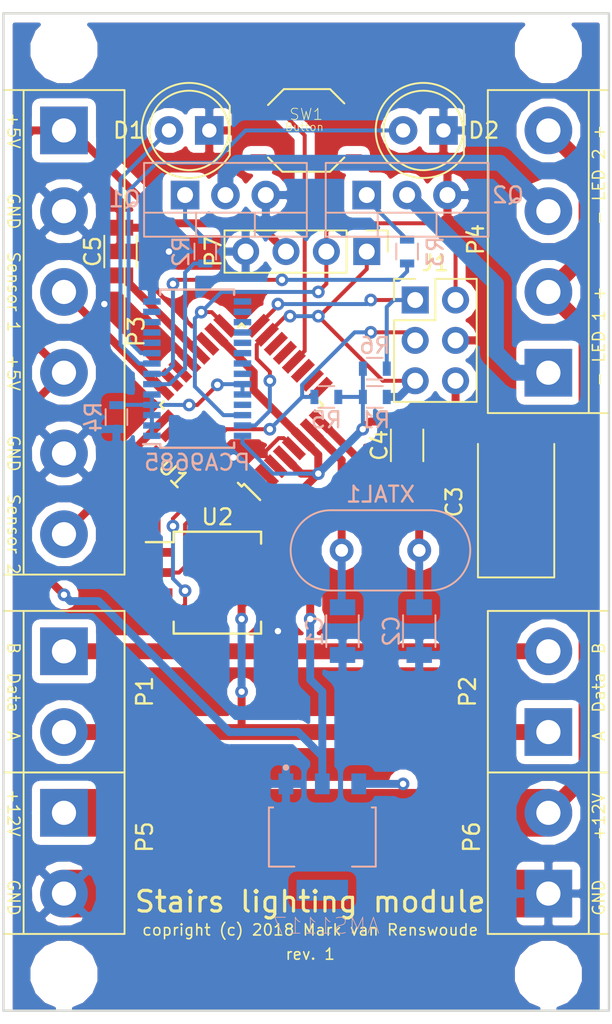
<source format=kicad_pcb>
(kicad_pcb (version 20171130) (host pcbnew "(5.0.1)-3")

  (general
    (thickness 1.6)
    (drawings 21)
    (tracks 252)
    (zones 0)
    (modules 33)
    (nets 28)
  )

  (page A4)
  (title_block
    (title "Stairs submodule")
    (date 2018-09-03)
    (rev 1)
    (company "Mark van Renswoude")
  )

  (layers
    (0 F.Cu signal)
    (31 B.Cu signal)
    (32 B.Adhes user hide)
    (33 F.Adhes user hide)
    (34 B.Paste user hide)
    (35 F.Paste user hide)
    (36 B.SilkS user)
    (37 F.SilkS user)
    (38 B.Mask user hide)
    (39 F.Mask user hide)
    (40 Dwgs.User user hide)
    (41 Cmts.User user hide)
    (42 Eco1.User user hide)
    (43 Eco2.User user hide)
    (44 Edge.Cuts user)
    (45 Margin user hide)
    (46 B.CrtYd user hide)
    (47 F.CrtYd user hide)
    (48 B.Fab user hide)
    (49 F.Fab user hide)
  )

  (setup
    (last_trace_width 0.5)
    (user_trace_width 0.5)
    (user_trace_width 1)
    (user_trace_width 3)
    (trace_clearance 0.2)
    (zone_clearance 0.508)
    (zone_45_only no)
    (trace_min 0.2)
    (segment_width 0.2)
    (edge_width 0.15)
    (via_size 0.8)
    (via_drill 0.4)
    (via_min_size 0.4)
    (via_min_drill 0.3)
    (uvia_size 0.3)
    (uvia_drill 0.1)
    (uvias_allowed no)
    (uvia_min_size 0.2)
    (uvia_min_drill 0.1)
    (pcb_text_width 0.3)
    (pcb_text_size 1.5 1.5)
    (mod_edge_width 0.15)
    (mod_text_size 1 1)
    (mod_text_width 0.15)
    (pad_size 3.2 3.2)
    (pad_drill 3.2)
    (pad_to_mask_clearance 0.2)
    (solder_mask_min_width 0.25)
    (aux_axis_origin 118.11 93.472)
    (visible_elements 7FFFFFFF)
    (pcbplotparams
      (layerselection 0x010f0_ffffffff)
      (usegerberextensions false)
      (usegerberattributes true)
      (usegerberadvancedattributes false)
      (creategerberjobfile false)
      (excludeedgelayer false)
      (linewidth 0.100000)
      (plotframeref false)
      (viasonmask false)
      (mode 1)
      (useauxorigin true)
      (hpglpennumber 1)
      (hpglpenspeed 20)
      (hpglpendiameter 15.000000)
      (psnegative false)
      (psa4output false)
      (plotreference true)
      (plotvalue true)
      (plotinvisibletext false)
      (padsonsilk true)
      (subtractmaskfromsilk false)
      (outputformat 1)
      (mirror false)
      (drillshape 0)
      (scaleselection 1)
      (outputdirectory ""))
  )

  (net 0 "")
  (net 1 GND)
  (net 2 +5V)
  (net 3 +12V)
  (net 4 "Net-(C1-Pad1)")
  (net 5 "Net-(C2-Pad1)")
  (net 6 "Net-(P1-Pad2)")
  (net 7 "Net-(P1-Pad1)")
  (net 8 /PD)
  (net 9 "Net-(PCA9685-Pad7)")
  (net 10 "Net-(PCA9685-Pad6)")
  (net 11 "Net-(Q1-Pad1)")
  (net 12 "Net-(Q2-Pad1)")
  (net 13 MOSI)
  (net 14 RST)
  (net 15 SCK)
  (net 16 MISO)
  (net 17 "Net-(P4-Pad1)")
  (net 18 "Net-(P4-Pad3)")
  (net 19 "Net-(SW1-Pad1)")
  (net 20 "Net-(C5-Pad1)")
  (net 21 "Net-(U1-Pad31)")
  (net 22 "Net-(U1-Pad30)")
  (net 23 "Net-(U1-Pad32)")
  (net 24 "Net-(D1-Pad2)")
  (net 25 "Net-(D2-Pad2)")
  (net 26 "Net-(P3-Pad6)")
  (net 27 "Net-(P3-Pad3)")

  (net_class Default "This is the default net class."
    (clearance 0.2)
    (trace_width 0.25)
    (via_dia 0.8)
    (via_drill 0.4)
    (uvia_dia 0.3)
    (uvia_drill 0.1)
    (add_net /PD)
    (add_net GND)
    (add_net MISO)
    (add_net MOSI)
    (add_net "Net-(C1-Pad1)")
    (add_net "Net-(C2-Pad1)")
    (add_net "Net-(C5-Pad1)")
    (add_net "Net-(D1-Pad2)")
    (add_net "Net-(D2-Pad2)")
    (add_net "Net-(P1-Pad1)")
    (add_net "Net-(P1-Pad2)")
    (add_net "Net-(P3-Pad3)")
    (add_net "Net-(P3-Pad6)")
    (add_net "Net-(P4-Pad1)")
    (add_net "Net-(P4-Pad3)")
    (add_net "Net-(PCA9685-Pad6)")
    (add_net "Net-(PCA9685-Pad7)")
    (add_net "Net-(Q1-Pad1)")
    (add_net "Net-(Q2-Pad1)")
    (add_net "Net-(SW1-Pad1)")
    (add_net "Net-(U1-Pad30)")
    (add_net "Net-(U1-Pad31)")
    (add_net "Net-(U1-Pad32)")
    (add_net RST)
    (add_net SCK)
  )

  (net_class +5V ""
    (clearance 0.2)
    (trace_width 0.25)
    (via_dia 0.8)
    (via_drill 0.4)
    (uvia_dia 0.3)
    (uvia_drill 0.1)
    (add_net +5V)
  )

  (net_class POWAH ""
    (clearance 0.4)
    (trace_width 1)
    (via_dia 0.8)
    (via_drill 0.4)
    (uvia_dia 0.3)
    (uvia_drill 0.1)
    (add_net +12V)
  )

  (module Mounting_Holes:MountingHole_3.2mm_M3_ISO7380 (layer F.Cu) (tedit 5BFA87CA) (tstamp 5BFAC35E)
    (at 121.92 91.186)
    (descr "Mounting Hole 3.2mm, no annular, M3, ISO7380")
    (tags "mounting hole 3.2mm no annular m3 iso7380")
    (attr virtual)
    (fp_text reference REF** (at 0 -3.85) (layer F.SilkS) hide
      (effects (font (size 1 1) (thickness 0.15)))
    )
    (fp_text value MountingHole_3.2mm_M3_ISO7380 (at 0 3.85) (layer F.Fab)
      (effects (font (size 1 1) (thickness 0.15)))
    )
    (fp_circle (center 0 0) (end 3.1 0) (layer F.CrtYd) (width 0.05))
    (fp_circle (center 0 0) (end 2.85 0) (layer Cmts.User) (width 0.15))
    (fp_text user %R (at 0.3 0) (layer F.Fab)
      (effects (font (size 1 1) (thickness 0.15)))
    )
    (pad 1 np_thru_hole circle (at 0 0) (size 3.2 3.2) (drill 3.2) (layers *.Cu *.Mask))
  )

  (module Mounting_Holes:MountingHole_3.2mm_M3_ISO7380 (layer F.Cu) (tedit 5BFA87CD) (tstamp 5BFAC357)
    (at 152.4 91.186)
    (descr "Mounting Hole 3.2mm, no annular, M3, ISO7380")
    (tags "mounting hole 3.2mm no annular m3 iso7380")
    (attr virtual)
    (fp_text reference REF** (at 0 -3.85) (layer F.SilkS) hide
      (effects (font (size 1 1) (thickness 0.15)))
    )
    (fp_text value MountingHole_3.2mm_M3_ISO7380 (at 0 3.85) (layer F.Fab)
      (effects (font (size 1 1) (thickness 0.15)))
    )
    (fp_text user %R (at 0.3 0) (layer F.Fab)
      (effects (font (size 1 1) (thickness 0.15)))
    )
    (fp_circle (center 0 0) (end 2.85 0) (layer Cmts.User) (width 0.15))
    (fp_circle (center 0 0) (end 3.1 0) (layer F.CrtYd) (width 0.05))
    (pad 1 np_thru_hole circle (at 0 0) (size 3.2 3.2) (drill 3.2) (layers *.Cu *.Mask))
  )

  (module Mounting_Holes:MountingHole_3.2mm_M3_ISO7380 (layer F.Cu) (tedit 5BFA87CD) (tstamp 5BFAC321)
    (at 152.4 33.02)
    (descr "Mounting Hole 3.2mm, no annular, M3, ISO7380")
    (tags "mounting hole 3.2mm no annular m3 iso7380")
    (attr virtual)
    (fp_text reference REF** (at 0 -3.85) (layer F.SilkS) hide
      (effects (font (size 1 1) (thickness 0.15)))
    )
    (fp_text value MountingHole_3.2mm_M3_ISO7380 (at 0 3.85) (layer F.Fab)
      (effects (font (size 1 1) (thickness 0.15)))
    )
    (fp_circle (center 0 0) (end 3.1 0) (layer F.CrtYd) (width 0.05))
    (fp_circle (center 0 0) (end 2.85 0) (layer Cmts.User) (width 0.15))
    (fp_text user %R (at 0.3 0) (layer F.Fab)
      (effects (font (size 1 1) (thickness 0.15)))
    )
    (pad 1 np_thru_hole circle (at 0 0) (size 3.2 3.2) (drill 3.2) (layers *.Cu *.Mask))
  )

  (module TO_SOT_Packages_THT:TO-220-3_Vertical (layer B.Cu) (tedit 58CE52AD) (tstamp 5BF960B4)
    (at 129.54 42.164)
    (descr "TO-220-3, Vertical, RM 2.54mm")
    (tags "TO-220-3 Vertical RM 2.54mm")
    (path /5B8C8EA8)
    (fp_text reference Q1 (at -3.81 0.254) (layer B.SilkS)
      (effects (font (size 1 1) (thickness 0.15)) (justify mirror))
    )
    (fp_text value IRLB8721PBF (at 2.54 -3.92) (layer B.Fab)
      (effects (font (size 1 1) (thickness 0.15)) (justify mirror))
    )
    (fp_text user %R (at 2.54 3.62) (layer B.Fab)
      (effects (font (size 1 1) (thickness 0.15)) (justify mirror))
    )
    (fp_line (start -2.46 2.5) (end -2.46 -1.9) (layer B.Fab) (width 0.1))
    (fp_line (start -2.46 -1.9) (end 7.54 -1.9) (layer B.Fab) (width 0.1))
    (fp_line (start 7.54 -1.9) (end 7.54 2.5) (layer B.Fab) (width 0.1))
    (fp_line (start 7.54 2.5) (end -2.46 2.5) (layer B.Fab) (width 0.1))
    (fp_line (start -2.46 1.23) (end 7.54 1.23) (layer B.Fab) (width 0.1))
    (fp_line (start 0.69 2.5) (end 0.69 1.23) (layer B.Fab) (width 0.1))
    (fp_line (start 4.39 2.5) (end 4.39 1.23) (layer B.Fab) (width 0.1))
    (fp_line (start -2.58 2.62) (end 7.66 2.62) (layer B.SilkS) (width 0.12))
    (fp_line (start -2.58 -2.021) (end 7.66 -2.021) (layer B.SilkS) (width 0.12))
    (fp_line (start -2.58 2.62) (end -2.58 -2.021) (layer B.SilkS) (width 0.12))
    (fp_line (start 7.66 2.62) (end 7.66 -2.021) (layer B.SilkS) (width 0.12))
    (fp_line (start -2.58 1.11) (end 7.66 1.11) (layer B.SilkS) (width 0.12))
    (fp_line (start 0.69 2.62) (end 0.69 1.11) (layer B.SilkS) (width 0.12))
    (fp_line (start 4.391 2.62) (end 4.391 1.11) (layer B.SilkS) (width 0.12))
    (fp_line (start -2.71 2.75) (end -2.71 -2.16) (layer B.CrtYd) (width 0.05))
    (fp_line (start -2.71 -2.16) (end 7.79 -2.16) (layer B.CrtYd) (width 0.05))
    (fp_line (start 7.79 -2.16) (end 7.79 2.75) (layer B.CrtYd) (width 0.05))
    (fp_line (start 7.79 2.75) (end -2.71 2.75) (layer B.CrtYd) (width 0.05))
    (pad 1 thru_hole rect (at 0 0) (size 1.8 1.8) (drill 1) (layers *.Cu *.Mask)
      (net 11 "Net-(Q1-Pad1)"))
    (pad 2 thru_hole oval (at 2.54 0) (size 1.8 1.8) (drill 1) (layers *.Cu *.Mask)
      (net 18 "Net-(P4-Pad3)"))
    (pad 3 thru_hole oval (at 5.08 0) (size 1.8 1.8) (drill 1) (layers *.Cu *.Mask)
      (net 1 GND))
    (model ${KISYS3DMOD}/Package_TO_SOT_THT.3dshapes/TO-220-3_Horizontal_TabDown.wrl
      (offset (xyz 0 0 3.5))
      (scale (xyz 1 1 1))
      (rotate (xyz 0 0 0))
    )
  )

  (module TO_SOT_Packages_THT:TO-220-3_Vertical (layer B.Cu) (tedit 58CE52AD) (tstamp 5BF960D2)
    (at 140.97 42.164)
    (descr "TO-220-3, Vertical, RM 2.54mm")
    (tags "TO-220-3 Vertical RM 2.54mm")
    (path /5B8CB00E)
    (fp_text reference Q2 (at 8.89 0) (layer B.SilkS)
      (effects (font (size 1 1) (thickness 0.15)) (justify mirror))
    )
    (fp_text value IRLB8721PBF (at 2.54 -3.92) (layer B.Fab)
      (effects (font (size 1 1) (thickness 0.15)) (justify mirror))
    )
    (fp_text user %R (at 2.54 3.62) (layer B.Fab)
      (effects (font (size 1 1) (thickness 0.15)) (justify mirror))
    )
    (fp_line (start -2.46 2.5) (end -2.46 -1.9) (layer B.Fab) (width 0.1))
    (fp_line (start -2.46 -1.9) (end 7.54 -1.9) (layer B.Fab) (width 0.1))
    (fp_line (start 7.54 -1.9) (end 7.54 2.5) (layer B.Fab) (width 0.1))
    (fp_line (start 7.54 2.5) (end -2.46 2.5) (layer B.Fab) (width 0.1))
    (fp_line (start -2.46 1.23) (end 7.54 1.23) (layer B.Fab) (width 0.1))
    (fp_line (start 0.69 2.5) (end 0.69 1.23) (layer B.Fab) (width 0.1))
    (fp_line (start 4.39 2.5) (end 4.39 1.23) (layer B.Fab) (width 0.1))
    (fp_line (start -2.58 2.62) (end 7.66 2.62) (layer B.SilkS) (width 0.12))
    (fp_line (start -2.58 -2.021) (end 7.66 -2.021) (layer B.SilkS) (width 0.12))
    (fp_line (start -2.58 2.62) (end -2.58 -2.021) (layer B.SilkS) (width 0.12))
    (fp_line (start 7.66 2.62) (end 7.66 -2.021) (layer B.SilkS) (width 0.12))
    (fp_line (start -2.58 1.11) (end 7.66 1.11) (layer B.SilkS) (width 0.12))
    (fp_line (start 0.69 2.62) (end 0.69 1.11) (layer B.SilkS) (width 0.12))
    (fp_line (start 4.391 2.62) (end 4.391 1.11) (layer B.SilkS) (width 0.12))
    (fp_line (start -2.71 2.75) (end -2.71 -2.16) (layer B.CrtYd) (width 0.05))
    (fp_line (start -2.71 -2.16) (end 7.79 -2.16) (layer B.CrtYd) (width 0.05))
    (fp_line (start 7.79 -2.16) (end 7.79 2.75) (layer B.CrtYd) (width 0.05))
    (fp_line (start 7.79 2.75) (end -2.71 2.75) (layer B.CrtYd) (width 0.05))
    (pad 1 thru_hole rect (at 0 0) (size 1.8 1.8) (drill 1) (layers *.Cu *.Mask)
      (net 12 "Net-(Q2-Pad1)"))
    (pad 2 thru_hole oval (at 2.54 0) (size 1.8 1.8) (drill 1) (layers *.Cu *.Mask)
      (net 17 "Net-(P4-Pad1)"))
    (pad 3 thru_hole oval (at 5.08 0) (size 1.8 1.8) (drill 1) (layers *.Cu *.Mask)
      (net 1 GND))
    (model ${KISYS3DMOD}/Package_TO_SOT_THT.3dshapes/TO-220-3_Horizontal_TabDown.wrl
      (offset (xyz 0 0 3.5))
      (scale (xyz 1 1 1))
      (rotate (xyz 0 0 0))
    )
  )

  (module AMS1117-5.0:SOT229P700X180-4N (layer B.Cu) (tedit 5BFA8449) (tstamp 5BF92A2B)
    (at 138.176 82.55)
    (path /5B8AFB24)
    (attr smd)
    (fp_text reference AMS1117 (at 0.254 5.588 180) (layer B.SilkS)
      (effects (font (size 1.00211 1.00211) (thickness 0.05)) (justify mirror))
    )
    (fp_text value AMS1117-5 (at -0.516467 -5.54073) (layer B.SilkS) hide
      (effects (font (size 1.00285 1.00285) (thickness 0.05)) (justify mirror))
    )
    (fp_line (start -3.36 -1.86) (end -3.36 1.86) (layer Dwgs.User) (width 0.127))
    (fp_line (start -3.36 1.86) (end 3.36 1.86) (layer Dwgs.User) (width 0.127))
    (fp_line (start 3.36 1.86) (end 3.36 -1.86) (layer Dwgs.User) (width 0.127))
    (fp_line (start 3.36 -1.86) (end -3.36 -1.86) (layer Dwgs.User) (width 0.127))
    (fp_line (start -3.36 -1.86) (end -3.36 1.86) (layer B.SilkS) (width 0.127))
    (fp_line (start 3.36 -1.86) (end 3.36 1.86) (layer B.SilkS) (width 0.127))
    (fp_line (start -3.36 -1.86) (end -3.1 -1.86) (layer B.SilkS) (width 0.127))
    (fp_line (start 3.11 -1.86) (end 3.36 -1.86) (layer B.SilkS) (width 0.127))
    (fp_line (start 3.36 1.86) (end 1.87 1.86) (layer B.SilkS) (width 0.127))
    (fp_line (start -1.76 1.86) (end -3.36 1.86) (layer B.SilkS) (width 0.127))
    (fp_circle (center -2.29 -4.373) (end -2.19 -4.373) (layer B.SilkS) (width 0.2))
    (fp_line (start -3.61 2.11) (end -3.61 -2.11) (layer Eco1.User) (width 0.05))
    (fp_line (start -3.61 -2.11) (end -3.01 -2.11) (layer Eco1.User) (width 0.05))
    (fp_line (start -3.01 -2.11) (end -3.01 -4.25) (layer Eco1.User) (width 0.05))
    (fp_line (start -3.01 -4.25) (end 3.01 -4.25) (layer Eco1.User) (width 0.05))
    (fp_line (start 3.01 -4.25) (end 3.01 -2.11) (layer Eco1.User) (width 0.05))
    (fp_line (start 3.01 -2.11) (end 3.61 -2.11) (layer Eco1.User) (width 0.05))
    (fp_line (start 3.61 -2.11) (end 3.61 2.11) (layer Eco1.User) (width 0.05))
    (fp_line (start 3.61 2.11) (end 1.87 2.11) (layer Eco1.User) (width 0.05))
    (fp_line (start 1.87 2.11) (end 1.87 4.25) (layer Eco1.User) (width 0.05))
    (fp_line (start 1.87 4.25) (end -1.87 4.25) (layer Eco1.User) (width 0.05))
    (fp_line (start -1.87 4.25) (end -1.87 2.11) (layer Eco1.User) (width 0.05))
    (fp_line (start -1.87 2.11) (end -3.61 2.11) (layer Eco1.User) (width 0.05))
    (pad 1 smd rect (at -2.29 -3.345) (size 0.93 1.31) (layers B.Cu B.Paste B.Mask)
      (net 1 GND))
    (pad 2 smd rect (at 0 -3.345) (size 0.93 1.31) (layers B.Cu B.Paste B.Mask)
      (net 2 +5V))
    (pad 3 smd rect (at 2.29 -3.345) (size 0.93 1.31) (layers B.Cu B.Paste B.Mask)
      (net 3 +12V))
    (pad 4 smd rect (at 0 3.345) (size 3.24 1.31) (layers B.Cu B.Paste B.Mask))
    (model ${KISYS3DMOD}/Package_TO_SOT_SMD.3dshapes/SOT-223.wrl
      (at (xyz 0 0 0))
      (scale (xyz 1 1 1))
      (rotate (xyz 0 0 -90))
    )
  )

  (module Capacitors_SMD:C_1206 (layer B.Cu) (tedit 58AA84B8) (tstamp 5BF92A3C)
    (at 139.446 69.596 270)
    (descr "Capacitor SMD 1206, reflow soldering, AVX (see smccp.pdf)")
    (tags "capacitor 1206")
    (path /5B8B9824)
    (attr smd)
    (fp_text reference C1 (at 0 1.75 270) (layer B.SilkS)
      (effects (font (size 1 1) (thickness 0.15)) (justify mirror))
    )
    (fp_text value 33pF (at 0 -2 270) (layer B.Fab)
      (effects (font (size 1 1) (thickness 0.15)) (justify mirror))
    )
    (fp_line (start 2.25 -1.05) (end -2.25 -1.05) (layer B.CrtYd) (width 0.05))
    (fp_line (start 2.25 -1.05) (end 2.25 1.05) (layer B.CrtYd) (width 0.05))
    (fp_line (start -2.25 1.05) (end -2.25 -1.05) (layer B.CrtYd) (width 0.05))
    (fp_line (start -2.25 1.05) (end 2.25 1.05) (layer B.CrtYd) (width 0.05))
    (fp_line (start -1 -1.02) (end 1 -1.02) (layer B.SilkS) (width 0.12))
    (fp_line (start 1 1.02) (end -1 1.02) (layer B.SilkS) (width 0.12))
    (fp_line (start -1.6 0.8) (end 1.6 0.8) (layer B.Fab) (width 0.1))
    (fp_line (start 1.6 0.8) (end 1.6 -0.8) (layer B.Fab) (width 0.1))
    (fp_line (start 1.6 -0.8) (end -1.6 -0.8) (layer B.Fab) (width 0.1))
    (fp_line (start -1.6 -0.8) (end -1.6 0.8) (layer B.Fab) (width 0.1))
    (fp_text user %R (at 0 1.75 270) (layer B.Fab)
      (effects (font (size 1 1) (thickness 0.15)) (justify mirror))
    )
    (pad 2 smd rect (at 1.5 0 270) (size 1 1.6) (layers B.Cu B.Paste B.Mask)
      (net 1 GND))
    (pad 1 smd rect (at -1.5 0 270) (size 1 1.6) (layers B.Cu B.Paste B.Mask)
      (net 4 "Net-(C1-Pad1)"))
    (model ${KISYS3DMOD}/Capacitor_SMD.3dshapes/C_1206_3216Metric.wrl
      (at (xyz 0 0 0))
      (scale (xyz 1 1 1))
      (rotate (xyz 0 0 0))
    )
  )

  (module Capacitors_SMD:C_1206 (layer B.Cu) (tedit 58AA84B8) (tstamp 5BF92A4D)
    (at 144.272 69.596 270)
    (descr "Capacitor SMD 1206, reflow soldering, AVX (see smccp.pdf)")
    (tags "capacitor 1206")
    (path /5B8B93C9)
    (attr smd)
    (fp_text reference C2 (at 0 1.75 270) (layer B.SilkS)
      (effects (font (size 1 1) (thickness 0.15)) (justify mirror))
    )
    (fp_text value 33pF (at 0 -2 270) (layer B.Fab)
      (effects (font (size 1 1) (thickness 0.15)) (justify mirror))
    )
    (fp_text user %R (at 0 1.75 270) (layer B.Fab)
      (effects (font (size 1 1) (thickness 0.15)) (justify mirror))
    )
    (fp_line (start -1.6 -0.8) (end -1.6 0.8) (layer B.Fab) (width 0.1))
    (fp_line (start 1.6 -0.8) (end -1.6 -0.8) (layer B.Fab) (width 0.1))
    (fp_line (start 1.6 0.8) (end 1.6 -0.8) (layer B.Fab) (width 0.1))
    (fp_line (start -1.6 0.8) (end 1.6 0.8) (layer B.Fab) (width 0.1))
    (fp_line (start 1 1.02) (end -1 1.02) (layer B.SilkS) (width 0.12))
    (fp_line (start -1 -1.02) (end 1 -1.02) (layer B.SilkS) (width 0.12))
    (fp_line (start -2.25 1.05) (end 2.25 1.05) (layer B.CrtYd) (width 0.05))
    (fp_line (start -2.25 1.05) (end -2.25 -1.05) (layer B.CrtYd) (width 0.05))
    (fp_line (start 2.25 -1.05) (end 2.25 1.05) (layer B.CrtYd) (width 0.05))
    (fp_line (start 2.25 -1.05) (end -2.25 -1.05) (layer B.CrtYd) (width 0.05))
    (pad 1 smd rect (at -1.5 0 270) (size 1 1.6) (layers B.Cu B.Paste B.Mask)
      (net 5 "Net-(C2-Pad1)"))
    (pad 2 smd rect (at 1.5 0 270) (size 1 1.6) (layers B.Cu B.Paste B.Mask)
      (net 1 GND))
    (model ${KISYS3DMOD}/Capacitor_SMD.3dshapes/C_1206_3216Metric.wrl
      (at (xyz 0 0 0))
      (scale (xyz 1 1 1))
      (rotate (xyz 0 0 0))
    )
  )

  (module Capacitors_Tantalum_SMD:CP_Tantalum_Case-D_EIA-7343-31_Reflow (layer F.Cu) (tedit 58CC8C08) (tstamp 5BF92A61)
    (at 150.368 61.468 90)
    (descr "Tantalum capacitor, Case D, EIA 7343-31, 7.3x4.3x2.8mm, Reflow soldering footprint")
    (tags "capacitor tantalum smd")
    (path /5B8B090B)
    (attr smd)
    (fp_text reference C3 (at 0 -3.9 90) (layer F.SilkS)
      (effects (font (size 1 1) (thickness 0.15)))
    )
    (fp_text value 10µF (at 0 3.9 90) (layer F.Fab)
      (effects (font (size 1 1) (thickness 0.15)))
    )
    (fp_line (start -4.75 -2.4) (end -4.75 2.4) (layer F.SilkS) (width 0.12))
    (fp_line (start -4.75 2.4) (end 3.65 2.4) (layer F.SilkS) (width 0.12))
    (fp_line (start -4.75 -2.4) (end 3.65 -2.4) (layer F.SilkS) (width 0.12))
    (fp_line (start -2.555 -2.15) (end -2.555 2.15) (layer F.Fab) (width 0.1))
    (fp_line (start -2.92 -2.15) (end -2.92 2.15) (layer F.Fab) (width 0.1))
    (fp_line (start 3.65 -2.15) (end -3.65 -2.15) (layer F.Fab) (width 0.1))
    (fp_line (start 3.65 2.15) (end 3.65 -2.15) (layer F.Fab) (width 0.1))
    (fp_line (start -3.65 2.15) (end 3.65 2.15) (layer F.Fab) (width 0.1))
    (fp_line (start -3.65 -2.15) (end -3.65 2.15) (layer F.Fab) (width 0.1))
    (fp_line (start 4.85 -2.5) (end -4.85 -2.5) (layer F.CrtYd) (width 0.05))
    (fp_line (start 4.85 2.5) (end 4.85 -2.5) (layer F.CrtYd) (width 0.05))
    (fp_line (start -4.85 2.5) (end 4.85 2.5) (layer F.CrtYd) (width 0.05))
    (fp_line (start -4.85 -2.5) (end -4.85 2.5) (layer F.CrtYd) (width 0.05))
    (fp_text user %R (at 0 0 90) (layer F.Fab)
      (effects (font (size 1 1) (thickness 0.15)))
    )
    (pad 2 smd rect (at 3.175 0 90) (size 2.55 2.7) (layers F.Cu F.Paste F.Mask)
      (net 2 +5V))
    (pad 1 smd rect (at -3.175 0 90) (size 2.55 2.7) (layers F.Cu F.Paste F.Mask)
      (net 1 GND))
    (model ${KISYS3DMOD}/Capacitor_Tantalum_SMD.3dshapes/CP_EIA-7343-20_Kemet-V.wrl
      (at (xyz 0 0 0))
      (scale (xyz 1 1 1))
      (rotate (xyz 0 0 0))
    )
  )

  (module Capacitors_SMD:C_1206 (layer F.Cu) (tedit 58AA84B8) (tstamp 5BF92A72)
    (at 143.51 57.912 90)
    (descr "Capacitor SMD 1206, reflow soldering, AVX (see smccp.pdf)")
    (tags "capacitor 1206")
    (path /5B8B1267)
    (attr smd)
    (fp_text reference C4 (at 0 -1.75 90) (layer F.SilkS)
      (effects (font (size 1 1) (thickness 0.15)))
    )
    (fp_text value 100nF (at 0 2 90) (layer F.Fab)
      (effects (font (size 1 1) (thickness 0.15)))
    )
    (fp_line (start 2.25 1.05) (end -2.25 1.05) (layer F.CrtYd) (width 0.05))
    (fp_line (start 2.25 1.05) (end 2.25 -1.05) (layer F.CrtYd) (width 0.05))
    (fp_line (start -2.25 -1.05) (end -2.25 1.05) (layer F.CrtYd) (width 0.05))
    (fp_line (start -2.25 -1.05) (end 2.25 -1.05) (layer F.CrtYd) (width 0.05))
    (fp_line (start -1 1.02) (end 1 1.02) (layer F.SilkS) (width 0.12))
    (fp_line (start 1 -1.02) (end -1 -1.02) (layer F.SilkS) (width 0.12))
    (fp_line (start -1.6 -0.8) (end 1.6 -0.8) (layer F.Fab) (width 0.1))
    (fp_line (start 1.6 -0.8) (end 1.6 0.8) (layer F.Fab) (width 0.1))
    (fp_line (start 1.6 0.8) (end -1.6 0.8) (layer F.Fab) (width 0.1))
    (fp_line (start -1.6 0.8) (end -1.6 -0.8) (layer F.Fab) (width 0.1))
    (fp_text user %R (at 0 -1.75 90) (layer F.Fab)
      (effects (font (size 1 1) (thickness 0.15)))
    )
    (pad 2 smd rect (at 1.5 0 90) (size 1 1.6) (layers F.Cu F.Paste F.Mask)
      (net 2 +5V))
    (pad 1 smd rect (at -1.5 0 90) (size 1 1.6) (layers F.Cu F.Paste F.Mask)
      (net 1 GND))
    (model ${KISYS3DMOD}/Capacitor_SMD.3dshapes/C_1206_3216Metric.wrl
      (at (xyz 0 0 0))
      (scale (xyz 1 1 1))
      (rotate (xyz 0 0 0))
    )
  )

  (module Capacitors_SMD:C_1206 (layer F.Cu) (tedit 58AA84B8) (tstamp 5BF92A83)
    (at 125.476 45.72 90)
    (descr "Capacitor SMD 1206, reflow soldering, AVX (see smccp.pdf)")
    (tags "capacitor 1206")
    (path /5C0DFCEB)
    (attr smd)
    (fp_text reference C5 (at 0 -1.75 90) (layer F.SilkS)
      (effects (font (size 1 1) (thickness 0.15)))
    )
    (fp_text value 100nF (at 0 2 90) (layer F.Fab)
      (effects (font (size 1 1) (thickness 0.15)))
    )
    (fp_text user %R (at 0 -1.75 90) (layer F.Fab)
      (effects (font (size 1 1) (thickness 0.15)))
    )
    (fp_line (start -1.6 0.8) (end -1.6 -0.8) (layer F.Fab) (width 0.1))
    (fp_line (start 1.6 0.8) (end -1.6 0.8) (layer F.Fab) (width 0.1))
    (fp_line (start 1.6 -0.8) (end 1.6 0.8) (layer F.Fab) (width 0.1))
    (fp_line (start -1.6 -0.8) (end 1.6 -0.8) (layer F.Fab) (width 0.1))
    (fp_line (start 1 -1.02) (end -1 -1.02) (layer F.SilkS) (width 0.12))
    (fp_line (start -1 1.02) (end 1 1.02) (layer F.SilkS) (width 0.12))
    (fp_line (start -2.25 -1.05) (end 2.25 -1.05) (layer F.CrtYd) (width 0.05))
    (fp_line (start -2.25 -1.05) (end -2.25 1.05) (layer F.CrtYd) (width 0.05))
    (fp_line (start 2.25 1.05) (end 2.25 -1.05) (layer F.CrtYd) (width 0.05))
    (fp_line (start 2.25 1.05) (end -2.25 1.05) (layer F.CrtYd) (width 0.05))
    (pad 1 smd rect (at -1.5 0 90) (size 1 1.6) (layers F.Cu F.Paste F.Mask)
      (net 20 "Net-(C5-Pad1)"))
    (pad 2 smd rect (at 1.5 0 90) (size 1 1.6) (layers F.Cu F.Paste F.Mask)
      (net 1 GND))
    (model ${KISYS3DMOD}/Capacitor_SMD.3dshapes/C_1206_3216Metric.wrl
      (at (xyz 0 0 0))
      (scale (xyz 1 1 1))
      (rotate (xyz 0 0 0))
    )
  )

  (module Pin_Headers:Pin_Header_Straight_2x03_Pitch2.54mm (layer F.Cu) (tedit 59650532) (tstamp 5BF92A9F)
    (at 144.018 48.768)
    (descr "Through hole straight pin header, 2x03, 2.54mm pitch, double rows")
    (tags "Through hole pin header THT 2x03 2.54mm double row")
    (path /5BEBD38C)
    (fp_text reference J1 (at 1.27 -2.33) (layer F.SilkS)
      (effects (font (size 1 1) (thickness 0.15)))
    )
    (fp_text value PROG (at 1.27 7.41) (layer F.Fab)
      (effects (font (size 1 1) (thickness 0.15)))
    )
    (fp_text user %R (at 1.27 2.54 90) (layer F.Fab)
      (effects (font (size 1 1) (thickness 0.15)))
    )
    (fp_line (start 4.35 -1.8) (end -1.8 -1.8) (layer F.CrtYd) (width 0.05))
    (fp_line (start 4.35 6.85) (end 4.35 -1.8) (layer F.CrtYd) (width 0.05))
    (fp_line (start -1.8 6.85) (end 4.35 6.85) (layer F.CrtYd) (width 0.05))
    (fp_line (start -1.8 -1.8) (end -1.8 6.85) (layer F.CrtYd) (width 0.05))
    (fp_line (start -1.33 -1.33) (end 0 -1.33) (layer F.SilkS) (width 0.12))
    (fp_line (start -1.33 0) (end -1.33 -1.33) (layer F.SilkS) (width 0.12))
    (fp_line (start 1.27 -1.33) (end 3.87 -1.33) (layer F.SilkS) (width 0.12))
    (fp_line (start 1.27 1.27) (end 1.27 -1.33) (layer F.SilkS) (width 0.12))
    (fp_line (start -1.33 1.27) (end 1.27 1.27) (layer F.SilkS) (width 0.12))
    (fp_line (start 3.87 -1.33) (end 3.87 6.41) (layer F.SilkS) (width 0.12))
    (fp_line (start -1.33 1.27) (end -1.33 6.41) (layer F.SilkS) (width 0.12))
    (fp_line (start -1.33 6.41) (end 3.87 6.41) (layer F.SilkS) (width 0.12))
    (fp_line (start -1.27 0) (end 0 -1.27) (layer F.Fab) (width 0.1))
    (fp_line (start -1.27 6.35) (end -1.27 0) (layer F.Fab) (width 0.1))
    (fp_line (start 3.81 6.35) (end -1.27 6.35) (layer F.Fab) (width 0.1))
    (fp_line (start 3.81 -1.27) (end 3.81 6.35) (layer F.Fab) (width 0.1))
    (fp_line (start 0 -1.27) (end 3.81 -1.27) (layer F.Fab) (width 0.1))
    (pad 6 thru_hole oval (at 2.54 5.08) (size 1.7 1.7) (drill 1) (layers *.Cu *.Mask)
      (net 2 +5V))
    (pad 5 thru_hole oval (at 0 5.08) (size 1.7 1.7) (drill 1) (layers *.Cu *.Mask)
      (net 13 MOSI))
    (pad 4 thru_hole oval (at 2.54 2.54) (size 1.7 1.7) (drill 1) (layers *.Cu *.Mask)
      (net 1 GND))
    (pad 3 thru_hole oval (at 0 2.54) (size 1.7 1.7) (drill 1) (layers *.Cu *.Mask)
      (net 14 RST))
    (pad 2 thru_hole oval (at 2.54 0) (size 1.7 1.7) (drill 1) (layers *.Cu *.Mask)
      (net 15 SCK))
    (pad 1 thru_hole rect (at 0 0) (size 1.7 1.7) (drill 1) (layers *.Cu *.Mask)
      (net 16 MISO))
    (model ${KISYS3DMOD}/Pin_Headers.3dshapes/Pin_Header_Straight_2x03_Pitch2.54mm.wrl
      (at (xyz 0 0 0))
      (scale (xyz 1 1 1))
      (rotate (xyz 0 0 0))
    )
    (model ${KISYS3DMOD}/Connector_PinSocket_2.54mm.3dshapes/PinSocket_2x03_P2.54mm_Vertical.wrl
      (offset (xyz 2.54 0 0))
      (scale (xyz 1 1 1))
      (rotate (xyz 0 0 0))
    )
  )

  (module Terminal_Blocks:TerminalBlock_bornier-2_P5.08mm (layer F.Cu) (tedit 59FF03AB) (tstamp 5BF92AB4)
    (at 121.92 70.866 270)
    (descr "simple 2-pin terminal block, pitch 5.08mm, revamped version of bornier2")
    (tags "terminal block bornier2")
    (path /5B8AE987)
    (fp_text reference P1 (at 2.54 -5.08 270) (layer F.SilkS)
      (effects (font (size 1 1) (thickness 0.15)))
    )
    (fp_text value DATA_IN (at 2.54 5.08 270) (layer F.Fab)
      (effects (font (size 1 1) (thickness 0.15)))
    )
    (fp_line (start 7.79 4) (end -2.71 4) (layer F.CrtYd) (width 0.05))
    (fp_line (start 7.79 4) (end 7.79 -4) (layer F.CrtYd) (width 0.05))
    (fp_line (start -2.71 -4) (end -2.71 4) (layer F.CrtYd) (width 0.05))
    (fp_line (start -2.71 -4) (end 7.79 -4) (layer F.CrtYd) (width 0.05))
    (fp_line (start -2.54 3.81) (end 7.62 3.81) (layer F.SilkS) (width 0.12))
    (fp_line (start -2.54 -3.81) (end -2.54 3.81) (layer F.SilkS) (width 0.12))
    (fp_line (start 7.62 -3.81) (end -2.54 -3.81) (layer F.SilkS) (width 0.12))
    (fp_line (start 7.62 3.81) (end 7.62 -3.81) (layer F.SilkS) (width 0.12))
    (fp_line (start 7.62 2.54) (end -2.54 2.54) (layer F.SilkS) (width 0.12))
    (fp_line (start 7.54 -3.75) (end -2.46 -3.75) (layer F.Fab) (width 0.1))
    (fp_line (start 7.54 3.75) (end 7.54 -3.75) (layer F.Fab) (width 0.1))
    (fp_line (start -2.46 3.75) (end 7.54 3.75) (layer F.Fab) (width 0.1))
    (fp_line (start -2.46 -3.75) (end -2.46 3.75) (layer F.Fab) (width 0.1))
    (fp_line (start -2.41 2.55) (end 7.49 2.55) (layer F.Fab) (width 0.1))
    (fp_text user %R (at 2.54 0 270) (layer F.Fab)
      (effects (font (size 1 1) (thickness 0.15)))
    )
    (pad 2 thru_hole circle (at 5.08 0 270) (size 3 3) (drill 1.52) (layers *.Cu *.Mask)
      (net 6 "Net-(P1-Pad2)"))
    (pad 1 thru_hole rect (at 0 0 270) (size 3 3) (drill 1.52) (layers *.Cu *.Mask)
      (net 7 "Net-(P1-Pad1)"))
    (model ${KISYS3DMOD}/Terminal_Blocks.3dshapes/TerminalBlock_bornier-2_P5.08mm.wrl
      (offset (xyz 2.539999961853027 0 0))
      (scale (xyz 1 1 1))
      (rotate (xyz 0 0 0))
    )
  )

  (module Terminal_Blocks:TerminalBlock_bornier-2_P5.08mm (layer F.Cu) (tedit 59FF03AB) (tstamp 5BF92AC9)
    (at 152.4 75.946 90)
    (descr "simple 2-pin terminal block, pitch 5.08mm, revamped version of bornier2")
    (tags "terminal block bornier2")
    (path /5B8AE9DD)
    (fp_text reference P2 (at 2.54 -5.08 90) (layer F.SilkS)
      (effects (font (size 1 1) (thickness 0.15)))
    )
    (fp_text value DATA_OUT (at 2.54 5.08 90) (layer F.Fab)
      (effects (font (size 1 1) (thickness 0.15)))
    )
    (fp_text user %R (at 2.54 0 90) (layer F.Fab)
      (effects (font (size 1 1) (thickness 0.15)))
    )
    (fp_line (start -2.41 2.55) (end 7.49 2.55) (layer F.Fab) (width 0.1))
    (fp_line (start -2.46 -3.75) (end -2.46 3.75) (layer F.Fab) (width 0.1))
    (fp_line (start -2.46 3.75) (end 7.54 3.75) (layer F.Fab) (width 0.1))
    (fp_line (start 7.54 3.75) (end 7.54 -3.75) (layer F.Fab) (width 0.1))
    (fp_line (start 7.54 -3.75) (end -2.46 -3.75) (layer F.Fab) (width 0.1))
    (fp_line (start 7.62 2.54) (end -2.54 2.54) (layer F.SilkS) (width 0.12))
    (fp_line (start 7.62 3.81) (end 7.62 -3.81) (layer F.SilkS) (width 0.12))
    (fp_line (start 7.62 -3.81) (end -2.54 -3.81) (layer F.SilkS) (width 0.12))
    (fp_line (start -2.54 -3.81) (end -2.54 3.81) (layer F.SilkS) (width 0.12))
    (fp_line (start -2.54 3.81) (end 7.62 3.81) (layer F.SilkS) (width 0.12))
    (fp_line (start -2.71 -4) (end 7.79 -4) (layer F.CrtYd) (width 0.05))
    (fp_line (start -2.71 -4) (end -2.71 4) (layer F.CrtYd) (width 0.05))
    (fp_line (start 7.79 4) (end 7.79 -4) (layer F.CrtYd) (width 0.05))
    (fp_line (start 7.79 4) (end -2.71 4) (layer F.CrtYd) (width 0.05))
    (pad 1 thru_hole rect (at 0 0 90) (size 3 3) (drill 1.52) (layers *.Cu *.Mask)
      (net 6 "Net-(P1-Pad2)"))
    (pad 2 thru_hole circle (at 5.08 0 90) (size 3 3) (drill 1.52) (layers *.Cu *.Mask)
      (net 7 "Net-(P1-Pad1)"))
    (model ${KISYS3DMOD}/Terminal_Blocks.3dshapes/TerminalBlock_bornier-2_P5.08mm.wrl
      (offset (xyz 2.539999961853027 0 0))
      (scale (xyz 1 1 1))
      (rotate (xyz 0 0 0))
    )
  )

  (module Terminal_Blocks:TerminalBlock_bornier-6_P5.08mm (layer F.Cu) (tedit 59FF03F5) (tstamp 5BF92AE2)
    (at 121.92 38.1 270)
    (descr "simple 6pin terminal block, pitch 5.08mm, revamped version of bornier6")
    (tags "terminal block bornier6")
    (path /5B8AE6A5)
    (fp_text reference P3 (at 12.65 -4.55 270) (layer F.SilkS)
      (effects (font (size 1 1) (thickness 0.15)))
    )
    (fp_text value SENSOR (at 12.7 4.75 270) (layer F.Fab)
      (effects (font (size 1 1) (thickness 0.15)))
    )
    (fp_line (start 28.15 4) (end -2.75 4) (layer F.CrtYd) (width 0.05))
    (fp_line (start 28.15 4) (end 28.15 -4) (layer F.CrtYd) (width 0.05))
    (fp_line (start -2.75 -4) (end -2.75 4) (layer F.CrtYd) (width 0.05))
    (fp_line (start -2.75 -4) (end 28.15 -4) (layer F.CrtYd) (width 0.05))
    (fp_line (start -2.54 3.81) (end 27.94 3.81) (layer F.SilkS) (width 0.12))
    (fp_line (start -2.54 -3.81) (end 27.94 -3.81) (layer F.SilkS) (width 0.12))
    (fp_line (start -2.54 2.54) (end 27.94 2.54) (layer F.SilkS) (width 0.12))
    (fp_line (start 27.94 3.81) (end 27.94 -3.81) (layer F.SilkS) (width 0.12))
    (fp_line (start -2.54 -3.81) (end -2.54 3.81) (layer F.SilkS) (width 0.12))
    (fp_line (start 27.9 -3.75) (end -2.5 -3.75) (layer F.Fab) (width 0.1))
    (fp_line (start 27.9 3.75) (end 27.9 -3.75) (layer F.Fab) (width 0.1))
    (fp_line (start -2.5 3.75) (end 27.9 3.75) (layer F.Fab) (width 0.1))
    (fp_line (start -2.5 -3.75) (end -2.5 3.75) (layer F.Fab) (width 0.1))
    (fp_line (start -2.5 2.55) (end 27.9 2.55) (layer F.Fab) (width 0.1))
    (fp_text user %R (at 12.7 0 270) (layer F.Fab)
      (effects (font (size 1 1) (thickness 0.15)))
    )
    (pad 6 thru_hole circle (at 25.4 0 270) (size 3 3) (drill 1.52) (layers *.Cu *.Mask)
      (net 26 "Net-(P3-Pad6)"))
    (pad 5 thru_hole circle (at 20.32 0 270) (size 3 3) (drill 1.52) (layers *.Cu *.Mask)
      (net 1 GND))
    (pad 4 thru_hole circle (at 15.24 0 270) (size 3 3) (drill 1.52) (layers *.Cu *.Mask)
      (net 2 +5V))
    (pad 1 thru_hole rect (at 0 0 270) (size 3 3) (drill 1.52) (layers *.Cu *.Mask)
      (net 2 +5V))
    (pad 3 thru_hole circle (at 10.16 0 270) (size 3 3) (drill 1.52) (layers *.Cu *.Mask)
      (net 27 "Net-(P3-Pad3)"))
    (pad 2 thru_hole circle (at 5.08 0 270) (size 3 3) (drill 1.52) (layers *.Cu *.Mask)
      (net 1 GND))
    (model ${KISYS3DMOD}/Terminal_Blocks.3dshapes/TerminalBlock_bornier-6_P5.08mm.wrl
      (offset (xyz 12.69999980926514 0 0))
      (scale (xyz 1 1 1))
      (rotate (xyz 0 0 0))
    )
  )

  (module Terminal_Blocks:TerminalBlock_bornier-4_P5.08mm (layer F.Cu) (tedit 59FF03D1) (tstamp 5BF92AFA)
    (at 152.4 53.34 90)
    (descr "simple 4-pin terminal block, pitch 5.08mm, revamped version of bornier4")
    (tags "terminal block bornier4")
    (path /5B8CBF27)
    (fp_text reference P4 (at 8.382 -4.572 90) (layer F.SilkS)
      (effects (font (size 1 1) (thickness 0.15)))
    )
    (fp_text value LED (at 7.6 4.75 90) (layer F.Fab)
      (effects (font (size 1 1) (thickness 0.15)))
    )
    (fp_line (start 17.97 4) (end -2.73 4) (layer F.CrtYd) (width 0.05))
    (fp_line (start 17.97 4) (end 17.97 -4) (layer F.CrtYd) (width 0.05))
    (fp_line (start -2.73 -4) (end -2.73 4) (layer F.CrtYd) (width 0.05))
    (fp_line (start -2.73 -4) (end 17.97 -4) (layer F.CrtYd) (width 0.05))
    (fp_line (start -2.54 3.81) (end 17.78 3.81) (layer F.SilkS) (width 0.12))
    (fp_line (start -2.54 -3.81) (end 17.78 -3.81) (layer F.SilkS) (width 0.12))
    (fp_line (start 17.78 2.54) (end -2.54 2.54) (layer F.SilkS) (width 0.12))
    (fp_line (start 17.78 3.81) (end 17.78 -3.81) (layer F.SilkS) (width 0.12))
    (fp_line (start -2.54 -3.81) (end -2.54 3.81) (layer F.SilkS) (width 0.12))
    (fp_line (start 17.72 3.75) (end -2.43 3.75) (layer F.Fab) (width 0.1))
    (fp_line (start 17.72 -3.75) (end 17.72 3.75) (layer F.Fab) (width 0.1))
    (fp_line (start -2.48 -3.75) (end 17.72 -3.75) (layer F.Fab) (width 0.1))
    (fp_line (start -2.48 3.75) (end -2.48 -3.75) (layer F.Fab) (width 0.1))
    (fp_line (start -2.43 3.75) (end -2.48 3.75) (layer F.Fab) (width 0.1))
    (fp_line (start -2.48 2.55) (end 17.72 2.55) (layer F.Fab) (width 0.1))
    (fp_text user %R (at 7.62 0 90) (layer F.Fab)
      (effects (font (size 1 1) (thickness 0.15)))
    )
    (pad 4 thru_hole circle (at 15.24 0 90) (size 3 3) (drill 1.52) (layers *.Cu *.Mask)
      (net 3 +12V))
    (pad 1 thru_hole rect (at 0 0 90) (size 3 3) (drill 1.52) (layers *.Cu *.Mask)
      (net 17 "Net-(P4-Pad1)"))
    (pad 3 thru_hole circle (at 10.16 0 90) (size 3 3) (drill 1.52) (layers *.Cu *.Mask)
      (net 18 "Net-(P4-Pad3)"))
    (pad 2 thru_hole circle (at 5.08 0 90) (size 3 3) (drill 1.52) (layers *.Cu *.Mask)
      (net 3 +12V))
    (model ${KISYS3DMOD}/Terminal_Blocks.3dshapes/TerminalBlock_bornier-4_P5.08mm.wrl
      (offset (xyz 7.619999885559082 0 0))
      (scale (xyz 1 1 1))
      (rotate (xyz 0 0 0))
    )
  )

  (module Terminal_Blocks:TerminalBlock_bornier-2_P5.08mm (layer F.Cu) (tedit 59FF03AB) (tstamp 5BF92B0F)
    (at 121.92 81.026 270)
    (descr "simple 2-pin terminal block, pitch 5.08mm, revamped version of bornier2")
    (tags "terminal block bornier2")
    (path /5B8ADA74)
    (fp_text reference P5 (at 1.524 -5.08 270) (layer F.SilkS)
      (effects (font (size 1 1) (thickness 0.15)))
    )
    (fp_text value PWR_OUT (at 2.54 5.08 270) (layer F.Fab)
      (effects (font (size 1 1) (thickness 0.15)))
    )
    (fp_text user %R (at 2.54 0 270) (layer F.Fab)
      (effects (font (size 1 1) (thickness 0.15)))
    )
    (fp_line (start -2.41 2.55) (end 7.49 2.55) (layer F.Fab) (width 0.1))
    (fp_line (start -2.46 -3.75) (end -2.46 3.75) (layer F.Fab) (width 0.1))
    (fp_line (start -2.46 3.75) (end 7.54 3.75) (layer F.Fab) (width 0.1))
    (fp_line (start 7.54 3.75) (end 7.54 -3.75) (layer F.Fab) (width 0.1))
    (fp_line (start 7.54 -3.75) (end -2.46 -3.75) (layer F.Fab) (width 0.1))
    (fp_line (start 7.62 2.54) (end -2.54 2.54) (layer F.SilkS) (width 0.12))
    (fp_line (start 7.62 3.81) (end 7.62 -3.81) (layer F.SilkS) (width 0.12))
    (fp_line (start 7.62 -3.81) (end -2.54 -3.81) (layer F.SilkS) (width 0.12))
    (fp_line (start -2.54 -3.81) (end -2.54 3.81) (layer F.SilkS) (width 0.12))
    (fp_line (start -2.54 3.81) (end 7.62 3.81) (layer F.SilkS) (width 0.12))
    (fp_line (start -2.71 -4) (end 7.79 -4) (layer F.CrtYd) (width 0.05))
    (fp_line (start -2.71 -4) (end -2.71 4) (layer F.CrtYd) (width 0.05))
    (fp_line (start 7.79 4) (end 7.79 -4) (layer F.CrtYd) (width 0.05))
    (fp_line (start 7.79 4) (end -2.71 4) (layer F.CrtYd) (width 0.05))
    (pad 1 thru_hole rect (at 0 0 270) (size 3 3) (drill 1.52) (layers *.Cu *.Mask)
      (net 3 +12V))
    (pad 2 thru_hole circle (at 5.08 0 270) (size 3 3) (drill 1.52) (layers *.Cu *.Mask)
      (net 1 GND))
    (model ${KISYS3DMOD}/Terminal_Blocks.3dshapes/TerminalBlock_bornier-2_P5.08mm.wrl
      (offset (xyz 2.539999961853027 0 0))
      (scale (xyz 1 1 1))
      (rotate (xyz 0 0 0))
    )
  )

  (module Terminal_Blocks:TerminalBlock_bornier-2_P5.08mm (layer F.Cu) (tedit 59FF03AB) (tstamp 5BF92B24)
    (at 152.4 86.106 90)
    (descr "simple 2-pin terminal block, pitch 5.08mm, revamped version of bornier2")
    (tags "terminal block bornier2")
    (path /5B8AD8CA)
    (fp_text reference P6 (at 3.556 -4.826 90) (layer F.SilkS)
      (effects (font (size 1 1) (thickness 0.15)))
    )
    (fp_text value PWR_IN (at 2.54 5.08 90) (layer F.Fab)
      (effects (font (size 1 1) (thickness 0.15)))
    )
    (fp_line (start 7.79 4) (end -2.71 4) (layer F.CrtYd) (width 0.05))
    (fp_line (start 7.79 4) (end 7.79 -4) (layer F.CrtYd) (width 0.05))
    (fp_line (start -2.71 -4) (end -2.71 4) (layer F.CrtYd) (width 0.05))
    (fp_line (start -2.71 -4) (end 7.79 -4) (layer F.CrtYd) (width 0.05))
    (fp_line (start -2.54 3.81) (end 7.62 3.81) (layer F.SilkS) (width 0.12))
    (fp_line (start -2.54 -3.81) (end -2.54 3.81) (layer F.SilkS) (width 0.12))
    (fp_line (start 7.62 -3.81) (end -2.54 -3.81) (layer F.SilkS) (width 0.12))
    (fp_line (start 7.62 3.81) (end 7.62 -3.81) (layer F.SilkS) (width 0.12))
    (fp_line (start 7.62 2.54) (end -2.54 2.54) (layer F.SilkS) (width 0.12))
    (fp_line (start 7.54 -3.75) (end -2.46 -3.75) (layer F.Fab) (width 0.1))
    (fp_line (start 7.54 3.75) (end 7.54 -3.75) (layer F.Fab) (width 0.1))
    (fp_line (start -2.46 3.75) (end 7.54 3.75) (layer F.Fab) (width 0.1))
    (fp_line (start -2.46 -3.75) (end -2.46 3.75) (layer F.Fab) (width 0.1))
    (fp_line (start -2.41 2.55) (end 7.49 2.55) (layer F.Fab) (width 0.1))
    (fp_text user %R (at 2.54 0 90) (layer F.Fab)
      (effects (font (size 1 1) (thickness 0.15)))
    )
    (pad 2 thru_hole circle (at 5.08 0 90) (size 3 3) (drill 1.52) (layers *.Cu *.Mask)
      (net 3 +12V))
    (pad 1 thru_hole rect (at 0 0 90) (size 3 3) (drill 1.52) (layers *.Cu *.Mask)
      (net 1 GND))
    (model ${KISYS3DMOD}/Terminal_Blocks.3dshapes/TerminalBlock_bornier-2_P5.08mm.wrl
      (offset (xyz 2.539999961853027 0 0))
      (scale (xyz 1 1 1))
      (rotate (xyz 0 0 0))
    )
  )

  (module Pin_Headers:Pin_Header_Straight_1x04_Pitch2.54mm (layer F.Cu) (tedit 59650532) (tstamp 5BF92B3C)
    (at 140.97 45.72 270)
    (descr "Through hole straight pin header, 1x04, 2.54mm pitch, single row")
    (tags "Through hole pin header THT 1x04 2.54mm single row")
    (path /5B8C32B0)
    (fp_text reference P7 (at 0 9.652 270) (layer F.SilkS)
      (effects (font (size 1 1) (thickness 0.15)))
    )
    (fp_text value SSD1306 (at 0 9.95 270) (layer F.Fab)
      (effects (font (size 1 1) (thickness 0.15)))
    )
    (fp_text user %R (at 0 3.81) (layer F.Fab)
      (effects (font (size 1 1) (thickness 0.15)))
    )
    (fp_line (start 1.8 -1.8) (end -1.8 -1.8) (layer F.CrtYd) (width 0.05))
    (fp_line (start 1.8 9.4) (end 1.8 -1.8) (layer F.CrtYd) (width 0.05))
    (fp_line (start -1.8 9.4) (end 1.8 9.4) (layer F.CrtYd) (width 0.05))
    (fp_line (start -1.8 -1.8) (end -1.8 9.4) (layer F.CrtYd) (width 0.05))
    (fp_line (start -1.33 -1.33) (end 0 -1.33) (layer F.SilkS) (width 0.12))
    (fp_line (start -1.33 0) (end -1.33 -1.33) (layer F.SilkS) (width 0.12))
    (fp_line (start -1.33 1.27) (end 1.33 1.27) (layer F.SilkS) (width 0.12))
    (fp_line (start 1.33 1.27) (end 1.33 8.95) (layer F.SilkS) (width 0.12))
    (fp_line (start -1.33 1.27) (end -1.33 8.95) (layer F.SilkS) (width 0.12))
    (fp_line (start -1.33 8.95) (end 1.33 8.95) (layer F.SilkS) (width 0.12))
    (fp_line (start -1.27 -0.635) (end -0.635 -1.27) (layer F.Fab) (width 0.1))
    (fp_line (start -1.27 8.89) (end -1.27 -0.635) (layer F.Fab) (width 0.1))
    (fp_line (start 1.27 8.89) (end -1.27 8.89) (layer F.Fab) (width 0.1))
    (fp_line (start 1.27 -1.27) (end 1.27 8.89) (layer F.Fab) (width 0.1))
    (fp_line (start -0.635 -1.27) (end 1.27 -1.27) (layer F.Fab) (width 0.1))
    (pad 4 thru_hole oval (at 0 7.62 270) (size 1.7 1.7) (drill 1) (layers *.Cu *.Mask)
      (net 1 GND))
    (pad 3 thru_hole oval (at 0 5.08 270) (size 1.7 1.7) (drill 1) (layers *.Cu *.Mask)
      (net 2 +5V))
    (pad 2 thru_hole oval (at 0 2.54 270) (size 1.7 1.7) (drill 1) (layers *.Cu *.Mask)
      (net 15 SCK))
    (pad 1 thru_hole rect (at 0 0 270) (size 1.7 1.7) (drill 1) (layers *.Cu *.Mask)
      (net 13 MOSI))
    (model ${KISYS3DMOD}/Pin_Headers.3dshapes/Pin_Header_Straight_1x04_Pitch2.54mm.wrl
      (at (xyz 0 0 0))
      (scale (xyz 1 1 1))
      (rotate (xyz 0 0 0))
    )
    (model ${KISYS3DMOD}/Connector_PinSocket_2.54mm.3dshapes/PinSocket_1x04_P2.54mm_Vertical.wrl
      (at (xyz 0 0 0))
      (scale (xyz 1 1 1))
      (rotate (xyz 0 0 0))
    )
  )

  (module Housings_SSOP:TSSOP-28_4.4x9.7mm_Pitch0.65mm (layer B.Cu) (tedit 54130A77) (tstamp 5BF92B6D)
    (at 130.302 53.086)
    (descr "TSSOP28: plastic thin shrink small outline package; 28 leads; body width 4.4 mm; (see NXP SSOP-TSSOP-VSO-REFLOW.pdf and sot361-1_po.pdf)")
    (tags "SSOP 0.65")
    (path /5B8AD5C2)
    (attr smd)
    (fp_text reference PCA9685 (at 0 5.9) (layer B.SilkS)
      (effects (font (size 1 1) (thickness 0.15)) (justify mirror))
    )
    (fp_text value PCA9685-TSSOP (at 0 -5.9) (layer B.Fab)
      (effects (font (size 1 1) (thickness 0.15)) (justify mirror))
    )
    (fp_text user %R (at 0 0) (layer B.Fab)
      (effects (font (size 0.8 0.8) (thickness 0.15)) (justify mirror))
    )
    (fp_line (start -2.325 4.75) (end -3.4 4.75) (layer B.SilkS) (width 0.15))
    (fp_line (start -2.325 -4.975) (end 2.325 -4.975) (layer B.SilkS) (width 0.15))
    (fp_line (start -2.325 4.975) (end 2.325 4.975) (layer B.SilkS) (width 0.15))
    (fp_line (start -2.325 -4.975) (end -2.325 -4.65) (layer B.SilkS) (width 0.15))
    (fp_line (start 2.325 -4.975) (end 2.325 -4.65) (layer B.SilkS) (width 0.15))
    (fp_line (start 2.325 4.975) (end 2.325 4.65) (layer B.SilkS) (width 0.15))
    (fp_line (start -2.325 4.975) (end -2.325 4.75) (layer B.SilkS) (width 0.15))
    (fp_line (start -3.65 -5.15) (end 3.65 -5.15) (layer B.CrtYd) (width 0.05))
    (fp_line (start -3.65 5.15) (end 3.65 5.15) (layer B.CrtYd) (width 0.05))
    (fp_line (start 3.65 5.15) (end 3.65 -5.15) (layer B.CrtYd) (width 0.05))
    (fp_line (start -3.65 5.15) (end -3.65 -5.15) (layer B.CrtYd) (width 0.05))
    (fp_line (start -2.2 3.85) (end -1.2 4.85) (layer B.Fab) (width 0.15))
    (fp_line (start -2.2 -4.85) (end -2.2 3.85) (layer B.Fab) (width 0.15))
    (fp_line (start 2.2 -4.85) (end -2.2 -4.85) (layer B.Fab) (width 0.15))
    (fp_line (start 2.2 4.85) (end 2.2 -4.85) (layer B.Fab) (width 0.15))
    (fp_line (start -1.2 4.85) (end 2.2 4.85) (layer B.Fab) (width 0.15))
    (pad 28 smd rect (at 2.85 4.225) (size 1.1 0.4) (layers B.Cu B.Paste B.Mask)
      (net 2 +5V))
    (pad 27 smd rect (at 2.85 3.575) (size 1.1 0.4) (layers B.Cu B.Paste B.Mask)
      (net 13 MOSI))
    (pad 26 smd rect (at 2.85 2.925) (size 1.1 0.4) (layers B.Cu B.Paste B.Mask)
      (net 15 SCK))
    (pad 25 smd rect (at 2.85 2.275) (size 1.1 0.4) (layers B.Cu B.Paste B.Mask))
    (pad 24 smd rect (at 2.85 1.625) (size 1.1 0.4) (layers B.Cu B.Paste B.Mask)
      (net 8 /PD))
    (pad 23 smd rect (at 2.85 0.975) (size 1.1 0.4) (layers B.Cu B.Paste B.Mask)
      (net 8 /PD))
    (pad 22 smd rect (at 2.85 0.325) (size 1.1 0.4) (layers B.Cu B.Paste B.Mask))
    (pad 21 smd rect (at 2.85 -0.325) (size 1.1 0.4) (layers B.Cu B.Paste B.Mask))
    (pad 20 smd rect (at 2.85 -0.975) (size 1.1 0.4) (layers B.Cu B.Paste B.Mask))
    (pad 19 smd rect (at 2.85 -1.625) (size 1.1 0.4) (layers B.Cu B.Paste B.Mask))
    (pad 18 smd rect (at 2.85 -2.275) (size 1.1 0.4) (layers B.Cu B.Paste B.Mask))
    (pad 17 smd rect (at 2.85 -2.925) (size 1.1 0.4) (layers B.Cu B.Paste B.Mask))
    (pad 16 smd rect (at 2.85 -3.575) (size 1.1 0.4) (layers B.Cu B.Paste B.Mask))
    (pad 15 smd rect (at 2.85 -4.225) (size 1.1 0.4) (layers B.Cu B.Paste B.Mask))
    (pad 14 smd rect (at -2.85 -4.225) (size 1.1 0.4) (layers B.Cu B.Paste B.Mask)
      (net 1 GND))
    (pad 13 smd rect (at -2.85 -3.575) (size 1.1 0.4) (layers B.Cu B.Paste B.Mask))
    (pad 12 smd rect (at -2.85 -2.925) (size 1.1 0.4) (layers B.Cu B.Paste B.Mask))
    (pad 11 smd rect (at -2.85 -2.275) (size 1.1 0.4) (layers B.Cu B.Paste B.Mask))
    (pad 10 smd rect (at -2.85 -1.625) (size 1.1 0.4) (layers B.Cu B.Paste B.Mask))
    (pad 9 smd rect (at -2.85 -0.975) (size 1.1 0.4) (layers B.Cu B.Paste B.Mask)
      (net 25 "Net-(D2-Pad2)"))
    (pad 8 smd rect (at -2.85 -0.325) (size 1.1 0.4) (layers B.Cu B.Paste B.Mask)
      (net 24 "Net-(D1-Pad2)"))
    (pad 7 smd rect (at -2.85 0.325) (size 1.1 0.4) (layers B.Cu B.Paste B.Mask)
      (net 9 "Net-(PCA9685-Pad7)"))
    (pad 6 smd rect (at -2.85 0.975) (size 1.1 0.4) (layers B.Cu B.Paste B.Mask)
      (net 10 "Net-(PCA9685-Pad6)"))
    (pad 5 smd rect (at -2.85 1.625) (size 1.1 0.4) (layers B.Cu B.Paste B.Mask)
      (net 8 /PD))
    (pad 4 smd rect (at -2.85 2.275) (size 1.1 0.4) (layers B.Cu B.Paste B.Mask)
      (net 8 /PD))
    (pad 3 smd rect (at -2.85 2.925) (size 1.1 0.4) (layers B.Cu B.Paste B.Mask)
      (net 8 /PD))
    (pad 2 smd rect (at -2.85 3.575) (size 1.1 0.4) (layers B.Cu B.Paste B.Mask)
      (net 8 /PD))
    (pad 1 smd rect (at -2.85 4.225) (size 1.1 0.4) (layers B.Cu B.Paste B.Mask)
      (net 8 /PD))
    (model ${KISYS3DMOD}/Package_SO.3dshapes/TSSOP-28_4.4x9.7mm_P0.65mm.wrl
      (at (xyz 0 0 0))
      (scale (xyz 1 1 1))
      (rotate (xyz 0 0 0))
    )
  )

  (module Resistors_SMD:R_0603 (layer B.Cu) (tedit 58E0A804) (tstamp 5BF92BBE)
    (at 141.478 54.864)
    (descr "Resistor SMD 0603, reflow soldering, Vishay (see dcrcw.pdf)")
    (tags "resistor 0603")
    (path /5B8C2380)
    (attr smd)
    (fp_text reference R1 (at 0 1.45) (layer B.SilkS)
      (effects (font (size 1 1) (thickness 0.15)) (justify mirror))
    )
    (fp_text value 4.7K (at 0 -1.5) (layer B.Fab)
      (effects (font (size 1 1) (thickness 0.15)) (justify mirror))
    )
    (fp_line (start 1.25 -0.7) (end -1.25 -0.7) (layer B.CrtYd) (width 0.05))
    (fp_line (start 1.25 -0.7) (end 1.25 0.7) (layer B.CrtYd) (width 0.05))
    (fp_line (start -1.25 0.7) (end -1.25 -0.7) (layer B.CrtYd) (width 0.05))
    (fp_line (start -1.25 0.7) (end 1.25 0.7) (layer B.CrtYd) (width 0.05))
    (fp_line (start -0.5 0.68) (end 0.5 0.68) (layer B.SilkS) (width 0.12))
    (fp_line (start 0.5 -0.68) (end -0.5 -0.68) (layer B.SilkS) (width 0.12))
    (fp_line (start -0.8 0.4) (end 0.8 0.4) (layer B.Fab) (width 0.1))
    (fp_line (start 0.8 0.4) (end 0.8 -0.4) (layer B.Fab) (width 0.1))
    (fp_line (start 0.8 -0.4) (end -0.8 -0.4) (layer B.Fab) (width 0.1))
    (fp_line (start -0.8 -0.4) (end -0.8 0.4) (layer B.Fab) (width 0.1))
    (fp_text user %R (at 0 0) (layer B.Fab)
      (effects (font (size 0.4 0.4) (thickness 0.075)) (justify mirror))
    )
    (pad 2 smd rect (at 0.75 0) (size 0.5 0.9) (layers B.Cu B.Paste B.Mask)
      (net 13 MOSI))
    (pad 1 smd rect (at -0.75 0) (size 0.5 0.9) (layers B.Cu B.Paste B.Mask)
      (net 2 +5V))
    (model ${KISYS3DMOD}/Resistor_SMD.3dshapes/R_0603_1608Metric.wrl
      (at (xyz 0 0 0))
      (scale (xyz 1 1 1))
      (rotate (xyz 0 0 0))
    )
  )

  (module Resistors_SMD:R_0603 (layer B.Cu) (tedit 58E0A804) (tstamp 5BF92BCF)
    (at 130.81 45.72 90)
    (descr "Resistor SMD 0603, reflow soldering, Vishay (see dcrcw.pdf)")
    (tags "resistor 0603")
    (path /5B8CAD1E)
    (attr smd)
    (fp_text reference R2 (at 0 -1.524 90) (layer B.SilkS)
      (effects (font (size 1 1) (thickness 0.15)) (justify mirror))
    )
    (fp_text value 150 (at 0 -1.5 90) (layer B.Fab)
      (effects (font (size 1 1) (thickness 0.15)) (justify mirror))
    )
    (fp_text user %R (at 0 0 90) (layer B.Fab)
      (effects (font (size 0.4 0.4) (thickness 0.075)) (justify mirror))
    )
    (fp_line (start -0.8 -0.4) (end -0.8 0.4) (layer B.Fab) (width 0.1))
    (fp_line (start 0.8 -0.4) (end -0.8 -0.4) (layer B.Fab) (width 0.1))
    (fp_line (start 0.8 0.4) (end 0.8 -0.4) (layer B.Fab) (width 0.1))
    (fp_line (start -0.8 0.4) (end 0.8 0.4) (layer B.Fab) (width 0.1))
    (fp_line (start 0.5 -0.68) (end -0.5 -0.68) (layer B.SilkS) (width 0.12))
    (fp_line (start -0.5 0.68) (end 0.5 0.68) (layer B.SilkS) (width 0.12))
    (fp_line (start -1.25 0.7) (end 1.25 0.7) (layer B.CrtYd) (width 0.05))
    (fp_line (start -1.25 0.7) (end -1.25 -0.7) (layer B.CrtYd) (width 0.05))
    (fp_line (start 1.25 -0.7) (end 1.25 0.7) (layer B.CrtYd) (width 0.05))
    (fp_line (start 1.25 -0.7) (end -1.25 -0.7) (layer B.CrtYd) (width 0.05))
    (pad 1 smd rect (at -0.75 0 90) (size 0.5 0.9) (layers B.Cu B.Paste B.Mask)
      (net 10 "Net-(PCA9685-Pad6)"))
    (pad 2 smd rect (at 0.75 0 90) (size 0.5 0.9) (layers B.Cu B.Paste B.Mask)
      (net 11 "Net-(Q1-Pad1)"))
    (model ${KISYS3DMOD}/Resistor_SMD.3dshapes/R_0603_1608Metric.wrl
      (at (xyz 0 0 0))
      (scale (xyz 1 1 1))
      (rotate (xyz 0 0 0))
    )
  )

  (module Resistors_SMD:R_0603 (layer B.Cu) (tedit 58E0A804) (tstamp 5BF92BE0)
    (at 143.51 45.72 90)
    (descr "Resistor SMD 0603, reflow soldering, Vishay (see dcrcw.pdf)")
    (tags "resistor 0603")
    (path /5B8CAE68)
    (attr smd)
    (fp_text reference R3 (at 0 1.778 90) (layer B.SilkS)
      (effects (font (size 1 1) (thickness 0.15)) (justify mirror))
    )
    (fp_text value 150 (at 0 -1.5 90) (layer B.Fab)
      (effects (font (size 1 1) (thickness 0.15)) (justify mirror))
    )
    (fp_text user %R (at 0 0 90) (layer B.Fab)
      (effects (font (size 0.4 0.4) (thickness 0.075)) (justify mirror))
    )
    (fp_line (start -0.8 -0.4) (end -0.8 0.4) (layer B.Fab) (width 0.1))
    (fp_line (start 0.8 -0.4) (end -0.8 -0.4) (layer B.Fab) (width 0.1))
    (fp_line (start 0.8 0.4) (end 0.8 -0.4) (layer B.Fab) (width 0.1))
    (fp_line (start -0.8 0.4) (end 0.8 0.4) (layer B.Fab) (width 0.1))
    (fp_line (start 0.5 -0.68) (end -0.5 -0.68) (layer B.SilkS) (width 0.12))
    (fp_line (start -0.5 0.68) (end 0.5 0.68) (layer B.SilkS) (width 0.12))
    (fp_line (start -1.25 0.7) (end 1.25 0.7) (layer B.CrtYd) (width 0.05))
    (fp_line (start -1.25 0.7) (end -1.25 -0.7) (layer B.CrtYd) (width 0.05))
    (fp_line (start 1.25 -0.7) (end 1.25 0.7) (layer B.CrtYd) (width 0.05))
    (fp_line (start 1.25 -0.7) (end -1.25 -0.7) (layer B.CrtYd) (width 0.05))
    (pad 1 smd rect (at -0.75 0 90) (size 0.5 0.9) (layers B.Cu B.Paste B.Mask)
      (net 9 "Net-(PCA9685-Pad7)"))
    (pad 2 smd rect (at 0.75 0 90) (size 0.5 0.9) (layers B.Cu B.Paste B.Mask)
      (net 12 "Net-(Q2-Pad1)"))
    (model ${KISYS3DMOD}/Resistor_SMD.3dshapes/R_0603_1608Metric.wrl
      (at (xyz 0 0 0))
      (scale (xyz 1 1 1))
      (rotate (xyz 0 0 0))
    )
  )

  (module Resistors_SMD:R_0603 (layer B.Cu) (tedit 58E0A804) (tstamp 5BF92BF1)
    (at 125.222 56.134 270)
    (descr "Resistor SMD 0603, reflow soldering, Vishay (see dcrcw.pdf)")
    (tags "resistor 0603")
    (path /5B8C6BF9)
    (attr smd)
    (fp_text reference R4 (at 0 1.45 270) (layer B.SilkS)
      (effects (font (size 1 1) (thickness 0.15)) (justify mirror))
    )
    (fp_text value 10K (at 0 -1.5 270) (layer B.Fab)
      (effects (font (size 1 1) (thickness 0.15)) (justify mirror))
    )
    (fp_text user %R (at 0 0 270) (layer B.Fab)
      (effects (font (size 0.4 0.4) (thickness 0.075)) (justify mirror))
    )
    (fp_line (start -0.8 -0.4) (end -0.8 0.4) (layer B.Fab) (width 0.1))
    (fp_line (start 0.8 -0.4) (end -0.8 -0.4) (layer B.Fab) (width 0.1))
    (fp_line (start 0.8 0.4) (end 0.8 -0.4) (layer B.Fab) (width 0.1))
    (fp_line (start -0.8 0.4) (end 0.8 0.4) (layer B.Fab) (width 0.1))
    (fp_line (start 0.5 -0.68) (end -0.5 -0.68) (layer B.SilkS) (width 0.12))
    (fp_line (start -0.5 0.68) (end 0.5 0.68) (layer B.SilkS) (width 0.12))
    (fp_line (start -1.25 0.7) (end 1.25 0.7) (layer B.CrtYd) (width 0.05))
    (fp_line (start -1.25 0.7) (end -1.25 -0.7) (layer B.CrtYd) (width 0.05))
    (fp_line (start 1.25 -0.7) (end 1.25 0.7) (layer B.CrtYd) (width 0.05))
    (fp_line (start 1.25 -0.7) (end -1.25 -0.7) (layer B.CrtYd) (width 0.05))
    (pad 1 smd rect (at -0.75 0 270) (size 0.5 0.9) (layers B.Cu B.Paste B.Mask)
      (net 8 /PD))
    (pad 2 smd rect (at 0.75 0 270) (size 0.5 0.9) (layers B.Cu B.Paste B.Mask)
      (net 1 GND))
    (model ${KISYS3DMOD}/Resistor_SMD.3dshapes/R_0603_1608Metric.wrl
      (at (xyz 0 0 0))
      (scale (xyz 1 1 1))
      (rotate (xyz 0 0 0))
    )
  )

  (module Resistors_SMD:R_0603 (layer B.Cu) (tedit 58E0A804) (tstamp 5BF92C02)
    (at 138.43 54.864)
    (descr "Resistor SMD 0603, reflow soldering, Vishay (see dcrcw.pdf)")
    (tags "resistor 0603")
    (path /5B925FBE)
    (attr smd)
    (fp_text reference R5 (at 0 1.45) (layer B.SilkS)
      (effects (font (size 1 1) (thickness 0.15)) (justify mirror))
    )
    (fp_text value 10K (at 0 -1.5) (layer B.Fab)
      (effects (font (size 1 1) (thickness 0.15)) (justify mirror))
    )
    (fp_line (start 1.25 -0.7) (end -1.25 -0.7) (layer B.CrtYd) (width 0.05))
    (fp_line (start 1.25 -0.7) (end 1.25 0.7) (layer B.CrtYd) (width 0.05))
    (fp_line (start -1.25 0.7) (end -1.25 -0.7) (layer B.CrtYd) (width 0.05))
    (fp_line (start -1.25 0.7) (end 1.25 0.7) (layer B.CrtYd) (width 0.05))
    (fp_line (start -0.5 0.68) (end 0.5 0.68) (layer B.SilkS) (width 0.12))
    (fp_line (start 0.5 -0.68) (end -0.5 -0.68) (layer B.SilkS) (width 0.12))
    (fp_line (start -0.8 0.4) (end 0.8 0.4) (layer B.Fab) (width 0.1))
    (fp_line (start 0.8 0.4) (end 0.8 -0.4) (layer B.Fab) (width 0.1))
    (fp_line (start 0.8 -0.4) (end -0.8 -0.4) (layer B.Fab) (width 0.1))
    (fp_line (start -0.8 -0.4) (end -0.8 0.4) (layer B.Fab) (width 0.1))
    (fp_text user %R (at 0 0) (layer B.Fab)
      (effects (font (size 0.4 0.4) (thickness 0.075)) (justify mirror))
    )
    (pad 2 smd rect (at 0.75 0) (size 0.5 0.9) (layers B.Cu B.Paste B.Mask)
      (net 2 +5V))
    (pad 1 smd rect (at -0.75 0) (size 0.5 0.9) (layers B.Cu B.Paste B.Mask)
      (net 14 RST))
    (model ${KISYS3DMOD}/Resistor_SMD.3dshapes/R_0603_1608Metric.wrl
      (at (xyz 0 0 0))
      (scale (xyz 1 1 1))
      (rotate (xyz 0 0 0))
    )
  )

  (module Resistors_SMD:R_0603 (layer B.Cu) (tedit 58E0A804) (tstamp 5BF92C13)
    (at 141.478 53.086 180)
    (descr "Resistor SMD 0603, reflow soldering, Vishay (see dcrcw.pdf)")
    (tags "resistor 0603")
    (path /5C0CFA3C)
    (attr smd)
    (fp_text reference R6 (at 0 1.45 180) (layer B.SilkS)
      (effects (font (size 1 1) (thickness 0.15)) (justify mirror))
    )
    (fp_text value 4.7K (at 0 -1.5 180) (layer B.Fab)
      (effects (font (size 1 1) (thickness 0.15)) (justify mirror))
    )
    (fp_line (start 1.25 -0.7) (end -1.25 -0.7) (layer B.CrtYd) (width 0.05))
    (fp_line (start 1.25 -0.7) (end 1.25 0.7) (layer B.CrtYd) (width 0.05))
    (fp_line (start -1.25 0.7) (end -1.25 -0.7) (layer B.CrtYd) (width 0.05))
    (fp_line (start -1.25 0.7) (end 1.25 0.7) (layer B.CrtYd) (width 0.05))
    (fp_line (start -0.5 0.68) (end 0.5 0.68) (layer B.SilkS) (width 0.12))
    (fp_line (start 0.5 -0.68) (end -0.5 -0.68) (layer B.SilkS) (width 0.12))
    (fp_line (start -0.8 0.4) (end 0.8 0.4) (layer B.Fab) (width 0.1))
    (fp_line (start 0.8 0.4) (end 0.8 -0.4) (layer B.Fab) (width 0.1))
    (fp_line (start 0.8 -0.4) (end -0.8 -0.4) (layer B.Fab) (width 0.1))
    (fp_line (start -0.8 -0.4) (end -0.8 0.4) (layer B.Fab) (width 0.1))
    (fp_text user %R (at 0 0 180) (layer B.Fab)
      (effects (font (size 0.4 0.4) (thickness 0.075)) (justify mirror))
    )
    (pad 2 smd rect (at 0.75 0 180) (size 0.5 0.9) (layers B.Cu B.Paste B.Mask)
      (net 2 +5V))
    (pad 1 smd rect (at -0.75 0 180) (size 0.5 0.9) (layers B.Cu B.Paste B.Mask)
      (net 16 MISO))
    (model ${KISYS3DMOD}/Resistor_SMD.3dshapes/R_0603_1608Metric.wrl
      (at (xyz 0 0 0))
      (scale (xyz 1 1 1))
      (rotate (xyz 0 0 0))
    )
  )

  (module SMD-BUTTON_4P-5.2X5.2X1.5MM-SKQGAKE010_:SW4-SMD-5.2X5.2X1.5MM (layer F.Cu) (tedit 0) (tstamp 5BF92C28)
    (at 137.16 38.1)
    (path /5BF329CF)
    (attr smd)
    (fp_text reference SW1 (at 0 -1.016) (layer F.SilkS)
      (effects (font (size 0.701862 0.701862) (thickness 0.05)))
    )
    (fp_text value Button (at -0.112861 -0.218191) (layer F.SilkS)
      (effects (font (size 0.501589 0.501589) (thickness 0.05)))
    )
    (fp_line (start 2.6 1.46863) (end 1.46863 2.6) (layer Dwgs.User) (width 0.127))
    (fp_line (start 1.5 2.6) (end -1.1 2.6) (layer F.SilkS) (width 0.127))
    (fp_line (start -1.1 2.6) (end -1.45982 2.6) (layer F.SilkS) (width 0.127))
    (fp_line (start -1.45982 2.6) (end -2.6 1.45982) (layer Dwgs.User) (width 0.127))
    (fp_line (start -2.6 -1.39584) (end -1.39584 -2.6) (layer Dwgs.User) (width 0.127))
    (fp_line (start -1.4 -2.6) (end 1.5 -2.6) (layer F.SilkS) (width 0.127))
    (fp_line (start 1.43381 -2.6) (end 2.6 -1.43381) (layer Dwgs.User) (width 0.127))
    (fp_poly (pts (xy -2.50464 -2.6) (xy 2.6 -2.6) (xy 2.6 2.60484) (xy -2.50464 2.60484)) (layer Eco1.User) (width 0))
    (fp_line (start -1.4 -2.6) (end -2.4 -1.6) (layer F.SilkS) (width 0.127))
    (fp_line (start 1.5 -2.6) (end 2.4 -1.7) (layer F.SilkS) (width 0.127))
    (fp_line (start 1.5 2.6) (end 2.4 1.7) (layer F.SilkS) (width 0.127))
    (fp_line (start -1.45982 2.6) (end -1.5 2.6) (layer F.SilkS) (width 0.127))
    (fp_line (start -1.5 2.6) (end -2.4 1.7) (layer F.SilkS) (width 0.127))
    (pad 1 smd rect (at -3 -1.85) (size 1 0.7) (layers F.Cu F.Paste F.Mask)
      (net 19 "Net-(SW1-Pad1)"))
    (pad 2 smd rect (at 3 -1.85) (size 1 0.7) (layers F.Cu F.Paste F.Mask)
      (net 1 GND))
    (pad 3 smd rect (at -3 1.85) (size 1 0.7) (layers F.Cu F.Paste F.Mask))
    (pad 4 smd rect (at 3 1.85) (size 1 0.7) (layers F.Cu F.Paste F.Mask))
    (model ${KISYS3DMOD}/Button_Switch_SMD.3dshapes/SW_SPST_TL3342.wrl
      (at (xyz 0 0 0))
      (scale (xyz 1 1 1))
      (rotate (xyz 0 0 0))
    )
  )

  (module Housings_QFP:TQFP-32_7x7mm_Pitch0.8mm (layer F.Cu) (tedit 58CC9A48) (tstamp 5BF92C5F)
    (at 133.096 55.372 135)
    (descr "32-Lead Plastic Thin Quad Flatpack (PT) - 7x7x1.0 mm Body, 2.00 mm [TQFP] (see Microchip Packaging Specification 00000049BS.pdf)")
    (tags "QFP 0.8")
    (path /5BF96964)
    (attr smd)
    (fp_text reference U1 (at 0 -6.05 135) (layer F.SilkS)
      (effects (font (size 1 1) (thickness 0.15)))
    )
    (fp_text value ATmega328-AU (at 0 6.05 135) (layer F.Fab)
      (effects (font (size 1 1) (thickness 0.15)))
    )
    (fp_line (start -3.625 -3.4) (end -5.05 -3.4) (layer F.SilkS) (width 0.15))
    (fp_line (start 3.625 -3.625) (end 3.3 -3.625) (layer F.SilkS) (width 0.15))
    (fp_line (start 3.625 3.625) (end 3.3 3.625) (layer F.SilkS) (width 0.15))
    (fp_line (start -3.625 3.625) (end -3.3 3.625) (layer F.SilkS) (width 0.15))
    (fp_line (start -3.625 -3.625) (end -3.3 -3.625) (layer F.SilkS) (width 0.15))
    (fp_line (start -3.625 3.625) (end -3.625 3.3) (layer F.SilkS) (width 0.15))
    (fp_line (start 3.625 3.625) (end 3.625 3.3) (layer F.SilkS) (width 0.15))
    (fp_line (start 3.625 -3.625) (end 3.625 -3.3) (layer F.SilkS) (width 0.15))
    (fp_line (start -3.625 -3.625) (end -3.625 -3.4) (layer F.SilkS) (width 0.15))
    (fp_line (start -5.3 5.3) (end 5.3 5.3) (layer F.CrtYd) (width 0.05))
    (fp_line (start -5.3 -5.3) (end 5.3 -5.3) (layer F.CrtYd) (width 0.05))
    (fp_line (start 5.3 -5.3) (end 5.3 5.3) (layer F.CrtYd) (width 0.05))
    (fp_line (start -5.3 -5.3) (end -5.3 5.3) (layer F.CrtYd) (width 0.05))
    (fp_line (start -3.5 -2.5) (end -2.5 -3.5) (layer F.Fab) (width 0.15))
    (fp_line (start -3.5 3.5) (end -3.5 -2.5) (layer F.Fab) (width 0.15))
    (fp_line (start 3.5 3.5) (end -3.5 3.5) (layer F.Fab) (width 0.15))
    (fp_line (start 3.5 -3.5) (end 3.5 3.5) (layer F.Fab) (width 0.15))
    (fp_line (start -2.5 -3.5) (end 3.5 -3.5) (layer F.Fab) (width 0.15))
    (fp_text user %R (at 0 0 135) (layer F.Fab)
      (effects (font (size 1 1) (thickness 0.15)))
    )
    (pad 32 smd rect (at -2.8 -4.25 225) (size 1.6 0.55) (layers F.Cu F.Paste F.Mask)
      (net 23 "Net-(U1-Pad32)"))
    (pad 31 smd rect (at -2 -4.25 225) (size 1.6 0.55) (layers F.Cu F.Paste F.Mask)
      (net 21 "Net-(U1-Pad31)"))
    (pad 30 smd rect (at -1.2 -4.25 225) (size 1.6 0.55) (layers F.Cu F.Paste F.Mask)
      (net 22 "Net-(U1-Pad30)"))
    (pad 29 smd rect (at -0.4 -4.25 225) (size 1.6 0.55) (layers F.Cu F.Paste F.Mask)
      (net 14 RST))
    (pad 28 smd rect (at 0.4 -4.25 225) (size 1.6 0.55) (layers F.Cu F.Paste F.Mask))
    (pad 27 smd rect (at 1.2 -4.25 225) (size 1.6 0.55) (layers F.Cu F.Paste F.Mask))
    (pad 26 smd rect (at 2 -4.25 225) (size 1.6 0.55) (layers F.Cu F.Paste F.Mask))
    (pad 25 smd rect (at 2.8 -4.25 225) (size 1.6 0.55) (layers F.Cu F.Paste F.Mask)
      (net 26 "Net-(P3-Pad6)"))
    (pad 24 smd rect (at 4.25 -2.8 135) (size 1.6 0.55) (layers F.Cu F.Paste F.Mask)
      (net 27 "Net-(P3-Pad3)"))
    (pad 23 smd rect (at 4.25 -2 135) (size 1.6 0.55) (layers F.Cu F.Paste F.Mask))
    (pad 22 smd rect (at 4.25 -1.2 135) (size 1.6 0.55) (layers F.Cu F.Paste F.Mask))
    (pad 21 smd rect (at 4.25 -0.4 135) (size 1.6 0.55) (layers F.Cu F.Paste F.Mask)
      (net 1 GND))
    (pad 20 smd rect (at 4.25 0.4 135) (size 1.6 0.55) (layers F.Cu F.Paste F.Mask)
      (net 20 "Net-(C5-Pad1)"))
    (pad 19 smd rect (at 4.25 1.2 135) (size 1.6 0.55) (layers F.Cu F.Paste F.Mask))
    (pad 18 smd rect (at 4.25 2 135) (size 1.6 0.55) (layers F.Cu F.Paste F.Mask)
      (net 2 +5V))
    (pad 17 smd rect (at 4.25 2.8 135) (size 1.6 0.55) (layers F.Cu F.Paste F.Mask)
      (net 15 SCK))
    (pad 16 smd rect (at 2.8 4.25 225) (size 1.6 0.55) (layers F.Cu F.Paste F.Mask)
      (net 16 MISO))
    (pad 15 smd rect (at 2 4.25 225) (size 1.6 0.55) (layers F.Cu F.Paste F.Mask)
      (net 13 MOSI))
    (pad 14 smd rect (at 1.2 4.25 225) (size 1.6 0.55) (layers F.Cu F.Paste F.Mask))
    (pad 13 smd rect (at 0.4 4.25 225) (size 1.6 0.55) (layers F.Cu F.Paste F.Mask))
    (pad 12 smd rect (at -0.4 4.25 225) (size 1.6 0.55) (layers F.Cu F.Paste F.Mask)
      (net 19 "Net-(SW1-Pad1)"))
    (pad 11 smd rect (at -1.2 4.25 225) (size 1.6 0.55) (layers F.Cu F.Paste F.Mask))
    (pad 10 smd rect (at -2 4.25 225) (size 1.6 0.55) (layers F.Cu F.Paste F.Mask))
    (pad 9 smd rect (at -2.8 4.25 225) (size 1.6 0.55) (layers F.Cu F.Paste F.Mask))
    (pad 8 smd rect (at -4.25 2.8 135) (size 1.6 0.55) (layers F.Cu F.Paste F.Mask)
      (net 5 "Net-(C2-Pad1)"))
    (pad 7 smd rect (at -4.25 2 135) (size 1.6 0.55) (layers F.Cu F.Paste F.Mask)
      (net 4 "Net-(C1-Pad1)"))
    (pad 6 smd rect (at -4.25 1.2 135) (size 1.6 0.55) (layers F.Cu F.Paste F.Mask)
      (net 2 +5V))
    (pad 5 smd rect (at -4.25 0.4 135) (size 1.6 0.55) (layers F.Cu F.Paste F.Mask)
      (net 1 GND))
    (pad 4 smd rect (at -4.25 -0.4 135) (size 1.6 0.55) (layers F.Cu F.Paste F.Mask)
      (net 2 +5V))
    (pad 3 smd rect (at -4.25 -1.2 135) (size 1.6 0.55) (layers F.Cu F.Paste F.Mask)
      (net 1 GND))
    (pad 2 smd rect (at -4.25 -2 135) (size 1.6 0.55) (layers F.Cu F.Paste F.Mask))
    (pad 1 smd rect (at -4.25 -2.8 135) (size 1.6 0.55) (layers F.Cu F.Paste F.Mask))
    (model ${KISYS3DMOD}/Housings_QFP.3dshapes/TQFP-32_7x7mm_Pitch0.8mm.wrl
      (at (xyz 0 0 0))
      (scale (xyz 1 1 1))
      (rotate (xyz 0 0 0))
    )
    (model ${KISYS3DMOD}/Package_QFP.3dshapes/TQFP-32_7x7mm_P0.8mm.wrl
      (at (xyz 0 0 0))
      (scale (xyz 1 1 1))
      (rotate (xyz 0 0 0))
    )
  )

  (module Housings_SOIC:SO-8_5.3x6.2mm_Pitch1.27mm (layer F.Cu) (tedit 59920130) (tstamp 5BF92C7C)
    (at 131.572 66.548)
    (descr "8-Lead Plastic Small Outline, 5.3x6.2mm Body (http://www.ti.com.cn/cn/lit/ds/symlink/tl7705a.pdf)")
    (tags "SOIC 1.27")
    (path /5B8AD72A)
    (attr smd)
    (fp_text reference U2 (at 0 -4.13) (layer F.SilkS)
      (effects (font (size 1 1) (thickness 0.15)))
    )
    (fp_text value MAX485 (at 0 4.13) (layer F.Fab)
      (effects (font (size 1 1) (thickness 0.15)))
    )
    (fp_line (start -2.75 -2.55) (end -4.5 -2.55) (layer F.SilkS) (width 0.15))
    (fp_line (start -2.75 3.205) (end 2.75 3.205) (layer F.SilkS) (width 0.15))
    (fp_line (start -2.75 -3.205) (end 2.75 -3.205) (layer F.SilkS) (width 0.15))
    (fp_line (start -2.75 3.205) (end -2.75 2.455) (layer F.SilkS) (width 0.15))
    (fp_line (start 2.75 3.205) (end 2.75 2.455) (layer F.SilkS) (width 0.15))
    (fp_line (start 2.75 -3.205) (end 2.75 -2.455) (layer F.SilkS) (width 0.15))
    (fp_line (start -2.75 -3.205) (end -2.75 -2.55) (layer F.SilkS) (width 0.15))
    (fp_line (start -4.83 3.35) (end 4.83 3.35) (layer F.CrtYd) (width 0.05))
    (fp_line (start -4.83 -3.35) (end 4.83 -3.35) (layer F.CrtYd) (width 0.05))
    (fp_line (start 4.83 -3.35) (end 4.83 3.35) (layer F.CrtYd) (width 0.05))
    (fp_line (start -4.83 -3.35) (end -4.83 3.35) (layer F.CrtYd) (width 0.05))
    (fp_line (start -2.65 -2.1) (end -1.65 -3.1) (layer F.Fab) (width 0.15))
    (fp_line (start -2.65 3.1) (end -2.65 -2.1) (layer F.Fab) (width 0.15))
    (fp_line (start 2.65 3.1) (end -2.65 3.1) (layer F.Fab) (width 0.15))
    (fp_line (start 2.65 -3.1) (end 2.65 3.1) (layer F.Fab) (width 0.15))
    (fp_line (start -1.65 -3.1) (end 2.65 -3.1) (layer F.Fab) (width 0.15))
    (fp_text user %R (at 0 0) (layer F.Fab)
      (effects (font (size 1 1) (thickness 0.15)))
    )
    (pad 8 smd rect (at 3.7 -1.905) (size 1.75 0.55) (layers F.Cu F.Paste F.Mask)
      (net 2 +5V))
    (pad 7 smd rect (at 3.7 -0.635) (size 1.75 0.55) (layers F.Cu F.Paste F.Mask)
      (net 7 "Net-(P1-Pad1)"))
    (pad 6 smd rect (at 3.7 0.635) (size 1.75 0.55) (layers F.Cu F.Paste F.Mask)
      (net 6 "Net-(P1-Pad2)"))
    (pad 5 smd rect (at 3.7 1.905) (size 1.75 0.55) (layers F.Cu F.Paste F.Mask)
      (net 1 GND))
    (pad 4 smd rect (at -3.7 1.905) (size 1.75 0.55) (layers F.Cu F.Paste F.Mask)
      (net 21 "Net-(U1-Pad31)"))
    (pad 3 smd rect (at -3.7 0.635) (size 1.75 0.55) (layers F.Cu F.Paste F.Mask)
      (net 23 "Net-(U1-Pad32)"))
    (pad 2 smd rect (at -3.7 -0.635) (size 1.75 0.55) (layers F.Cu F.Paste F.Mask)
      (net 23 "Net-(U1-Pad32)"))
    (pad 1 smd rect (at -3.7 -1.905) (size 1.75 0.55) (layers F.Cu F.Paste F.Mask)
      (net 22 "Net-(U1-Pad30)"))
    (model ${KISYS3DMOD}/Package_SO.3dshapes/SOIC-8-1EP_3.9x4.9mm_P1.27mm_EP2.35x2.35mm.step
      (at (xyz 0 0 0))
      (scale (xyz 1 1 1))
      (rotate (xyz 0 0 0))
    )
  )

  (module Crystals:Crystal_HC49-U_Vertical (layer B.Cu) (tedit 58CD2E9C) (tstamp 5BF92C93)
    (at 144.272 64.516 180)
    (descr "Crystal THT HC-49/U http://5hertz.com/pdfs/04404_D.pdf")
    (tags "THT crystalHC-49/U")
    (path /5B8B9A62)
    (fp_text reference XTAL1 (at 2.44 3.525 180) (layer B.SilkS)
      (effects (font (size 1 1) (thickness 0.15)) (justify mirror))
    )
    (fp_text value "8 Mhz" (at 2.44 -3.525 180) (layer B.Fab)
      (effects (font (size 1 1) (thickness 0.15)) (justify mirror))
    )
    (fp_arc (start 5.565 0) (end 5.565 2.525) (angle -180) (layer B.SilkS) (width 0.12))
    (fp_arc (start -0.685 0) (end -0.685 2.525) (angle 180) (layer B.SilkS) (width 0.12))
    (fp_arc (start 5.44 0) (end 5.44 2) (angle -180) (layer B.Fab) (width 0.1))
    (fp_arc (start -0.56 0) (end -0.56 2) (angle 180) (layer B.Fab) (width 0.1))
    (fp_arc (start 5.565 0) (end 5.565 2.325) (angle -180) (layer B.Fab) (width 0.1))
    (fp_arc (start -0.685 0) (end -0.685 2.325) (angle 180) (layer B.Fab) (width 0.1))
    (fp_line (start 8.4 2.8) (end -3.5 2.8) (layer B.CrtYd) (width 0.05))
    (fp_line (start 8.4 -2.8) (end 8.4 2.8) (layer B.CrtYd) (width 0.05))
    (fp_line (start -3.5 -2.8) (end 8.4 -2.8) (layer B.CrtYd) (width 0.05))
    (fp_line (start -3.5 2.8) (end -3.5 -2.8) (layer B.CrtYd) (width 0.05))
    (fp_line (start -0.685 -2.525) (end 5.565 -2.525) (layer B.SilkS) (width 0.12))
    (fp_line (start -0.685 2.525) (end 5.565 2.525) (layer B.SilkS) (width 0.12))
    (fp_line (start -0.56 -2) (end 5.44 -2) (layer B.Fab) (width 0.1))
    (fp_line (start -0.56 2) (end 5.44 2) (layer B.Fab) (width 0.1))
    (fp_line (start -0.685 -2.325) (end 5.565 -2.325) (layer B.Fab) (width 0.1))
    (fp_line (start -0.685 2.325) (end 5.565 2.325) (layer B.Fab) (width 0.1))
    (fp_text user %R (at 2.44 0 180) (layer B.Fab)
      (effects (font (size 1 1) (thickness 0.15)) (justify mirror))
    )
    (pad 2 thru_hole circle (at 4.88 0 180) (size 1.5 1.5) (drill 0.8) (layers *.Cu *.Mask)
      (net 4 "Net-(C1-Pad1)"))
    (pad 1 thru_hole circle (at 0 0 180) (size 1.5 1.5) (drill 0.8) (layers *.Cu *.Mask)
      (net 5 "Net-(C2-Pad1)"))
    (model ${KISYS3DMOD}/Crystal.3dshapes/Crystal_HC49-U_Vertical.wrl
      (at (xyz 0 0 0))
      (scale (xyz 1 1 0.2))
      (rotate (xyz 0 0 0))
    )
  )

  (module LEDs:LED_D5.0mm (layer F.Cu) (tedit 5995936A) (tstamp 5BFA6BD6)
    (at 131.064 38.1 180)
    (descr "LED, diameter 5.0mm, 2 pins, http://cdn-reichelt.de/documents/datenblatt/A500/LL-504BC2E-009.pdf")
    (tags "LED diameter 5.0mm 2 pins")
    (path /5BFAB89C)
    (fp_text reference D1 (at 5.08 0 180) (layer F.SilkS)
      (effects (font (size 1 1) (thickness 0.15)))
    )
    (fp_text value LED (at 1.27 3.96 180) (layer F.Fab)
      (effects (font (size 1 1) (thickness 0.15)))
    )
    (fp_arc (start 1.27 0) (end -1.23 -1.469694) (angle 299.1) (layer F.Fab) (width 0.1))
    (fp_arc (start 1.27 0) (end -1.29 -1.54483) (angle 148.9) (layer F.SilkS) (width 0.12))
    (fp_arc (start 1.27 0) (end -1.29 1.54483) (angle -148.9) (layer F.SilkS) (width 0.12))
    (fp_circle (center 1.27 0) (end 3.77 0) (layer F.Fab) (width 0.1))
    (fp_circle (center 1.27 0) (end 3.77 0) (layer F.SilkS) (width 0.12))
    (fp_line (start -1.23 -1.469694) (end -1.23 1.469694) (layer F.Fab) (width 0.1))
    (fp_line (start -1.29 -1.545) (end -1.29 1.545) (layer F.SilkS) (width 0.12))
    (fp_line (start -1.95 -3.25) (end -1.95 3.25) (layer F.CrtYd) (width 0.05))
    (fp_line (start -1.95 3.25) (end 4.5 3.25) (layer F.CrtYd) (width 0.05))
    (fp_line (start 4.5 3.25) (end 4.5 -3.25) (layer F.CrtYd) (width 0.05))
    (fp_line (start 4.5 -3.25) (end -1.95 -3.25) (layer F.CrtYd) (width 0.05))
    (fp_text user %R (at 1.25 0 180) (layer F.Fab)
      (effects (font (size 0.8 0.8) (thickness 0.2)))
    )
    (pad 1 thru_hole rect (at 0 0 180) (size 1.8 1.8) (drill 0.9) (layers *.Cu *.Mask)
      (net 1 GND))
    (pad 2 thru_hole circle (at 2.54 0 180) (size 1.8 1.8) (drill 0.9) (layers *.Cu *.Mask)
      (net 24 "Net-(D1-Pad2)"))
    (model ${KISYS3DMOD}/LED_THT.3dshapes/LED_D5.0mm.wrl
      (at (xyz 0 0 0))
      (scale (xyz 1 1 1))
      (rotate (xyz 0 0 0))
    )
  )

  (module LEDs:LED_D5.0mm (layer F.Cu) (tedit 5995936A) (tstamp 5BFA78C6)
    (at 145.796 38.1 180)
    (descr "LED, diameter 5.0mm, 2 pins, http://cdn-reichelt.de/documents/datenblatt/A500/LL-504BC2E-009.pdf")
    (tags "LED diameter 5.0mm 2 pins")
    (path /5BFABDA6)
    (fp_text reference D2 (at -2.54 0 180) (layer F.SilkS)
      (effects (font (size 1 1) (thickness 0.15)))
    )
    (fp_text value LED (at 1.27 3.96 180) (layer F.Fab)
      (effects (font (size 1 1) (thickness 0.15)))
    )
    (fp_text user %R (at 1.25 0 180) (layer F.Fab)
      (effects (font (size 0.8 0.8) (thickness 0.2)))
    )
    (fp_line (start 4.5 -3.25) (end -1.95 -3.25) (layer F.CrtYd) (width 0.05))
    (fp_line (start 4.5 3.25) (end 4.5 -3.25) (layer F.CrtYd) (width 0.05))
    (fp_line (start -1.95 3.25) (end 4.5 3.25) (layer F.CrtYd) (width 0.05))
    (fp_line (start -1.95 -3.25) (end -1.95 3.25) (layer F.CrtYd) (width 0.05))
    (fp_line (start -1.29 -1.545) (end -1.29 1.545) (layer F.SilkS) (width 0.12))
    (fp_line (start -1.23 -1.469694) (end -1.23 1.469694) (layer F.Fab) (width 0.1))
    (fp_circle (center 1.27 0) (end 3.77 0) (layer F.SilkS) (width 0.12))
    (fp_circle (center 1.27 0) (end 3.77 0) (layer F.Fab) (width 0.1))
    (fp_arc (start 1.27 0) (end -1.29 1.54483) (angle -148.9) (layer F.SilkS) (width 0.12))
    (fp_arc (start 1.27 0) (end -1.29 -1.54483) (angle 148.9) (layer F.SilkS) (width 0.12))
    (fp_arc (start 1.27 0) (end -1.23 -1.469694) (angle 299.1) (layer F.Fab) (width 0.1))
    (pad 2 thru_hole circle (at 2.54 0 180) (size 1.8 1.8) (drill 0.9) (layers *.Cu *.Mask)
      (net 25 "Net-(D2-Pad2)"))
    (pad 1 thru_hole rect (at 0 0 180) (size 1.8 1.8) (drill 0.9) (layers *.Cu *.Mask)
      (net 1 GND))
    (model ${KISYS3DMOD}/LED_THT.3dshapes/LED_D5.0mm.wrl
      (at (xyz 0 0 0))
      (scale (xyz 1 1 1))
      (rotate (xyz 0 0 0))
    )
  )

  (module Mounting_Holes:MountingHole_3.2mm_M3_ISO7380 (layer F.Cu) (tedit 5BFA87CA) (tstamp 5BFAC318)
    (at 121.92 33.02)
    (descr "Mounting Hole 3.2mm, no annular, M3, ISO7380")
    (tags "mounting hole 3.2mm no annular m3 iso7380")
    (attr virtual)
    (fp_text reference REF** (at 0 -3.85) (layer F.SilkS) hide
      (effects (font (size 1 1) (thickness 0.15)))
    )
    (fp_text value MountingHole_3.2mm_M3_ISO7380 (at 0 3.85) (layer F.Fab)
      (effects (font (size 1 1) (thickness 0.15)))
    )
    (fp_text user %R (at 0.3 0) (layer F.Fab)
      (effects (font (size 1 1) (thickness 0.15)))
    )
    (fp_circle (center 0 0) (end 2.85 0) (layer Cmts.User) (width 0.15))
    (fp_circle (center 0 0) (end 3.1 0) (layer F.CrtYd) (width 0.05))
    (pad 1 np_thru_hole circle (at 0 0) (size 3.2 3.2) (drill 3.2) (layers *.Cu *.Mask))
  )

  (gr_text GND (at 118.745 58.42 270) (layer F.SilkS) (tstamp 5BFAC0C2)
    (effects (font (size 0.75 0.75) (thickness 0.1)))
  )
  (gr_text "Sensor 2" (at 118.745 63.5 270) (layer F.SilkS) (tstamp 5BFAC0C1)
    (effects (font (size 0.75 0.75) (thickness 0.1)))
  )
  (gr_text +5V (at 118.745 53.34 270) (layer F.SilkS) (tstamp 5BFAC0C0)
    (effects (font (size 0.75 0.75) (thickness 0.1)))
  )
  (gr_text "Sensor 1" (at 118.745 48.26 270) (layer F.SilkS) (tstamp 5BFAC08B)
    (effects (font (size 0.75 0.75) (thickness 0.1)))
  )
  (gr_text GND (at 118.745 43.18 270) (layer F.SilkS) (tstamp 5BFAC088)
    (effects (font (size 0.75 0.75) (thickness 0.1)))
  )
  (gr_text +5V (at 118.745 38.1 270) (layer F.SilkS) (tstamp 5BFAC081)
    (effects (font (size 0.75 0.75) (thickness 0.1)))
  )
  (gr_text "B  Data  A" (at 118.745 73.406 270) (layer F.SilkS) (tstamp 5BFABFEB)
    (effects (font (size 0.75 0.75) (thickness 0.1)))
  )
  (gr_text +12V (at 118.745 81.026 270) (layer F.SilkS) (tstamp 5BFABF48)
    (effects (font (size 0.75 0.75) (thickness 0.1)))
  )
  (gr_text GND (at 118.745 86.36 270) (layer F.SilkS) (tstamp 5BFABF2B)
    (effects (font (size 0.75 0.75) (thickness 0.1)))
  )
  (gr_text "- LED 1 +" (at 155.575 51.054 90) (layer F.SilkS) (tstamp 5BFABE17)
    (effects (font (size 0.75 0.75) (thickness 0.1)))
  )
  (gr_text "- LED 2 +" (at 155.575 40.894 90) (layer F.SilkS) (tstamp 5BFABD33)
    (effects (font (size 0.75 0.75) (thickness 0.1)))
  )
  (gr_text "A  Data  B" (at 155.575 73.406 90) (layer F.SilkS) (tstamp 5BFABD17)
    (effects (font (size 0.75 0.75) (thickness 0.1)))
  )
  (gr_text GND (at 155.575 86.36 90) (layer F.SilkS) (tstamp 5BFABCFB)
    (effects (font (size 0.75 0.75) (thickness 0.1)))
  )
  (gr_text +12V (at 155.575 81.28 90) (layer F.SilkS)
    (effects (font (size 0.75 0.75) (thickness 0.1)))
  )
  (gr_text "rev. 1" (at 137.414 89.916) (layer F.SilkS) (tstamp 5BFABB76)
    (effects (font (size 0.7 0.7) (thickness 0.1)))
  )
  (gr_text "copright (c) 2018 Mark van Renswoude" (at 137.414 88.392) (layer F.SilkS)
    (effects (font (size 0.7 0.7) (thickness 0.1)))
  )
  (gr_text "Stairs lighting module" (at 137.414 86.614) (layer F.SilkS)
    (effects (font (size 1.3 1.3) (thickness 0.2)))
  )
  (gr_line (start 118.11 93.472) (end 118.11 30.734) (layer Edge.Cuts) (width 0.15))
  (gr_line (start 156.21 93.472) (end 118.11 93.472) (layer Edge.Cuts) (width 0.15))
  (gr_line (start 156.21 30.734) (end 156.21 93.472) (layer Edge.Cuts) (width 0.15))
  (gr_line (start 118.11 30.734) (end 156.21 30.734) (layer Edge.Cuts) (width 0.15))

  (segment (start 152.4 86.106) (end 121.92 86.106) (width 3) (layer F.Cu) (net 1))
  (via (at 128.524 45.72) (size 0.8) (drill 0.4) (layers F.Cu B.Cu) (net 1))
  (via (at 124.46 49.022) (size 0.8) (drill 0.4) (layers F.Cu B.Cu) (net 1))
  (segment (start 125.285667 49.847667) (end 124.46 49.022) (width 0.5) (layer F.Cu) (net 1))
  (segment (start 129.807953 52.649639) (end 127.005981 49.847667) (width 0.5) (layer F.Cu) (net 1))
  (segment (start 127.005981 49.847667) (end 125.285667 49.847667) (width 0.5) (layer F.Cu) (net 1))
  (segment (start 134.616281 58.589337) (end 135.252676 59.225732) (width 0.25) (layer F.Cu) (net 1))
  (segment (start 134.616281 58.271121) (end 134.616281 58.589337) (width 0.25) (layer F.Cu) (net 1))
  (segment (start 135.429436 57.457966) (end 134.616281 58.271121) (width 0.25) (layer F.Cu) (net 1))
  (segment (start 135.747652 57.457966) (end 135.429436 57.457966) (width 0.25) (layer F.Cu) (net 1))
  (segment (start 136.384047 58.094361) (end 135.747652 57.457966) (width 0.25) (layer F.Cu) (net 1))
  (via (at 132.588 58.674) (size 0.8) (drill 0.4) (layers F.Cu B.Cu) (net 1))
  (segment (start 134.616281 58.589337) (end 132.672663 58.589337) (width 0.25) (layer F.Cu) (net 1))
  (segment (start 132.672663 58.589337) (end 132.588 58.674) (width 0.25) (layer F.Cu) (net 1))
  (via (at 135.382 69.596) (size 0.8) (drill 0.4) (layers F.Cu B.Cu) (net 1))
  (segment (start 135.272 68.453) (end 135.272 69.486) (width 0.25) (layer F.Cu) (net 1))
  (segment (start 135.272 69.486) (end 135.382 69.596) (width 0.25) (layer F.Cu) (net 1))
  (via (at 137.414 68.834) (size 0.8) (drill 0.4) (layers F.Cu B.Cu) (net 2))
  (segment (start 137.414 72.644) (end 138.176 73.406) (width 0.5) (layer B.Cu) (net 2))
  (segment (start 137.414 68.834) (end 137.414 72.644) (width 0.5) (layer B.Cu) (net 2))
  (segment (start 137.414 68.268315) (end 137.414 68.834) (width 0.5) (layer F.Cu) (net 2))
  (segment (start 137.414 65.41) (end 137.414 68.268315) (width 0.5) (layer F.Cu) (net 2))
  (segment (start 136.647 64.643) (end 137.414 65.41) (width 0.5) (layer F.Cu) (net 2))
  (segment (start 135.272 64.643) (end 136.647 64.643) (width 0.5) (layer F.Cu) (net 2))
  (segment (start 150.368 56.518) (end 150.368 58.293) (width 0.5) (layer F.Cu) (net 2))
  (segment (start 146.558 56.412) (end 150.262 56.412) (width 0.5) (layer F.Cu) (net 2))
  (segment (start 150.262 56.412) (end 150.368 56.518) (width 0.5) (layer F.Cu) (net 2))
  (segment (start 146.558 55.050081) (end 146.558 56.412) (width 0.5) (layer F.Cu) (net 2))
  (segment (start 146.558 53.848) (end 146.558 55.050081) (width 0.5) (layer F.Cu) (net 2))
  (segment (start 143.51 56.412) (end 146.558 56.412) (width 0.5) (layer F.Cu) (net 2))
  (via (at 140.716 56.896) (size 0.8) (drill 0.4) (layers F.Cu B.Cu) (net 2))
  (segment (start 143.51 56.412) (end 141.2 56.412) (width 0.5) (layer F.Cu) (net 2))
  (segment (start 141.2 56.412) (end 140.716 56.896) (width 0.5) (layer F.Cu) (net 2))
  (via (at 137.922 59.69) (size 0.8) (drill 0.4) (layers F.Cu B.Cu) (net 2))
  (segment (start 140.716 56.896) (end 137.922 59.69) (width 0.5) (layer B.Cu) (net 2))
  (segment (start 137.922 58.500944) (end 136.949732 57.528676) (width 0.5) (layer F.Cu) (net 2))
  (segment (start 137.922 59.69) (end 137.922 58.500944) (width 0.5) (layer F.Cu) (net 2))
  (segment (start 136.848314 59.69) (end 135.818361 58.660047) (width 0.5) (layer F.Cu) (net 2))
  (segment (start 137.922 59.69) (end 136.848314 59.69) (width 0.5) (layer F.Cu) (net 2))
  (segment (start 132.141405 51.588978) (end 131.50501 50.952583) (width 0.5) (layer F.Cu) (net 2))
  (segment (start 133.858 53.305573) (end 132.141405 51.588978) (width 0.5) (layer F.Cu) (net 2))
  (segment (start 133.858 54.436944) (end 133.858 53.305573) (width 0.5) (layer F.Cu) (net 2))
  (segment (start 136.949732 57.528676) (end 133.858 54.436944) (width 0.5) (layer F.Cu) (net 2))
  (segment (start 135.272 62.34) (end 137.922 59.69) (width 0.5) (layer F.Cu) (net 2))
  (segment (start 135.272 64.643) (end 135.272 62.34) (width 0.5) (layer F.Cu) (net 2))
  (segment (start 140.728 54.864) (end 139.18 54.864) (width 0.25) (layer B.Cu) (net 2))
  (segment (start 140.728 56.884) (end 140.716 56.896) (width 0.25) (layer B.Cu) (net 2))
  (segment (start 140.728 54.864) (end 140.728 56.884) (width 0.25) (layer B.Cu) (net 2))
  (segment (start 140.728 53.086) (end 140.728 54.864) (width 0.25) (layer B.Cu) (net 2))
  (segment (start 119.92 38.1) (end 119.38 38.64) (width 0.5) (layer F.Cu) (net 2))
  (segment (start 121.92 38.1) (end 119.92 38.1) (width 0.5) (layer F.Cu) (net 2))
  (segment (start 119.38 38.64) (end 119.38 50.8) (width 0.5) (layer F.Cu) (net 2))
  (segment (start 119.38 50.8) (end 121.92 53.34) (width 0.5) (layer F.Cu) (net 2))
  (segment (start 121.92 53.34) (end 119.126 56.134) (width 0.5) (layer F.Cu) (net 2))
  (via (at 121.92 67.31) (size 0.8) (drill 0.4) (layers F.Cu B.Cu) (net 2))
  (segment (start 119.126 56.134) (end 119.126 64.516) (width 0.5) (layer F.Cu) (net 2))
  (segment (start 119.126 64.516) (end 121.92 67.31) (width 0.5) (layer F.Cu) (net 2))
  (segment (start 122.319999 67.709999) (end 124.097999 67.709999) (width 0.5) (layer B.Cu) (net 2))
  (segment (start 121.92 67.31) (end 122.319999 67.709999) (width 0.5) (layer B.Cu) (net 2))
  (segment (start 124.097999 67.709999) (end 132.334 75.946) (width 0.5) (layer B.Cu) (net 2))
  (segment (start 136.652 75.946) (end 138.176 77.47) (width 0.5) (layer B.Cu) (net 2))
  (segment (start 132.334 75.946) (end 136.652 75.946) (width 0.5) (layer B.Cu) (net 2))
  (segment (start 138.176 73.406) (end 138.176 77.47) (width 0.5) (layer B.Cu) (net 2))
  (segment (start 138.176 77.47) (end 138.176 79.205) (width 0.5) (layer B.Cu) (net 2))
  (segment (start 135.89 45.72) (end 134.112 43.942) (width 0.5) (layer F.Cu) (net 2))
  (segment (start 134.112 43.942) (end 128.27 43.942) (width 0.5) (layer F.Cu) (net 2))
  (segment (start 122.428 38.1) (end 121.92 38.1) (width 0.5) (layer F.Cu) (net 2))
  (segment (start 128.27 43.942) (end 122.428 38.1) (width 0.5) (layer F.Cu) (net 2))
  (segment (start 137.356315 59.69) (end 137.922 59.69) (width 0.25) (layer B.Cu) (net 2))
  (segment (start 135.081 59.69) (end 137.356315 59.69) (width 0.25) (layer B.Cu) (net 2))
  (segment (start 133.152 57.761) (end 135.081 59.69) (width 0.25) (layer B.Cu) (net 2))
  (segment (start 133.152 57.311) (end 133.152 57.761) (width 0.25) (layer B.Cu) (net 2))
  (via (at 143.256 79.20736) (size 0.8) (drill 0.4) (layers F.Cu B.Cu) (net 3))
  (segment (start 152.4 81.026) (end 143.256 81.026) (width 3) (layer F.Cu) (net 3))
  (segment (start 143.256 81.026) (end 121.92 81.026) (width 3) (layer F.Cu) (net 3))
  (segment (start 153.899999 79.526001) (end 152.4 81.026) (width 1) (layer F.Cu) (net 3))
  (segment (start 154.800001 78.625999) (end 153.899999 79.526001) (width 1) (layer F.Cu) (net 3))
  (segment (start 153.899999 39.599999) (end 152.4 38.1) (width 1) (layer F.Cu) (net 3))
  (segment (start 154.800001 40.500001) (end 153.899999 39.599999) (width 1) (layer F.Cu) (net 3))
  (segment (start 154.800001 45.859999) (end 154.800001 40.500001) (width 1) (layer F.Cu) (net 3))
  (segment (start 152.4 48.26) (end 154.800001 45.859999) (width 1) (layer F.Cu) (net 3))
  (segment (start 154.800001 50.660001) (end 154.800001 78.625999) (width 1) (layer F.Cu) (net 3))
  (segment (start 152.4 48.26) (end 154.800001 50.660001) (width 1) (layer F.Cu) (net 3))
  (segment (start 140.466 79.205) (end 142.451 79.205) (width 0.5) (layer B.Cu) (net 3))
  (segment (start 142.45336 79.20736) (end 143.256 79.20736) (width 0.5) (layer B.Cu) (net 3))
  (segment (start 142.451 79.205) (end 142.45336 79.20736) (width 0.5) (layer B.Cu) (net 3))
  (segment (start 143.256 79.20736) (end 143.256 81.026) (width 0.5) (layer F.Cu) (net 3))
  (segment (start 139.392 58.839573) (end 139.392 64.516) (width 0.5) (layer F.Cu) (net 4))
  (segment (start 137.515417 56.96299) (end 139.392 58.839573) (width 0.5) (layer F.Cu) (net 4))
  (segment (start 139.392 68.042) (end 139.446 68.096) (width 0.5) (layer B.Cu) (net 4))
  (segment (start 139.392 64.516) (end 139.392 68.042) (width 0.5) (layer B.Cu) (net 4))
  (segment (start 144.272 62.588202) (end 144.272 64.516) (width 0.5) (layer F.Cu) (net 5))
  (segment (start 138.081103 56.397305) (end 144.272 62.588202) (width 0.5) (layer F.Cu) (net 5))
  (segment (start 144.272 64.516) (end 144.272 68.096) (width 0.5) (layer B.Cu) (net 5))
  (segment (start 133.897 67.183) (end 133.096 67.984) (width 0.5) (layer F.Cu) (net 6))
  (segment (start 135.272 67.183) (end 133.897 67.183) (width 0.5) (layer F.Cu) (net 6))
  (via (at 133.096 68.834) (size 0.8) (drill 0.4) (layers F.Cu B.Cu) (net 6))
  (segment (start 133.096 67.984) (end 133.096 68.834) (width 0.5) (layer F.Cu) (net 6))
  (via (at 133.096 73.406) (size 0.8) (drill 0.4) (layers F.Cu B.Cu) (net 6))
  (segment (start 133.096 68.834) (end 133.096 73.406) (width 0.5) (layer B.Cu) (net 6))
  (segment (start 133.096 73.406) (end 133.096 75.946) (width 0.5) (layer F.Cu) (net 6))
  (segment (start 152.4 75.946) (end 133.096 75.946) (width 1) (layer F.Cu) (net 6))
  (segment (start 133.096 75.946) (end 121.92 75.946) (width 1) (layer F.Cu) (net 6))
  (segment (start 131.826 67.984) (end 131.826 70.866) (width 0.5) (layer F.Cu) (net 7))
  (segment (start 133.897 65.913) (end 131.826 67.984) (width 0.5) (layer F.Cu) (net 7))
  (segment (start 135.272 65.913) (end 133.897 65.913) (width 0.5) (layer F.Cu) (net 7))
  (segment (start 121.92 70.866) (end 131.826 70.866) (width 1) (layer F.Cu) (net 7))
  (segment (start 131.826 70.866) (end 152.4 70.866) (width 1) (layer F.Cu) (net 7))
  (segment (start 127.452 57.311) (end 127.452 56.661) (width 0.25) (layer B.Cu) (net 8))
  (segment (start 127.452 56.661) (end 127.452 56.011) (width 0.25) (layer B.Cu) (net 8))
  (segment (start 127.452 55.361) (end 127.452 54.711) (width 0.25) (layer B.Cu) (net 8))
  (segment (start 133.152 54.061) (end 133.152 54.711) (width 0.25) (layer B.Cu) (net 8))
  (segment (start 127.452 56.011) (end 127.452 55.626) (width 0.25) (layer B.Cu) (net 8))
  (segment (start 127.452 55.626) (end 127.452 55.361) (width 0.25) (layer B.Cu) (net 8))
  (segment (start 131.613 54.061) (end 131.572 54.102) (width 0.25) (layer B.Cu) (net 8))
  (segment (start 133.152 54.061) (end 131.613 54.061) (width 0.25) (layer B.Cu) (net 8))
  (via (at 129.794 55.372) (size 0.8) (drill 0.4) (layers F.Cu B.Cu) (net 8))
  (via (at 131.572 54.102) (size 0.8) (drill 0.4) (layers F.Cu B.Cu) (net 8))
  (segment (start 131.572 54.102) (end 130.302 55.372) (width 0.25) (layer F.Cu) (net 8))
  (segment (start 125.245 55.361) (end 125.222 55.384) (width 0.25) (layer B.Cu) (net 8))
  (segment (start 127.452 55.361) (end 125.245 55.361) (width 0.25) (layer B.Cu) (net 8))
  (segment (start 127.452 55.361) (end 129.794 55.372) (width 0.25) (layer B.Cu) (net 8))
  (segment (start 130.302 55.372) (end 129.794 55.372) (width 0.25) (layer F.Cu) (net 8))
  (via (at 135.636 47.498) (size 0.8) (drill 0.4) (layers F.Cu B.Cu) (net 9))
  (via (at 128.778 47.752) (size 0.8) (drill 0.4) (layers F.Cu B.Cu) (net 9))
  (segment (start 128.778 47.752) (end 128.778 52.885) (width 0.25) (layer B.Cu) (net 9))
  (segment (start 128.778 52.885) (end 128.252 53.411) (width 0.25) (layer B.Cu) (net 9))
  (segment (start 128.252 53.411) (end 127.452 53.411) (width 0.25) (layer B.Cu) (net 9))
  (segment (start 142.982 47.498) (end 142.24 47.498) (width 0.25) (layer B.Cu) (net 9))
  (segment (start 143.51 46.97) (end 142.982 47.498) (width 0.25) (layer B.Cu) (net 9))
  (segment (start 143.51 46.47) (end 143.51 46.97) (width 0.25) (layer B.Cu) (net 9))
  (segment (start 142.24 47.498) (end 142.494 47.498) (width 0.25) (layer B.Cu) (net 9))
  (segment (start 135.636 47.498) (end 142.24 47.498) (width 0.25) (layer B.Cu) (net 9))
  (segment (start 129.032 47.498) (end 128.778 47.752) (width 0.25) (layer F.Cu) (net 9))
  (segment (start 135.636 47.498) (end 129.032 47.498) (width 0.25) (layer F.Cu) (net 9))
  (segment (start 130.11 46.47) (end 129.54 47.04) (width 0.25) (layer B.Cu) (net 10))
  (segment (start 130.81 46.47) (end 130.11 46.47) (width 0.25) (layer B.Cu) (net 10))
  (segment (start 129.54 47.04) (end 129.54 53.086) (width 0.25) (layer B.Cu) (net 10))
  (segment (start 128.565 54.061) (end 127.452 54.061) (width 0.25) (layer B.Cu) (net 10))
  (segment (start 129.54 53.086) (end 128.565 54.061) (width 0.25) (layer B.Cu) (net 10))
  (segment (start 129.54 43.7) (end 130.81 44.97) (width 0.25) (layer B.Cu) (net 11))
  (segment (start 129.54 42.164) (end 129.54 43.7) (width 0.25) (layer B.Cu) (net 11))
  (segment (start 140.97 42.43) (end 143.51 44.97) (width 0.25) (layer B.Cu) (net 12))
  (segment (start 140.97 42.164) (end 140.97 42.43) (width 0.25) (layer B.Cu) (net 12))
  (via (at 134.874 53.848) (size 0.8) (drill 0.4) (layers F.Cu B.Cu) (net 13))
  (segment (start 134.874 55.739) (end 134.874 53.848) (width 0.25) (layer B.Cu) (net 13))
  (segment (start 133.152 56.661) (end 133.952 56.661) (width 0.25) (layer B.Cu) (net 13))
  (segment (start 133.952 56.661) (end 134.874 55.739) (width 0.25) (layer B.Cu) (net 13))
  (segment (start 134.050595 51.588978) (end 134.68699 50.952583) (width 0.25) (layer F.Cu) (net 13))
  (segment (start 134.050595 52.45891) (end 134.050595 51.588978) (width 0.25) (layer F.Cu) (net 13))
  (segment (start 134.874 53.282315) (end 134.050595 52.45891) (width 0.25) (layer F.Cu) (net 13))
  (segment (start 134.874 53.848) (end 134.874 53.282315) (width 0.25) (layer F.Cu) (net 13))
  (segment (start 143.002 54.864) (end 144.018 53.848) (width 0.5) (layer B.Cu) (net 13))
  (segment (start 142.228 54.864) (end 143.002 54.864) (width 0.5) (layer B.Cu) (net 13))
  (via (at 136.144 49.784) (size 0.8) (drill 0.4) (layers F.Cu B.Cu) (net 13))
  (segment (start 134.68699 50.952583) (end 135.855573 49.784) (width 0.25) (layer F.Cu) (net 13))
  (segment (start 135.855573 49.784) (end 136.144 49.784) (width 0.25) (layer F.Cu) (net 13))
  (via (at 137.922 49.784) (size 0.8) (drill 0.4) (layers F.Cu B.Cu) (net 13))
  (segment (start 136.144 49.784) (end 137.922 49.784) (width 0.25) (layer B.Cu) (net 13))
  (segment (start 138.006 49.784) (end 137.922 49.784) (width 0.25) (layer F.Cu) (net 13))
  (segment (start 140.97 46.82) (end 138.006 49.784) (width 0.25) (layer F.Cu) (net 13))
  (segment (start 140.97 45.72) (end 140.97 46.82) (width 0.25) (layer F.Cu) (net 13))
  (segment (start 141.986 53.848) (end 144.018 53.848) (width 0.25) (layer F.Cu) (net 13))
  (segment (start 137.922 49.784) (end 141.986 53.848) (width 0.25) (layer F.Cu) (net 13))
  (via (at 141.224 50.8) (size 0.8) (drill 0.4) (layers F.Cu B.Cu) (net 14))
  (segment (start 143.51 50.8) (end 144.018 51.308) (width 0.25) (layer F.Cu) (net 14))
  (segment (start 141.224 50.8) (end 143.51 50.8) (width 0.25) (layer F.Cu) (net 14))
  (via (at 134.874 56.896) (size 0.8) (drill 0.4) (layers F.Cu B.Cu) (net 14))
  (segment (start 137.68 54.864) (end 137.16 54.864) (width 0.25) (layer B.Cu) (net 14))
  (segment (start 136.906 54.864) (end 134.874 56.896) (width 0.25) (layer B.Cu) (net 14))
  (segment (start 137.16 54.864) (end 136.906 54.864) (width 0.25) (layer B.Cu) (net 14))
  (segment (start 136.906 54.102) (end 136.906 54.864) (width 0.25) (layer B.Cu) (net 14))
  (segment (start 141.224 50.8) (end 140.208 50.8) (width 0.25) (layer B.Cu) (net 14))
  (segment (start 140.208 50.8) (end 136.906 54.102) (width 0.25) (layer B.Cu) (net 14))
  (segment (start 132.137686 56.896) (end 134.874 56.896) (width 0.25) (layer F.Cu) (net 14))
  (segment (start 130.373639 58.660047) (end 132.137686 56.896) (width 0.25) (layer F.Cu) (net 14))
  (segment (start 138.43 44.45) (end 138.43 45.72) (width 0.25) (layer F.Cu) (net 15))
  (segment (start 146.558 45.466) (end 145.034 43.942) (width 0.25) (layer F.Cu) (net 15))
  (segment (start 146.558 48.768) (end 146.558 45.466) (width 0.25) (layer F.Cu) (net 15))
  (segment (start 145.034 43.942) (end 138.938 43.942) (width 0.25) (layer F.Cu) (net 15))
  (segment (start 138.938 43.942) (end 138.43 44.45) (width 0.25) (layer F.Cu) (net 15))
  (via (at 130.556 49.53) (size 0.8) (drill 0.4) (layers F.Cu B.Cu) (net 15))
  (via (at 137.922 48.26) (size 0.8) (drill 0.4) (layers F.Cu B.Cu) (net 15))
  (segment (start 138.43 45.72) (end 138.43 47.752) (width 0.25) (layer F.Cu) (net 15))
  (segment (start 138.43 47.752) (end 137.922 48.26) (width 0.25) (layer F.Cu) (net 15))
  (segment (start 131.213798 49.53) (end 132.070695 50.386897) (width 0.25) (layer F.Cu) (net 15))
  (segment (start 130.556 49.53) (end 131.213798 49.53) (width 0.25) (layer F.Cu) (net 15))
  (segment (start 131.957 56.011) (end 133.152 56.011) (width 0.25) (layer B.Cu) (net 15))
  (segment (start 130.156001 54.210001) (end 131.957 56.011) (width 0.25) (layer B.Cu) (net 15))
  (segment (start 130.156001 49.929999) (end 130.156001 54.210001) (width 0.25) (layer B.Cu) (net 15))
  (segment (start 130.556 49.53) (end 130.156001 49.929999) (width 0.25) (layer B.Cu) (net 15))
  (segment (start 131.826 48.26) (end 130.556 49.53) (width 0.25) (layer B.Cu) (net 15))
  (segment (start 137.922 48.26) (end 131.826 48.26) (width 0.25) (layer B.Cu) (net 15))
  (via (at 141.224 48.768) (size 0.8) (drill 0.4) (layers F.Cu B.Cu) (net 16))
  (segment (start 135.382 49.022) (end 135.382 49.126202) (width 0.25) (layer F.Cu) (net 16))
  (segment (start 135.382 49.126202) (end 134.121305 50.386897) (width 0.25) (layer F.Cu) (net 16))
  (via (at 135.382 49.022) (size 0.8) (drill 0.4) (layers F.Cu B.Cu) (net 16))
  (segment (start 144.018 48.768) (end 141.224 48.768) (width 0.25) (layer F.Cu) (net 16))
  (segment (start 142.668 48.768) (end 144.018 48.768) (width 0.25) (layer B.Cu) (net 16))
  (segment (start 142.228 53.086) (end 142.228 49.208) (width 0.25) (layer B.Cu) (net 16))
  (segment (start 142.228 49.208) (end 142.668 48.768) (width 0.25) (layer B.Cu) (net 16))
  (segment (start 140.97 49.022) (end 141.224 48.768) (width 0.25) (layer B.Cu) (net 16))
  (segment (start 135.382 49.022) (end 140.97 49.022) (width 0.25) (layer B.Cu) (net 16))
  (segment (start 149.098 47.752) (end 143.51 42.164) (width 1) (layer B.Cu) (net 17))
  (segment (start 152.4 53.34) (end 150.4 53.34) (width 1) (layer B.Cu) (net 17))
  (segment (start 150.4 53.34) (end 149.098 52.038) (width 1) (layer B.Cu) (net 17))
  (segment (start 149.098 52.038) (end 149.098 47.752) (width 1) (layer B.Cu) (net 17))
  (segment (start 132.08 40.891208) (end 132.839208 40.132) (width 1) (layer B.Cu) (net 18))
  (segment (start 135.382 40.132) (end 149.352 40.132) (width 1) (layer B.Cu) (net 18))
  (segment (start 149.352 40.132) (end 152.4 43.18) (width 1) (layer B.Cu) (net 18))
  (segment (start 132.08 42.164) (end 132.08 40.891208) (width 1) (layer B.Cu) (net 18))
  (segment (start 132.839208 40.132) (end 135.382 40.132) (width 1) (layer B.Cu) (net 18))
  (segment (start 137.020442 52.013244) (end 136.384047 52.649639) (width 0.25) (layer F.Cu) (net 19))
  (segment (start 137.065001 51.968685) (end 137.020442 52.013244) (width 0.25) (layer F.Cu) (net 19))
  (segment (start 137.065001 38.405001) (end 137.065001 51.968685) (width 0.25) (layer F.Cu) (net 19))
  (segment (start 134.91 36.25) (end 137.065001 38.405001) (width 0.25) (layer F.Cu) (net 19))
  (segment (start 134.16 36.25) (end 134.91 36.25) (width 0.25) (layer F.Cu) (net 19))
  (segment (start 125.509686 47.22) (end 125.476 47.22) (width 0.5) (layer F.Cu) (net 20))
  (segment (start 130.373639 52.083953) (end 125.509686 47.22) (width 0.5) (layer F.Cu) (net 20))
  (via (at 128.778 62.992) (size 0.8) (drill 0.4) (layers F.Cu B.Cu) (net 21))
  (segment (start 127.872 68.453) (end 128.997 68.453) (width 0.25) (layer F.Cu) (net 21))
  (segment (start 128.997 68.453) (end 129.54 67.91) (width 0.25) (layer F.Cu) (net 21))
  (segment (start 129.54 67.91) (end 129.54 67.621685) (width 0.25) (layer F.Cu) (net 21))
  (segment (start 129.54 67.056) (end 129.54 67.621685) (width 0.25) (layer F.Cu) (net 21))
  (segment (start 128.778 66.294) (end 129.54 67.056) (width 0.25) (layer B.Cu) (net 21))
  (segment (start 128.778 62.992) (end 128.778 66.294) (width 0.25) (layer B.Cu) (net 21))
  (via (at 129.54 67.056) (size 0.8) (drill 0.4) (layers F.Cu B.Cu) (net 21))
  (segment (start 128.778 62.518427) (end 128.778 62.992) (width 0.25) (layer F.Cu) (net 21))
  (segment (start 131.50501 59.791417) (end 128.778 62.518427) (width 0.25) (layer F.Cu) (net 21))
  (segment (start 127.872 62.293056) (end 130.939324 59.225732) (width 0.25) (layer F.Cu) (net 22))
  (segment (start 127.872 64.643) (end 127.872 62.293056) (width 0.25) (layer F.Cu) (net 22))
  (segment (start 129.54 62.887798) (end 132.070695 60.357103) (width 0.25) (layer F.Cu) (net 23))
  (segment (start 129.159 65.913) (end 129.54 65.532) (width 0.25) (layer F.Cu) (net 23))
  (segment (start 127.872 65.913) (end 129.159 65.913) (width 0.25) (layer F.Cu) (net 23))
  (segment (start 129.54 65.532) (end 129.54 62.887798) (width 0.25) (layer F.Cu) (net 23))
  (segment (start 127.872 67.183) (end 127.872 65.913) (width 0.25) (layer F.Cu) (net 23))
  (segment (start 125.476 41.148) (end 128.524 38.1) (width 0.25) (layer B.Cu) (net 24))
  (segment (start 125.476 51.585) (end 125.476 41.148) (width 0.25) (layer B.Cu) (net 24))
  (segment (start 127.452 52.761) (end 126.652 52.761) (width 0.25) (layer B.Cu) (net 24))
  (segment (start 126.652 52.761) (end 125.476 51.585) (width 0.25) (layer B.Cu) (net 24))
  (segment (start 126.766998 52.111) (end 125.984 51.328002) (width 0.25) (layer B.Cu) (net 25))
  (segment (start 127.452 52.111) (end 126.766998 52.111) (width 0.25) (layer B.Cu) (net 25))
  (segment (start 125.984 51.328002) (end 125.984 41.91) (width 0.25) (layer B.Cu) (net 25))
  (segment (start 125.984 41.91) (end 127.762 40.132) (width 0.25) (layer B.Cu) (net 25))
  (segment (start 127.762 40.132) (end 131.318 40.132) (width 0.25) (layer B.Cu) (net 25))
  (segment (start 133.35 38.1) (end 131.318 40.132) (width 0.25) (layer B.Cu) (net 25))
  (segment (start 143.256 38.1) (end 133.35 38.1) (width 0.25) (layer B.Cu) (net 25))
  (segment (start 125.73 58.778202) (end 128.110897 56.397305) (width 0.5) (layer F.Cu) (net 26))
  (segment (start 121.92 63.5) (end 125.73 59.69) (width 0.5) (layer F.Cu) (net 26))
  (segment (start 125.73 59.69) (end 125.73 58.778202) (width 0.5) (layer F.Cu) (net 26))
  (segment (start 128.006695 54.346695) (end 128.110897 54.346695) (width 0.5) (layer F.Cu) (net 27))
  (segment (start 121.92 48.26) (end 128.006695 54.346695) (width 0.5) (layer F.Cu) (net 27))

  (zone (net 1) (net_name GND) (layer F.Cu) (tstamp 5BFAC592) (hatch edge 0.508)
    (connect_pads (clearance 0.508))
    (min_thickness 0.254)
    (fill yes (arc_segments 16) (thermal_gap 0.508) (thermal_bridge_width 0.508))
    (polygon
      (pts
        (xy 118.11 30.734) (xy 156.21 30.734) (xy 156.21 93.472) (xy 118.11 93.472)
      )
    )
    (filled_polygon
      (pts
        (xy 127.847543 58.180939) (xy 127.953511 58.251745) (xy 128.024319 58.357716) (xy 128.413228 58.746625) (xy 128.519197 58.817432)
        (xy 128.590004 58.923401) (xy 128.978913 59.31231) (xy 129.084883 59.383117) (xy 129.15569 59.489087) (xy 129.378429 59.711826)
        (xy 127.387528 61.702727) (xy 127.324072 61.745127) (xy 127.156097 61.996519) (xy 127.148651 62.033955) (xy 127.097112 62.293056)
        (xy 127.112001 62.367908) (xy 127.112 63.72056) (xy 126.997 63.72056) (xy 126.749235 63.769843) (xy 126.539191 63.910191)
        (xy 126.398843 64.120235) (xy 126.34956 64.368) (xy 126.34956 64.918) (xy 126.398843 65.165765) (xy 126.473837 65.278)
        (xy 126.398843 65.390235) (xy 126.34956 65.638) (xy 126.34956 66.188) (xy 126.398843 66.435765) (xy 126.473837 66.548)
        (xy 126.398843 66.660235) (xy 126.34956 66.908) (xy 126.34956 67.458) (xy 126.398843 67.705765) (xy 126.473837 67.818)
        (xy 126.398843 67.930235) (xy 126.34956 68.178) (xy 126.34956 68.728) (xy 126.398843 68.975765) (xy 126.539191 69.185809)
        (xy 126.749235 69.326157) (xy 126.997 69.37544) (xy 128.747 69.37544) (xy 128.994765 69.326157) (xy 129.203223 69.186869)
        (xy 129.293537 69.168904) (xy 129.544929 69.000929) (xy 129.587331 68.93747) (xy 130.024473 68.500329) (xy 130.087929 68.457929)
        (xy 130.255904 68.206537) (xy 130.3 67.984852) (xy 130.3 67.984847) (xy 130.314888 67.91) (xy 130.3 67.835153)
        (xy 130.3 67.759711) (xy 130.417431 67.64228) (xy 130.575 67.261874) (xy 130.575 66.850126) (xy 130.417431 66.46972)
        (xy 130.12628 66.178569) (xy 130.014524 66.132278) (xy 130.024473 66.122329) (xy 130.087929 66.079929) (xy 130.255904 65.828537)
        (xy 130.3 65.606852) (xy 130.3 65.606848) (xy 130.314888 65.532001) (xy 130.3 65.457154) (xy 130.3 63.202599)
        (xy 131.747464 61.755135) (xy 131.947229 61.7154) (xy 132.157273 61.575052) (xy 133.096 60.636325) (xy 134.034727 61.575052)
        (xy 134.244771 61.7154) (xy 134.492536 61.764683) (xy 134.607287 61.741858) (xy 134.584578 61.775844) (xy 134.584576 61.775846)
        (xy 134.438348 61.994691) (xy 134.369663 62.34) (xy 134.387001 62.427165) (xy 134.387 63.722549) (xy 134.149235 63.769843)
        (xy 133.939191 63.910191) (xy 133.798843 64.120235) (xy 133.74956 64.368) (xy 133.74956 64.918) (xy 133.772901 65.035347)
        (xy 133.55169 65.079348) (xy 133.44388 65.151385) (xy 133.332845 65.225576) (xy 133.332844 65.225577) (xy 133.258951 65.274951)
        (xy 133.209577 65.348844) (xy 131.261847 67.296575) (xy 131.187951 67.345951) (xy 130.992348 67.638691) (xy 130.941 67.896836)
        (xy 130.941 67.896839) (xy 130.923663 67.984) (xy 130.941 68.071161) (xy 130.941001 69.731) (xy 124.06744 69.731)
        (xy 124.06744 69.366) (xy 124.018157 69.118235) (xy 123.877809 68.908191) (xy 123.667765 68.767843) (xy 123.42 68.71856)
        (xy 120.42 68.71856) (xy 120.172235 68.767843) (xy 119.962191 68.908191) (xy 119.821843 69.118235) (xy 119.77256 69.366)
        (xy 119.77256 72.366) (xy 119.821843 72.613765) (xy 119.962191 72.823809) (xy 120.172235 72.964157) (xy 120.42 73.01344)
        (xy 123.42 73.01344) (xy 123.667765 72.964157) (xy 123.877809 72.823809) (xy 124.018157 72.613765) (xy 124.06744 72.366)
        (xy 124.06744 72.001) (xy 150.559225 72.001) (xy 150.590034 72.07538) (xy 151.19062 72.675966) (xy 151.975322 73.001)
        (xy 152.824678 73.001) (xy 153.60938 72.675966) (xy 153.665002 72.620344) (xy 153.665002 73.79856) (xy 150.9 73.79856)
        (xy 150.652235 73.847843) (xy 150.442191 73.988191) (xy 150.301843 74.198235) (xy 150.25256 74.446) (xy 150.25256 74.811)
        (xy 133.981 74.811) (xy 133.981 73.974007) (xy 134.131 73.611874) (xy 134.131 73.200126) (xy 133.973431 72.81972)
        (xy 133.68228 72.528569) (xy 133.301874 72.371) (xy 132.890126 72.371) (xy 132.50972 72.528569) (xy 132.218569 72.81972)
        (xy 132.061 73.200126) (xy 132.061 73.611874) (xy 132.211 73.974007) (xy 132.211001 74.811) (xy 123.760775 74.811)
        (xy 123.729966 74.73662) (xy 123.12938 74.136034) (xy 122.344678 73.811) (xy 121.495322 73.811) (xy 120.71062 74.136034)
        (xy 120.110034 74.73662) (xy 119.785 75.521322) (xy 119.785 76.370678) (xy 120.110034 77.15538) (xy 120.71062 77.755966)
        (xy 121.495322 78.081) (xy 122.344678 78.081) (xy 123.12938 77.755966) (xy 123.729966 77.15538) (xy 123.760775 77.081)
        (xy 150.25256 77.081) (xy 150.25256 77.446) (xy 150.301843 77.693765) (xy 150.442191 77.903809) (xy 150.652235 78.044157)
        (xy 150.9 78.09344) (xy 153.665002 78.09344) (xy 153.665002 78.155866) (xy 153.176478 78.644391) (xy 153.176475 78.644393)
        (xy 152.899059 78.921809) (xy 152.824678 78.891) (xy 144.245235 78.891) (xy 144.133431 78.62108) (xy 143.84228 78.329929)
        (xy 143.461874 78.17236) (xy 143.050126 78.17236) (xy 142.66972 78.329929) (xy 142.378569 78.62108) (xy 142.266765 78.891)
        (xy 123.482541 78.891) (xy 123.42 78.87856) (xy 120.42 78.87856) (xy 120.172235 78.927843) (xy 119.962191 79.068191)
        (xy 119.821843 79.278235) (xy 119.77256 79.526) (xy 119.77256 80.878261) (xy 119.743173 81.026) (xy 119.77256 81.173739)
        (xy 119.77256 82.526) (xy 119.821843 82.773765) (xy 119.962191 82.983809) (xy 120.172235 83.124157) (xy 120.42 83.17344)
        (xy 123.42 83.17344) (xy 123.482541 83.161) (xy 152.824678 83.161) (xy 153.022757 83.078953) (xy 153.233036 83.037126)
        (xy 153.411301 82.918013) (xy 153.60938 82.835966) (xy 153.760984 82.684362) (xy 153.939249 82.565249) (xy 154.058362 82.386984)
        (xy 154.209966 82.23538) (xy 154.292013 82.037301) (xy 154.411126 81.859036) (xy 154.452953 81.648757) (xy 154.535 81.450678)
        (xy 154.535 81.236279) (xy 154.576827 81.026) (xy 154.535 80.815721) (xy 154.535 80.601322) (xy 154.504191 80.526941)
        (xy 154.781607 80.249525) (xy 154.781609 80.249522) (xy 155.500001 79.531131) (xy 155.500001 93.345) (xy 153.028049 93.345)
        (xy 153.666026 93.080741) (xy 154.294741 92.452026) (xy 154.635 91.630569) (xy 154.635 90.741431) (xy 154.294741 89.919974)
        (xy 153.666026 89.291259) (xy 152.844569 88.951) (xy 151.955431 88.951) (xy 151.133974 89.291259) (xy 150.505259 89.919974)
        (xy 150.165 90.741431) (xy 150.165 91.630569) (xy 150.505259 92.452026) (xy 151.133974 93.080741) (xy 151.771951 93.345)
        (xy 122.548049 93.345) (xy 123.186026 93.080741) (xy 123.814741 92.452026) (xy 124.155 91.630569) (xy 124.155 90.741431)
        (xy 123.814741 89.919974) (xy 123.186026 89.291259) (xy 122.364569 88.951) (xy 121.475431 88.951) (xy 120.653974 89.291259)
        (xy 120.025259 89.919974) (xy 119.685 90.741431) (xy 119.685 91.630569) (xy 120.025259 92.452026) (xy 120.653974 93.080741)
        (xy 121.291951 93.345) (xy 118.82 93.345) (xy 118.82 87.61997) (xy 120.585635 87.61997) (xy 120.745418 87.938739)
        (xy 121.536187 88.248723) (xy 122.385387 88.232497) (xy 123.094582 87.938739) (xy 123.254365 87.61997) (xy 121.92 86.285605)
        (xy 120.585635 87.61997) (xy 118.82 87.61997) (xy 118.82 85.722187) (xy 119.777277 85.722187) (xy 119.793503 86.571387)
        (xy 120.087261 87.280582) (xy 120.40603 87.440365) (xy 121.740395 86.106) (xy 122.099605 86.106) (xy 123.43397 87.440365)
        (xy 123.752739 87.280582) (xy 124.062723 86.489813) (xy 124.06085 86.39175) (xy 150.265 86.39175) (xy 150.265 87.732309)
        (xy 150.361673 87.965698) (xy 150.540301 88.144327) (xy 150.77369 88.241) (xy 152.11425 88.241) (xy 152.273 88.08225)
        (xy 152.273 86.233) (xy 152.527 86.233) (xy 152.527 88.08225) (xy 152.68575 88.241) (xy 154.02631 88.241)
        (xy 154.259699 88.144327) (xy 154.438327 87.965698) (xy 154.535 87.732309) (xy 154.535 86.39175) (xy 154.37625 86.233)
        (xy 152.527 86.233) (xy 152.273 86.233) (xy 150.42375 86.233) (xy 150.265 86.39175) (xy 124.06085 86.39175)
        (xy 124.046497 85.640613) (xy 123.752739 84.931418) (xy 123.43397 84.771635) (xy 122.099605 86.106) (xy 121.740395 86.106)
        (xy 120.40603 84.771635) (xy 120.087261 84.931418) (xy 119.777277 85.722187) (xy 118.82 85.722187) (xy 118.82 84.59203)
        (xy 120.585635 84.59203) (xy 121.92 85.926395) (xy 123.254365 84.59203) (xy 123.198056 84.479691) (xy 150.265 84.479691)
        (xy 150.265 85.82025) (xy 150.42375 85.979) (xy 152.273 85.979) (xy 152.273 84.12975) (xy 152.527 84.12975)
        (xy 152.527 85.979) (xy 154.37625 85.979) (xy 154.535 85.82025) (xy 154.535 84.479691) (xy 154.438327 84.246302)
        (xy 154.259699 84.067673) (xy 154.02631 83.971) (xy 152.68575 83.971) (xy 152.527 84.12975) (xy 152.273 84.12975)
        (xy 152.11425 83.971) (xy 150.77369 83.971) (xy 150.540301 84.067673) (xy 150.361673 84.246302) (xy 150.265 84.479691)
        (xy 123.198056 84.479691) (xy 123.094582 84.273261) (xy 122.303813 83.963277) (xy 121.454613 83.979503) (xy 120.745418 84.273261)
        (xy 120.585635 84.59203) (xy 118.82 84.59203) (xy 118.82 65.461578) (xy 120.892569 67.534148) (xy 121.042569 67.89628)
        (xy 121.33372 68.187431) (xy 121.714126 68.345) (xy 122.125874 68.345) (xy 122.50628 68.187431) (xy 122.797431 67.89628)
        (xy 122.955 67.515874) (xy 122.955 67.104126) (xy 122.797431 66.72372) (xy 122.50628 66.432569) (xy 122.144148 66.282569)
        (xy 121.496579 65.635) (xy 122.344678 65.635) (xy 123.12938 65.309966) (xy 123.729966 64.70938) (xy 124.055 63.924678)
        (xy 124.055 63.075322) (xy 123.920637 62.750941) (xy 126.294156 60.377423) (xy 126.368049 60.328049) (xy 126.431134 60.233637)
        (xy 126.563652 60.03531) (xy 126.579296 59.956661) (xy 126.615 59.777165) (xy 126.615 59.777161) (xy 126.632337 59.69)
        (xy 126.615 59.602839) (xy 126.615 59.14478) (xy 127.713192 58.046588)
      )
    )
    (filled_polygon
      (pts
        (xy 120.025259 31.753974) (xy 119.685 32.575431) (xy 119.685 33.464569) (xy 120.025259 34.286026) (xy 120.653974 34.914741)
        (xy 121.475431 35.255) (xy 122.364569 35.255) (xy 123.186026 34.914741) (xy 123.814741 34.286026) (xy 124.155 33.464569)
        (xy 124.155 32.575431) (xy 123.814741 31.753974) (xy 123.504767 31.444) (xy 150.815233 31.444) (xy 150.505259 31.753974)
        (xy 150.165 32.575431) (xy 150.165 33.464569) (xy 150.505259 34.286026) (xy 151.133974 34.914741) (xy 151.955431 35.255)
        (xy 152.844569 35.255) (xy 153.666026 34.914741) (xy 154.294741 34.286026) (xy 154.635 33.464569) (xy 154.635 32.575431)
        (xy 154.294741 31.753974) (xy 153.984767 31.444) (xy 155.5 31.444) (xy 155.5 39.594868) (xy 154.781609 38.876478)
        (xy 154.781607 38.876475) (xy 154.504191 38.599059) (xy 154.535 38.524678) (xy 154.535 37.675322) (xy 154.209966 36.89062)
        (xy 153.60938 36.290034) (xy 152.824678 35.965) (xy 151.975322 35.965) (xy 151.19062 36.290034) (xy 150.590034 36.89062)
        (xy 150.265 37.675322) (xy 150.265 38.524678) (xy 150.590034 39.30938) (xy 151.19062 39.909966) (xy 151.975322 40.235)
        (xy 152.824678 40.235) (xy 152.899059 40.204191) (xy 153.176475 40.481607) (xy 153.176478 40.481609) (xy 153.665002 40.970134)
        (xy 153.665002 41.425656) (xy 153.60938 41.370034) (xy 152.824678 41.045) (xy 151.975322 41.045) (xy 151.19062 41.370034)
        (xy 150.590034 41.97062) (xy 150.265 42.755322) (xy 150.265 43.604678) (xy 150.590034 44.38938) (xy 151.19062 44.989966)
        (xy 151.975322 45.315) (xy 152.824678 45.315) (xy 153.60938 44.989966) (xy 153.665001 44.934345) (xy 153.665001 45.389867)
        (xy 152.899059 46.15581) (xy 152.824678 46.125) (xy 151.975322 46.125) (xy 151.19062 46.450034) (xy 150.590034 47.05062)
        (xy 150.265 47.835322) (xy 150.265 48.684678) (xy 150.590034 49.46938) (xy 151.19062 50.069966) (xy 151.975322 50.395)
        (xy 152.824678 50.395) (xy 152.899059 50.36419) (xy 153.665001 51.130133) (xy 153.665001 51.19256) (xy 150.9 51.19256)
        (xy 150.652235 51.241843) (xy 150.442191 51.382191) (xy 150.301843 51.592235) (xy 150.25256 51.84) (xy 150.25256 54.84)
        (xy 150.301843 55.087765) (xy 150.442191 55.297809) (xy 150.652235 55.438157) (xy 150.9 55.48744) (xy 153.665001 55.48744)
        (xy 153.665002 69.111656) (xy 153.60938 69.056034) (xy 152.824678 68.731) (xy 151.975322 68.731) (xy 151.19062 69.056034)
        (xy 150.590034 69.65662) (xy 150.559225 69.731) (xy 137.953036 69.731) (xy 138.00028 69.711431) (xy 138.291431 69.42028)
        (xy 138.449 69.039874) (xy 138.449 68.628126) (xy 138.299 68.265993) (xy 138.299 65.497161) (xy 138.316337 65.41)
        (xy 138.313612 65.396299) (xy 138.60746 65.690147) (xy 139.116506 65.901) (xy 139.667494 65.901) (xy 140.17654 65.690147)
        (xy 140.566147 65.30054) (xy 140.777 64.791494) (xy 140.777 64.240506) (xy 140.566147 63.73146) (xy 140.277 63.442313)
        (xy 140.277 59.84478) (xy 143.387 62.954781) (xy 143.387 63.442313) (xy 143.097853 63.73146) (xy 142.887 64.240506)
        (xy 142.887 64.791494) (xy 143.097853 65.30054) (xy 143.48746 65.690147) (xy 143.996506 65.901) (xy 144.547494 65.901)
        (xy 145.05654 65.690147) (xy 145.446147 65.30054) (xy 145.600146 64.92875) (xy 148.383 64.92875) (xy 148.383 66.044309)
        (xy 148.479673 66.277698) (xy 148.658301 66.456327) (xy 148.89169 66.553) (xy 150.08225 66.553) (xy 150.241 66.39425)
        (xy 150.241 64.77) (xy 150.495 64.77) (xy 150.495 66.39425) (xy 150.65375 66.553) (xy 151.84431 66.553)
        (xy 152.077699 66.456327) (xy 152.256327 66.277698) (xy 152.353 66.044309) (xy 152.353 64.92875) (xy 152.19425 64.77)
        (xy 150.495 64.77) (xy 150.241 64.77) (xy 148.54175 64.77) (xy 148.383 64.92875) (xy 145.600146 64.92875)
        (xy 145.657 64.791494) (xy 145.657 64.240506) (xy 145.446147 63.73146) (xy 145.157 63.442313) (xy 145.157 63.241691)
        (xy 148.383 63.241691) (xy 148.383 64.35725) (xy 148.54175 64.516) (xy 150.241 64.516) (xy 150.241 62.89175)
        (xy 150.495 62.89175) (xy 150.495 64.516) (xy 152.19425 64.516) (xy 152.353 64.35725) (xy 152.353 63.241691)
        (xy 152.256327 63.008302) (xy 152.077699 62.829673) (xy 151.84431 62.733) (xy 150.65375 62.733) (xy 150.495 62.89175)
        (xy 150.241 62.89175) (xy 150.08225 62.733) (xy 148.89169 62.733) (xy 148.658301 62.829673) (xy 148.479673 63.008302)
        (xy 148.383 63.241691) (xy 145.157 63.241691) (xy 145.157 62.675363) (xy 145.174337 62.588202) (xy 145.157 62.501041)
        (xy 145.157 62.501037) (xy 145.105652 62.242892) (xy 145.089156 62.218204) (xy 144.959424 62.024047) (xy 144.959423 62.024046)
        (xy 144.910049 61.950153) (xy 144.836156 61.900779) (xy 143.353313 60.417937) (xy 143.383 60.38825) (xy 143.383 59.539)
        (xy 143.637 59.539) (xy 143.637 60.38825) (xy 143.79575 60.547) (xy 144.43631 60.547) (xy 144.669699 60.450327)
        (xy 144.848327 60.271698) (xy 144.945 60.038309) (xy 144.945 59.69775) (xy 144.78625 59.539) (xy 143.637 59.539)
        (xy 143.383 59.539) (xy 143.363 59.539) (xy 143.363 59.285) (xy 143.383 59.285) (xy 143.383 58.43575)
        (xy 143.637 58.43575) (xy 143.637 59.285) (xy 144.78625 59.285) (xy 144.945 59.12625) (xy 144.945 58.785691)
        (xy 144.848327 58.552302) (xy 144.669699 58.373673) (xy 144.43631 58.277) (xy 143.79575 58.277) (xy 143.637 58.43575)
        (xy 143.383 58.43575) (xy 143.22425 58.277) (xy 142.58369 58.277) (xy 142.350301 58.373673) (xy 142.171673 58.552302)
        (xy 142.075 58.785691) (xy 142.075 59.12625) (xy 142.233748 59.284998) (xy 142.220375 59.284998) (xy 140.866376 57.931)
        (xy 140.921874 57.931) (xy 141.30228 57.773431) (xy 141.593431 57.48228) (xy 141.670176 57.297) (xy 142.203541 57.297)
        (xy 142.252191 57.369809) (xy 142.462235 57.510157) (xy 142.71 57.55944) (xy 144.31 57.55944) (xy 144.557765 57.510157)
        (xy 144.767809 57.369809) (xy 144.816459 57.297) (xy 146.470836 57.297) (xy 146.558 57.314338) (xy 146.645165 57.297)
        (xy 148.37056 57.297) (xy 148.37056 59.568) (xy 148.419843 59.815765) (xy 148.560191 60.025809) (xy 148.770235 60.166157)
        (xy 149.018 60.21544) (xy 151.718 60.21544) (xy 151.965765 60.166157) (xy 152.175809 60.025809) (xy 152.316157 59.815765)
        (xy 152.36544 59.568) (xy 152.36544 57.018) (xy 152.316157 56.770235) (xy 152.175809 56.560191) (xy 151.965765 56.419843)
        (xy 151.718 56.37056) (xy 151.241011 56.37056) (xy 151.201652 56.17269) (xy 151.006049 55.879951) (xy 150.942507 55.837493)
        (xy 150.900049 55.773951) (xy 150.60731 55.578348) (xy 150.349165 55.527) (xy 150.349161 55.527) (xy 150.262 55.509663)
        (xy 150.174839 55.527) (xy 147.443 55.527) (xy 147.443 55.042656) (xy 147.628625 54.918625) (xy 147.956839 54.427418)
        (xy 148.072092 53.848) (xy 147.956839 53.268582) (xy 147.628625 52.777375) (xy 147.309522 52.564157) (xy 147.439358 52.503183)
        (xy 147.829645 52.074924) (xy 147.999476 51.66489) (xy 147.878155 51.435) (xy 146.685 51.435) (xy 146.685 51.455)
        (xy 146.431 51.455) (xy 146.431 51.435) (xy 146.411 51.435) (xy 146.411 51.181) (xy 146.431 51.181)
        (xy 146.431 51.161) (xy 146.685 51.161) (xy 146.685 51.181) (xy 147.878155 51.181) (xy 147.999476 50.95111)
        (xy 147.829645 50.541076) (xy 147.439358 50.112817) (xy 147.309522 50.051843) (xy 147.628625 49.838625) (xy 147.956839 49.347418)
        (xy 148.072092 48.768) (xy 147.956839 48.188582) (xy 147.628625 47.697375) (xy 147.318 47.489822) (xy 147.318 45.540846)
        (xy 147.332888 45.465999) (xy 147.318 45.391152) (xy 147.318 45.391148) (xy 147.273904 45.169463) (xy 147.188543 45.041711)
        (xy 147.148329 44.981526) (xy 147.148327 44.981524) (xy 147.105929 44.918071) (xy 147.042476 44.875673) (xy 145.776018 43.609216)
        (xy 145.923 43.534997) (xy 145.923 42.291) (xy 146.177 42.291) (xy 146.177 43.534997) (xy 146.414742 43.655046)
        (xy 146.957576 43.401966) (xy 147.36224 42.960417) (xy 147.541036 42.52874) (xy 147.420378 42.291) (xy 146.177 42.291)
        (xy 145.923 42.291) (xy 145.903 42.291) (xy 145.903 42.037) (xy 145.923 42.037) (xy 145.923 40.793003)
        (xy 146.177 40.793003) (xy 146.177 42.037) (xy 147.420378 42.037) (xy 147.541036 41.79926) (xy 147.36224 41.367583)
        (xy 146.957576 40.926034) (xy 146.414742 40.672954) (xy 146.177 40.793003) (xy 145.923 40.793003) (xy 145.685258 40.672954)
        (xy 145.142424 40.926034) (xy 144.787624 41.313174) (xy 144.616673 41.057327) (xy 144.108927 40.718062) (xy 143.661182 40.629)
        (xy 143.358818 40.629) (xy 142.911073 40.718062) (xy 142.467129 41.014696) (xy 142.327809 40.806191) (xy 142.117765 40.665843)
        (xy 141.87 40.61656) (xy 141.212189 40.61656) (xy 141.258157 40.547765) (xy 141.30744 40.3) (xy 141.30744 39.6)
        (xy 141.258157 39.352235) (xy 141.117809 39.142191) (xy 140.907765 39.001843) (xy 140.66 38.95256) (xy 139.66 38.95256)
        (xy 139.412235 39.001843) (xy 139.202191 39.142191) (xy 139.061843 39.352235) (xy 139.01256 39.6) (xy 139.01256 40.3)
        (xy 139.061843 40.547765) (xy 139.202191 40.757809) (xy 139.412235 40.898157) (xy 139.534492 40.922475) (xy 139.471843 41.016235)
        (xy 139.42256 41.264) (xy 139.42256 43.064) (xy 139.446031 43.182) (xy 139.012846 43.182) (xy 138.937999 43.167112)
        (xy 138.863152 43.182) (xy 138.863148 43.182) (xy 138.641463 43.226096) (xy 138.641461 43.226097) (xy 138.641462 43.226097)
        (xy 138.453526 43.351671) (xy 138.453524 43.351673) (xy 138.390071 43.394071) (xy 138.347672 43.457525) (xy 137.945529 43.85967)
        (xy 137.882071 43.902071) (xy 137.825001 43.987483) (xy 137.825001 38.479849) (xy 137.839889 38.405001) (xy 137.825001 38.330153)
        (xy 137.825001 38.330149) (xy 137.780905 38.108464) (xy 137.61293 37.857072) (xy 137.549474 37.814672) (xy 137.529472 37.79467)
        (xy 141.721 37.79467) (xy 141.721 38.40533) (xy 141.95469 38.969507) (xy 142.386493 39.40131) (xy 142.95067 39.635)
        (xy 143.56133 39.635) (xy 144.125507 39.40131) (xy 144.301861 39.224956) (xy 144.357673 39.359699) (xy 144.536302 39.538327)
        (xy 144.769691 39.635) (xy 145.51025 39.635) (xy 145.669 39.47625) (xy 145.669 38.227) (xy 145.923 38.227)
        (xy 145.923 39.47625) (xy 146.08175 39.635) (xy 146.822309 39.635) (xy 147.055698 39.538327) (xy 147.234327 39.359699)
        (xy 147.331 39.12631) (xy 147.331 38.38575) (xy 147.17225 38.227) (xy 145.923 38.227) (xy 145.669 38.227)
        (xy 145.649 38.227) (xy 145.649 37.973) (xy 145.669 37.973) (xy 145.669 36.72375) (xy 145.923 36.72375)
        (xy 145.923 37.973) (xy 147.17225 37.973) (xy 147.331 37.81425) (xy 147.331 37.07369) (xy 147.234327 36.840301)
        (xy 147.055698 36.661673) (xy 146.822309 36.565) (xy 146.08175 36.565) (xy 145.923 36.72375) (xy 145.669 36.72375)
        (xy 145.51025 36.565) (xy 144.769691 36.565) (xy 144.536302 36.661673) (xy 144.357673 36.840301) (xy 144.301861 36.975044)
        (xy 144.125507 36.79869) (xy 143.56133 36.565) (xy 142.95067 36.565) (xy 142.386493 36.79869) (xy 141.95469 37.230493)
        (xy 141.721 37.79467) (xy 137.529472 37.79467) (xy 136.270552 36.53575) (xy 139.025 36.53575) (xy 139.025 36.72631)
        (xy 139.121673 36.959699) (xy 139.300302 37.138327) (xy 139.533691 37.235) (xy 139.87425 37.235) (xy 140.033 37.07625)
        (xy 140.033 36.377) (xy 140.287 36.377) (xy 140.287 37.07625) (xy 140.44575 37.235) (xy 140.786309 37.235)
        (xy 141.019698 37.138327) (xy 141.198327 36.959699) (xy 141.295 36.72631) (xy 141.295 36.53575) (xy 141.13625 36.377)
        (xy 140.287 36.377) (xy 140.033 36.377) (xy 139.18375 36.377) (xy 139.025 36.53575) (xy 136.270552 36.53575)
        (xy 135.508492 35.77369) (xy 139.025 35.77369) (xy 139.025 35.96425) (xy 139.18375 36.123) (xy 140.033 36.123)
        (xy 140.033 35.42375) (xy 140.287 35.42375) (xy 140.287 36.123) (xy 141.13625 36.123) (xy 141.295 35.96425)
        (xy 141.295 35.77369) (xy 141.198327 35.540301) (xy 141.019698 35.361673) (xy 140.786309 35.265) (xy 140.44575 35.265)
        (xy 140.287 35.42375) (xy 140.033 35.42375) (xy 139.87425 35.265) (xy 139.533691 35.265) (xy 139.300302 35.361673)
        (xy 139.121673 35.540301) (xy 139.025 35.77369) (xy 135.508492 35.77369) (xy 135.500331 35.76553) (xy 135.457929 35.702071)
        (xy 135.206537 35.534096) (xy 135.175031 35.527829) (xy 135.117809 35.442191) (xy 134.907765 35.301843) (xy 134.66 35.25256)
        (xy 133.66 35.25256) (xy 133.412235 35.301843) (xy 133.202191 35.442191) (xy 133.061843 35.652235) (xy 133.01256 35.9)
        (xy 133.01256 36.6) (xy 133.061843 36.847765) (xy 133.202191 37.057809) (xy 133.412235 37.198157) (xy 133.66 37.24744)
        (xy 134.66 37.24744) (xy 134.803996 37.218798) (xy 136.305001 38.719803) (xy 136.305001 44.288457) (xy 136.036256 44.235)
        (xy 135.743744 44.235) (xy 135.67104 44.249462) (xy 135.047408 43.62583) (xy 135.527576 43.401966) (xy 135.93224 42.960417)
        (xy 136.111036 42.52874) (xy 135.990378 42.291) (xy 134.747 42.291) (xy 134.747 42.311) (xy 134.493 42.311)
        (xy 134.493 42.291) (xy 134.473 42.291) (xy 134.473 42.037) (xy 134.493 42.037) (xy 134.493 42.017)
        (xy 134.747 42.017) (xy 134.747 42.037) (xy 135.990378 42.037) (xy 136.111036 41.79926) (xy 135.93224 41.367583)
        (xy 135.527576 40.926034) (xy 135.129433 40.740412) (xy 135.258157 40.547765) (xy 135.30744 40.3) (xy 135.30744 39.6)
        (xy 135.258157 39.352235) (xy 135.117809 39.142191) (xy 134.907765 39.001843) (xy 134.66 38.95256) (xy 133.66 38.95256)
        (xy 133.412235 39.001843) (xy 133.202191 39.142191) (xy 133.061843 39.352235) (xy 133.01256 39.6) (xy 133.01256 40.3)
        (xy 133.061843 40.547765) (xy 133.202191 40.757809) (xy 133.412235 40.898157) (xy 133.66 40.94744) (xy 133.692806 40.94744)
        (xy 133.357624 41.313174) (xy 133.186673 41.057327) (xy 132.678927 40.718062) (xy 132.231182 40.629) (xy 131.928818 40.629)
        (xy 131.481073 40.718062) (xy 131.037129 41.014696) (xy 130.897809 40.806191) (xy 130.687765 40.665843) (xy 130.44 40.61656)
        (xy 128.64 40.61656) (xy 128.392235 40.665843) (xy 128.182191 40.806191) (xy 128.041843 41.016235) (xy 127.99256 41.264)
        (xy 127.99256 42.412981) (xy 124.06744 38.487862) (xy 124.06744 37.79467) (xy 126.989 37.79467) (xy 126.989 38.40533)
        (xy 127.22269 38.969507) (xy 127.654493 39.40131) (xy 128.21867 39.635) (xy 128.82933 39.635) (xy 129.393507 39.40131)
        (xy 129.569861 39.224956) (xy 129.625673 39.359699) (xy 129.804302 39.538327) (xy 130.037691 39.635) (xy 130.77825 39.635)
        (xy 130.937 39.47625) (xy 130.937 38.227) (xy 131.191 38.227) (xy 131.191 39.47625) (xy 131.34975 39.635)
        (xy 132.090309 39.635) (xy 132.323698 39.538327) (xy 132.502327 39.359699) (xy 132.599 39.12631) (xy 132.599 38.38575)
        (xy 132.44025 38.227) (xy 131.191 38.227) (xy 130.937 38.227) (xy 130.917 38.227) (xy 130.917 37.973)
        (xy 130.937 37.973) (xy 130.937 36.72375) (xy 131.191 36.72375) (xy 131.191 37.973) (xy 132.44025 37.973)
        (xy 132.599 37.81425) (xy 132.599 37.07369) (xy 132.502327 36.840301) (xy 132.323698 36.661673) (xy 132.090309 36.565)
        (xy 131.34975 36.565) (xy 131.191 36.72375) (xy 130.937 36.72375) (xy 130.77825 36.565) (xy 130.037691 36.565)
        (xy 129.804302 36.661673) (xy 129.625673 36.840301) (xy 129.569861 36.975044) (xy 129.393507 36.79869) (xy 128.82933 36.565)
        (xy 128.21867 36.565) (xy 127.654493 36.79869) (xy 127.22269 37.230493) (xy 126.989 37.79467) (xy 124.06744 37.79467)
        (xy 124.06744 36.6) (xy 124.018157 36.352235) (xy 123.877809 36.142191) (xy 123.667765 36.001843) (xy 123.42 35.95256)
        (xy 120.42 35.95256) (xy 120.172235 36.001843) (xy 119.962191 36.142191) (xy 119.821843 36.352235) (xy 119.77256 36.6)
        (xy 119.77256 37.226989) (xy 119.57469 37.266348) (xy 119.281951 37.461951) (xy 119.232575 37.535847) (xy 118.82 37.948422)
        (xy 118.82 31.444) (xy 120.335233 31.444)
      )
    )
    (filled_polygon
      (pts
        (xy 135.399 68.326) (xy 135.419 68.326) (xy 135.419 68.58) (xy 135.399 68.58) (xy 135.399 69.20425)
        (xy 135.55775 69.363) (xy 136.273309 69.363) (xy 136.477764 69.278312) (xy 136.536569 69.42028) (xy 136.82772 69.711431)
        (xy 136.874964 69.731) (xy 133.635036 69.731) (xy 133.68228 69.711431) (xy 133.973431 69.42028) (xy 134.03723 69.266255)
        (xy 134.037302 69.266327) (xy 134.270691 69.363) (xy 134.98625 69.363) (xy 135.145 69.20425) (xy 135.145 68.58)
        (xy 135.125 68.58) (xy 135.125 68.326) (xy 135.145 68.326) (xy 135.145 68.306) (xy 135.399 68.306)
      )
    )
    (filled_polygon
      (pts
        (xy 120.71062 50.069966) (xy 121.495322 50.395) (xy 122.344678 50.395) (xy 122.669059 50.260637) (xy 127.319272 54.910851)
        (xy 127.368646 54.984744) (xy 127.442539 55.034118) (xy 127.44254 55.034119) (xy 127.597004 55.137329) (xy 127.831675 55.372)
        (xy 126.892948 56.310727) (xy 126.786325 56.470298) (xy 125.165845 58.090779) (xy 125.091952 58.140153) (xy 125.042578 58.214046)
        (xy 125.042576 58.214048) (xy 124.896348 58.432893) (xy 124.827663 58.778202) (xy 124.845001 58.865367) (xy 124.845 59.323421)
        (xy 122.669059 61.499363) (xy 122.344678 61.365) (xy 121.495322 61.365) (xy 120.71062 61.690034) (xy 120.110034 62.29062)
        (xy 120.011 62.529709) (xy 120.011 59.93397) (xy 120.585635 59.93397) (xy 120.745418 60.252739) (xy 121.536187 60.562723)
        (xy 122.385387 60.546497) (xy 123.094582 60.252739) (xy 123.254365 59.93397) (xy 121.92 58.599605) (xy 120.585635 59.93397)
        (xy 120.011 59.93397) (xy 120.011 59.410472) (xy 120.087261 59.594582) (xy 120.40603 59.754365) (xy 121.740395 58.42)
        (xy 122.099605 58.42) (xy 123.43397 59.754365) (xy 123.752739 59.594582) (xy 124.062723 58.803813) (xy 124.046497 57.954613)
        (xy 123.752739 57.245418) (xy 123.43397 57.085635) (xy 122.099605 58.42) (xy 121.740395 58.42) (xy 120.40603 57.085635)
        (xy 120.087261 57.245418) (xy 120.011 57.43996) (xy 120.011 56.90603) (xy 120.585635 56.90603) (xy 121.92 58.240395)
        (xy 123.254365 56.90603) (xy 123.094582 56.587261) (xy 122.303813 56.277277) (xy 121.454613 56.293503) (xy 120.745418 56.587261)
        (xy 120.585635 56.90603) (xy 120.011 56.90603) (xy 120.011 56.500578) (xy 121.170941 55.340637) (xy 121.495322 55.475)
        (xy 122.344678 55.475) (xy 123.12938 55.149966) (xy 123.729966 54.54938) (xy 124.055 53.764678) (xy 124.055 52.915322)
        (xy 123.729966 52.13062) (xy 123.12938 51.530034) (xy 122.344678 51.205) (xy 121.495322 51.205) (xy 121.170941 51.339363)
        (xy 120.265 50.433422) (xy 120.265 49.624346)
      )
    )
    (filled_polygon
      (pts
        (xy 134.28772 57.773431) (xy 134.56276 57.887356) (xy 134.541584 57.919048) (xy 134.521747 57.927265) (xy 134.368791 58.08022)
        (xy 134.440034 58.008978) (xy 134.440034 58.14175) (xy 134.410781 58.288816) (xy 134.434375 58.407431) (xy 134.315759 58.383837)
        (xy 134.168693 58.41309) (xy 134.035922 58.41309) (xy 133.954209 58.494803) (xy 133.945992 58.514639) (xy 133.85795 58.573468)
        (xy 133.469041 58.962377) (xy 133.398233 59.068348) (xy 133.292265 59.139154) (xy 133.096 59.335419) (xy 132.899735 59.139154)
        (xy 132.793767 59.068348) (xy 132.722959 58.962377) (xy 132.33405 58.573468) (xy 132.228079 58.50266) (xy 132.157273 58.396692)
        (xy 131.934534 58.173953) (xy 132.452488 57.656) (xy 134.170289 57.656)
      )
    )
    (filled_polygon
      (pts
        (xy 124.077843 47.967765) (xy 124.218191 48.177809) (xy 124.428235 48.318157) (xy 124.676 48.36744) (xy 125.405548 48.36744)
        (xy 128.733152 51.695044) (xy 128.703451 51.724745) (xy 128.800484 51.821778) (xy 128.723971 51.836997) (xy 128.591199 51.836997)
        (xy 128.509486 51.91871) (xy 128.501269 51.938547) (xy 128.413228 51.997375) (xy 128.024319 52.386284) (xy 127.953511 52.492255)
        (xy 127.847543 52.563061) (xy 127.661091 52.749513) (xy 123.920637 49.009059) (xy 124.055 48.684678) (xy 124.055 47.852924)
      )
    )
    (filled_polygon
      (pts
        (xy 120.42 40.24744) (xy 123.323862 40.24744) (xy 126.161421 43.085) (xy 125.76175 43.085) (xy 125.603 43.24375)
        (xy 125.603 44.093) (xy 126.75225 44.093) (xy 126.911 43.93425) (xy 126.911 43.834579) (xy 127.582577 44.506156)
        (xy 127.631951 44.580049) (xy 127.705844 44.629423) (xy 127.705845 44.629424) (xy 127.886443 44.750096) (xy 127.92469 44.775652)
        (xy 128.182835 44.827) (xy 128.182839 44.827) (xy 128.27 44.844337) (xy 128.357161 44.827) (xy 132.167592 44.827)
        (xy 132.154817 44.838642) (xy 131.908514 45.363108) (xy 132.029181 45.593) (xy 133.223 45.593) (xy 133.223 45.573)
        (xy 133.477 45.573) (xy 133.477 45.593) (xy 133.497 45.593) (xy 133.497 45.847) (xy 133.477 45.847)
        (xy 133.477 45.867) (xy 133.223 45.867) (xy 133.223 45.847) (xy 132.029181 45.847) (xy 131.908514 46.076892)
        (xy 132.154817 46.601358) (xy 132.304753 46.738) (xy 129.106846 46.738) (xy 129.031999 46.723112) (xy 129.009456 46.727596)
        (xy 128.983874 46.717) (xy 128.572126 46.717) (xy 128.19172 46.874569) (xy 127.900569 47.16572) (xy 127.743 47.546126)
        (xy 127.743 47.957874) (xy 127.900569 48.33828) (xy 128.19172 48.629431) (xy 128.572126 48.787) (xy 128.983874 48.787)
        (xy 129.36428 48.629431) (xy 129.655431 48.33828) (xy 129.688684 48.258) (xy 134.682289 48.258) (xy 134.504569 48.43572)
        (xy 134.347 48.816126) (xy 134.347 49.008266) (xy 134.244771 49.0286) (xy 134.034727 49.168948) (xy 133.096 50.107675)
        (xy 132.157273 49.168948) (xy 131.947229 49.0286) (xy 131.769148 48.993178) (xy 131.761727 48.982071) (xy 131.510335 48.814096)
        (xy 131.28865 48.77) (xy 131.288645 48.77) (xy 131.252527 48.762816) (xy 131.14228 48.652569) (xy 130.761874 48.495)
        (xy 130.350126 48.495) (xy 129.96972 48.652569) (xy 129.678569 48.94372) (xy 129.521 49.324126) (xy 129.521 49.735874)
        (xy 129.678569 50.11628) (xy 129.96972 50.407431) (xy 129.993374 50.417229) (xy 129.975934 50.434669) (xy 126.92344 47.382176)
        (xy 126.92344 46.72) (xy 126.874157 46.472235) (xy 126.733809 46.262191) (xy 126.523765 46.121843) (xy 126.276 46.07256)
        (xy 124.676 46.07256) (xy 124.428235 46.121843) (xy 124.218191 46.262191) (xy 124.077843 46.472235) (xy 124.02856 46.72)
        (xy 124.02856 47.72) (xy 124.048264 47.81906) (xy 123.729966 47.05062) (xy 123.12938 46.450034) (xy 122.344678 46.125)
        (xy 121.495322 46.125) (xy 120.71062 46.450034) (xy 120.265 46.895654) (xy 120.265 44.69397) (xy 120.585635 44.69397)
        (xy 120.745418 45.012739) (xy 121.536187 45.322723) (xy 122.385387 45.306497) (xy 123.094582 45.012739) (xy 123.254365 44.69397)
        (xy 121.92 43.359605) (xy 120.585635 44.69397) (xy 120.265 44.69397) (xy 120.265 44.443674) (xy 120.40603 44.514365)
        (xy 121.740395 43.18) (xy 122.099605 43.18) (xy 123.43397 44.514365) (xy 123.451157 44.50575) (xy 124.041 44.50575)
        (xy 124.041 44.846309) (xy 124.137673 45.079698) (xy 124.316301 45.258327) (xy 124.54969 45.355) (xy 125.19025 45.355)
        (xy 125.349 45.19625) (xy 125.349 44.347) (xy 125.603 44.347) (xy 125.603 45.19625) (xy 125.76175 45.355)
        (xy 126.40231 45.355) (xy 126.635699 45.258327) (xy 126.814327 45.079698) (xy 126.911 44.846309) (xy 126.911 44.50575)
        (xy 126.75225 44.347) (xy 125.603 44.347) (xy 125.349 44.347) (xy 124.19975 44.347) (xy 124.041 44.50575)
        (xy 123.451157 44.50575) (xy 123.752739 44.354582) (xy 124.041 43.619228) (xy 124.041 43.93425) (xy 124.19975 44.093)
        (xy 125.349 44.093) (xy 125.349 43.24375) (xy 125.19025 43.085) (xy 124.54969 43.085) (xy 124.316301 43.181673)
        (xy 124.137673 43.360302) (xy 124.062311 43.542242) (xy 124.046497 42.714613) (xy 123.752739 42.005418) (xy 123.43397 41.845635)
        (xy 122.099605 43.18) (xy 121.740395 43.18) (xy 120.40603 41.845635) (xy 120.265 41.916326) (xy 120.265 41.66603)
        (xy 120.585635 41.66603) (xy 121.92 43.000395) (xy 123.254365 41.66603) (xy 123.094582 41.347261) (xy 122.303813 41.037277)
        (xy 121.454613 41.053503) (xy 120.745418 41.347261) (xy 120.585635 41.66603) (xy 120.265 41.66603) (xy 120.265 40.216609)
      )
    )
  )
  (zone (net 1) (net_name GND) (layer B.Cu) (tstamp 5BFAC58F) (hatch edge 0.508)
    (connect_pads (clearance 0.508))
    (min_thickness 0.254)
    (fill yes (arc_segments 16) (thermal_gap 0.508) (thermal_bridge_width 0.508))
    (polygon
      (pts
        (xy 118.11 30.734) (xy 156.21 30.734) (xy 156.21 93.472) (xy 118.11 93.472)
      )
    )
    (filled_polygon
      (pts
        (xy 120.025259 31.753974) (xy 119.685 32.575431) (xy 119.685 33.464569) (xy 120.025259 34.286026) (xy 120.653974 34.914741)
        (xy 121.475431 35.255) (xy 122.364569 35.255) (xy 123.186026 34.914741) (xy 123.814741 34.286026) (xy 124.155 33.464569)
        (xy 124.155 32.575431) (xy 123.814741 31.753974) (xy 123.504767 31.444) (xy 150.815233 31.444) (xy 150.505259 31.753974)
        (xy 150.165 32.575431) (xy 150.165 33.464569) (xy 150.505259 34.286026) (xy 151.133974 34.914741) (xy 151.955431 35.255)
        (xy 152.844569 35.255) (xy 153.666026 34.914741) (xy 154.294741 34.286026) (xy 154.635 33.464569) (xy 154.635 32.575431)
        (xy 154.294741 31.753974) (xy 153.984767 31.444) (xy 155.5 31.444) (xy 155.500001 93.345) (xy 153.028049 93.345)
        (xy 153.666026 93.080741) (xy 154.294741 92.452026) (xy 154.635 91.630569) (xy 154.635 90.741431) (xy 154.294741 89.919974)
        (xy 153.666026 89.291259) (xy 152.844569 88.951) (xy 151.955431 88.951) (xy 151.133974 89.291259) (xy 150.505259 89.919974)
        (xy 150.165 90.741431) (xy 150.165 91.630569) (xy 150.505259 92.452026) (xy 151.133974 93.080741) (xy 151.771951 93.345)
        (xy 122.548049 93.345) (xy 123.186026 93.080741) (xy 123.814741 92.452026) (xy 124.155 91.630569) (xy 124.155 90.741431)
        (xy 123.814741 89.919974) (xy 123.186026 89.291259) (xy 122.364569 88.951) (xy 121.475431 88.951) (xy 120.653974 89.291259)
        (xy 120.025259 89.919974) (xy 119.685 90.741431) (xy 119.685 91.630569) (xy 120.025259 92.452026) (xy 120.653974 93.080741)
        (xy 121.291951 93.345) (xy 118.82 93.345) (xy 118.82 87.61997) (xy 120.585635 87.61997) (xy 120.745418 87.938739)
        (xy 121.536187 88.248723) (xy 122.385387 88.232497) (xy 123.094582 87.938739) (xy 123.254365 87.61997) (xy 121.92 86.285605)
        (xy 120.585635 87.61997) (xy 118.82 87.61997) (xy 118.82 85.722187) (xy 119.777277 85.722187) (xy 119.793503 86.571387)
        (xy 120.087261 87.280582) (xy 120.40603 87.440365) (xy 121.740395 86.106) (xy 122.099605 86.106) (xy 123.43397 87.440365)
        (xy 123.752739 87.280582) (xy 124.062723 86.489813) (xy 124.046497 85.640613) (xy 123.880558 85.24) (xy 135.90856 85.24)
        (xy 135.90856 86.55) (xy 135.957843 86.797765) (xy 136.098191 87.007809) (xy 136.308235 87.148157) (xy 136.556 87.19744)
        (xy 139.796 87.19744) (xy 140.043765 87.148157) (xy 140.253809 87.007809) (xy 140.394157 86.797765) (xy 140.44344 86.55)
        (xy 140.44344 86.39175) (xy 150.265 86.39175) (xy 150.265 87.732309) (xy 150.361673 87.965698) (xy 150.540301 88.144327)
        (xy 150.77369 88.241) (xy 152.11425 88.241) (xy 152.273 88.08225) (xy 152.273 86.233) (xy 152.527 86.233)
        (xy 152.527 88.08225) (xy 152.68575 88.241) (xy 154.02631 88.241) (xy 154.259699 88.144327) (xy 154.438327 87.965698)
        (xy 154.535 87.732309) (xy 154.535 86.39175) (xy 154.37625 86.233) (xy 152.527 86.233) (xy 152.273 86.233)
        (xy 150.42375 86.233) (xy 150.265 86.39175) (xy 140.44344 86.39175) (xy 140.44344 85.24) (xy 140.394157 84.992235)
        (xy 140.253809 84.782191) (xy 140.043765 84.641843) (xy 139.796 84.59256) (xy 136.556 84.59256) (xy 136.308235 84.641843)
        (xy 136.098191 84.782191) (xy 135.957843 84.992235) (xy 135.90856 85.24) (xy 123.880558 85.24) (xy 123.752739 84.931418)
        (xy 123.43397 84.771635) (xy 122.099605 86.106) (xy 121.740395 86.106) (xy 120.40603 84.771635) (xy 120.087261 84.931418)
        (xy 119.777277 85.722187) (xy 118.82 85.722187) (xy 118.82 84.59203) (xy 120.585635 84.59203) (xy 121.92 85.926395)
        (xy 123.254365 84.59203) (xy 123.198056 84.479691) (xy 150.265 84.479691) (xy 150.265 85.82025) (xy 150.42375 85.979)
        (xy 152.273 85.979) (xy 152.273 84.12975) (xy 152.527 84.12975) (xy 152.527 85.979) (xy 154.37625 85.979)
        (xy 154.535 85.82025) (xy 154.535 84.479691) (xy 154.438327 84.246302) (xy 154.259699 84.067673) (xy 154.02631 83.971)
        (xy 152.68575 83.971) (xy 152.527 84.12975) (xy 152.273 84.12975) (xy 152.11425 83.971) (xy 150.77369 83.971)
        (xy 150.540301 84.067673) (xy 150.361673 84.246302) (xy 150.265 84.479691) (xy 123.198056 84.479691) (xy 123.094582 84.273261)
        (xy 122.303813 83.963277) (xy 121.454613 83.979503) (xy 120.745418 84.273261) (xy 120.585635 84.59203) (xy 118.82 84.59203)
        (xy 118.82 79.526) (xy 119.77256 79.526) (xy 119.77256 82.526) (xy 119.821843 82.773765) (xy 119.962191 82.983809)
        (xy 120.172235 83.124157) (xy 120.42 83.17344) (xy 123.42 83.17344) (xy 123.667765 83.124157) (xy 123.877809 82.983809)
        (xy 124.018157 82.773765) (xy 124.06744 82.526) (xy 124.06744 80.601322) (xy 150.265 80.601322) (xy 150.265 81.450678)
        (xy 150.590034 82.23538) (xy 151.19062 82.835966) (xy 151.975322 83.161) (xy 152.824678 83.161) (xy 153.60938 82.835966)
        (xy 154.209966 82.23538) (xy 154.535 81.450678) (xy 154.535 80.601322) (xy 154.209966 79.81662) (xy 153.60938 79.216034)
        (xy 152.824678 78.891) (xy 151.975322 78.891) (xy 151.19062 79.216034) (xy 150.590034 79.81662) (xy 150.265 80.601322)
        (xy 124.06744 80.601322) (xy 124.06744 79.526) (xy 124.060429 79.49075) (xy 134.786 79.49075) (xy 134.786 79.98631)
        (xy 134.882673 80.219699) (xy 135.061302 80.398327) (xy 135.294691 80.495) (xy 135.60025 80.495) (xy 135.759 80.33625)
        (xy 135.759 79.332) (xy 136.013 79.332) (xy 136.013 80.33625) (xy 136.17175 80.495) (xy 136.477309 80.495)
        (xy 136.710698 80.398327) (xy 136.889327 80.219699) (xy 136.986 79.98631) (xy 136.986 79.49075) (xy 136.82725 79.332)
        (xy 136.013 79.332) (xy 135.759 79.332) (xy 134.94475 79.332) (xy 134.786 79.49075) (xy 124.060429 79.49075)
        (xy 124.018157 79.278235) (xy 123.877809 79.068191) (xy 123.667765 78.927843) (xy 123.42 78.87856) (xy 120.42 78.87856)
        (xy 120.172235 78.927843) (xy 119.962191 79.068191) (xy 119.821843 79.278235) (xy 119.77256 79.526) (xy 118.82 79.526)
        (xy 118.82 78.42369) (xy 134.786 78.42369) (xy 134.786 78.91925) (xy 134.94475 79.078) (xy 135.759 79.078)
        (xy 135.759 78.07375) (xy 136.013 78.07375) (xy 136.013 79.078) (xy 136.82725 79.078) (xy 136.986 78.91925)
        (xy 136.986 78.42369) (xy 136.889327 78.190301) (xy 136.710698 78.011673) (xy 136.477309 77.915) (xy 136.17175 77.915)
        (xy 136.013 78.07375) (xy 135.759 78.07375) (xy 135.60025 77.915) (xy 135.294691 77.915) (xy 135.061302 78.011673)
        (xy 134.882673 78.190301) (xy 134.786 78.42369) (xy 118.82 78.42369) (xy 118.82 75.521322) (xy 119.785 75.521322)
        (xy 119.785 76.370678) (xy 120.110034 77.15538) (xy 120.71062 77.755966) (xy 121.495322 78.081) (xy 122.344678 78.081)
        (xy 123.12938 77.755966) (xy 123.729966 77.15538) (xy 124.055 76.370678) (xy 124.055 75.521322) (xy 123.729966 74.73662)
        (xy 123.12938 74.136034) (xy 122.344678 73.811) (xy 121.495322 73.811) (xy 120.71062 74.136034) (xy 120.110034 74.73662)
        (xy 119.785 75.521322) (xy 118.82 75.521322) (xy 118.82 69.366) (xy 119.77256 69.366) (xy 119.77256 72.366)
        (xy 119.821843 72.613765) (xy 119.962191 72.823809) (xy 120.172235 72.964157) (xy 120.42 73.01344) (xy 123.42 73.01344)
        (xy 123.667765 72.964157) (xy 123.877809 72.823809) (xy 124.018157 72.613765) (xy 124.06744 72.366) (xy 124.06744 69.366)
        (xy 124.018157 69.118235) (xy 123.877809 68.908191) (xy 123.667765 68.767843) (xy 123.42 68.71856) (xy 120.42 68.71856)
        (xy 120.172235 68.767843) (xy 119.962191 68.908191) (xy 119.821843 69.118235) (xy 119.77256 69.366) (xy 118.82 69.366)
        (xy 118.82 67.104126) (xy 120.885 67.104126) (xy 120.885 67.515874) (xy 121.042569 67.89628) (xy 121.33372 68.187431)
        (xy 121.666821 68.325406) (xy 121.68195 68.348048) (xy 121.974689 68.543651) (xy 122.232834 68.594999) (xy 122.232837 68.594999)
        (xy 122.319998 68.612336) (xy 122.407159 68.594999) (xy 123.731421 68.594999) (xy 131.646577 76.510156) (xy 131.695951 76.584049)
        (xy 131.769844 76.633423) (xy 131.769845 76.633424) (xy 131.88088 76.707615) (xy 131.98869 76.779652) (xy 132.246835 76.831)
        (xy 132.246839 76.831) (xy 132.333999 76.848337) (xy 132.421159 76.831) (xy 136.285422 76.831) (xy 137.291 77.836579)
        (xy 137.291 78.066927) (xy 137.253191 78.092191) (xy 137.112843 78.302235) (xy 137.06356 78.55) (xy 137.06356 79.86)
        (xy 137.112843 80.107765) (xy 137.253191 80.317809) (xy 137.463235 80.458157) (xy 137.711 80.50744) (xy 138.641 80.50744)
        (xy 138.888765 80.458157) (xy 139.098809 80.317809) (xy 139.239157 80.107765) (xy 139.28844 79.86) (xy 139.28844 78.55)
        (xy 139.35356 78.55) (xy 139.35356 79.86) (xy 139.402843 80.107765) (xy 139.543191 80.317809) (xy 139.753235 80.458157)
        (xy 140.001 80.50744) (xy 140.931 80.50744) (xy 141.178765 80.458157) (xy 141.388809 80.317809) (xy 141.529157 80.107765)
        (xy 141.532691 80.09) (xy 142.35433 80.09) (xy 142.366195 80.09236) (xy 142.366199 80.09236) (xy 142.45336 80.109697)
        (xy 142.540521 80.09236) (xy 142.687993 80.09236) (xy 143.050126 80.24236) (xy 143.461874 80.24236) (xy 143.84228 80.084791)
        (xy 144.133431 79.79364) (xy 144.291 79.413234) (xy 144.291 79.001486) (xy 144.133431 78.62108) (xy 143.84228 78.329929)
        (xy 143.461874 78.17236) (xy 143.050126 78.17236) (xy 142.687993 78.32236) (xy 142.55003 78.32236) (xy 142.538165 78.32)
        (xy 142.538161 78.32) (xy 142.451 78.302663) (xy 142.363839 78.32) (xy 141.532691 78.32) (xy 141.529157 78.302235)
        (xy 141.388809 78.092191) (xy 141.178765 77.951843) (xy 140.931 77.90256) (xy 140.001 77.90256) (xy 139.753235 77.951843)
        (xy 139.543191 78.092191) (xy 139.402843 78.302235) (xy 139.35356 78.55) (xy 139.28844 78.55) (xy 139.239157 78.302235)
        (xy 139.098809 78.092191) (xy 139.061 78.066928) (xy 139.061 77.557159) (xy 139.078337 77.469999) (xy 139.061 77.382839)
        (xy 139.061 74.446) (xy 150.25256 74.446) (xy 150.25256 77.446) (xy 150.301843 77.693765) (xy 150.442191 77.903809)
        (xy 150.652235 78.044157) (xy 150.9 78.09344) (xy 153.9 78.09344) (xy 154.147765 78.044157) (xy 154.357809 77.903809)
        (xy 154.498157 77.693765) (xy 154.54744 77.446) (xy 154.54744 74.446) (xy 154.498157 74.198235) (xy 154.357809 73.988191)
        (xy 154.147765 73.847843) (xy 153.9 73.79856) (xy 150.9 73.79856) (xy 150.652235 73.847843) (xy 150.442191 73.988191)
        (xy 150.301843 74.198235) (xy 150.25256 74.446) (xy 139.061 74.446) (xy 139.061 73.493161) (xy 139.078337 73.406)
        (xy 139.061 73.318839) (xy 139.061 73.318835) (xy 139.009652 73.06069) (xy 138.961957 72.98931) (xy 138.863424 72.841845)
        (xy 138.863423 72.841844) (xy 138.814049 72.767951) (xy 138.740156 72.718577) (xy 138.299 72.277422) (xy 138.299 72.139587)
        (xy 138.51969 72.231) (xy 139.16025 72.231) (xy 139.319 72.07225) (xy 139.319 71.223) (xy 139.573 71.223)
        (xy 139.573 72.07225) (xy 139.73175 72.231) (xy 140.37231 72.231) (xy 140.605699 72.134327) (xy 140.784327 71.955698)
        (xy 140.881 71.722309) (xy 140.881 71.38175) (xy 142.837 71.38175) (xy 142.837 71.722309) (xy 142.933673 71.955698)
        (xy 143.112301 72.134327) (xy 143.34569 72.231) (xy 143.98625 72.231) (xy 144.145 72.07225) (xy 144.145 71.223)
        (xy 144.399 71.223) (xy 144.399 72.07225) (xy 144.55775 72.231) (xy 145.19831 72.231) (xy 145.431699 72.134327)
        (xy 145.610327 71.955698) (xy 145.707 71.722309) (xy 145.707 71.38175) (xy 145.54825 71.223) (xy 144.399 71.223)
        (xy 144.145 71.223) (xy 142.99575 71.223) (xy 142.837 71.38175) (xy 140.881 71.38175) (xy 140.72225 71.223)
        (xy 139.573 71.223) (xy 139.319 71.223) (xy 139.299 71.223) (xy 139.299 70.969) (xy 139.319 70.969)
        (xy 139.319 70.11975) (xy 139.573 70.11975) (xy 139.573 70.969) (xy 140.72225 70.969) (xy 140.881 70.81025)
        (xy 140.881 70.469691) (xy 142.837 70.469691) (xy 142.837 70.81025) (xy 142.99575 70.969) (xy 144.145 70.969)
        (xy 144.145 70.11975) (xy 144.399 70.11975) (xy 144.399 70.969) (xy 145.54825 70.969) (xy 145.707 70.81025)
        (xy 145.707 70.469691) (xy 145.69525 70.441322) (xy 150.265 70.441322) (xy 150.265 71.290678) (xy 150.590034 72.07538)
        (xy 151.19062 72.675966) (xy 151.975322 73.001) (xy 152.824678 73.001) (xy 153.60938 72.675966) (xy 154.209966 72.07538)
        (xy 154.535 71.290678) (xy 154.535 70.441322) (xy 154.209966 69.65662) (xy 153.60938 69.056034) (xy 152.824678 68.731)
        (xy 151.975322 68.731) (xy 151.19062 69.056034) (xy 150.590034 69.65662) (xy 150.265 70.441322) (xy 145.69525 70.441322)
        (xy 145.610327 70.236302) (xy 145.431699 70.057673) (xy 145.19831 69.961) (xy 144.55775 69.961) (xy 144.399 70.11975)
        (xy 144.145 70.11975) (xy 143.98625 69.961) (xy 143.34569 69.961) (xy 143.112301 70.057673) (xy 142.933673 70.236302)
        (xy 142.837 70.469691) (xy 140.881 70.469691) (xy 140.784327 70.236302) (xy 140.605699 70.057673) (xy 140.37231 69.961)
        (xy 139.73175 69.961) (xy 139.573 70.11975) (xy 139.319 70.11975) (xy 139.16025 69.961) (xy 138.51969 69.961)
        (xy 138.299 70.052413) (xy 138.299 69.402007) (xy 138.387943 69.18728) (xy 138.398235 69.194157) (xy 138.646 69.24344)
        (xy 140.246 69.24344) (xy 140.493765 69.194157) (xy 140.703809 69.053809) (xy 140.844157 68.843765) (xy 140.89344 68.596)
        (xy 140.89344 67.596) (xy 142.82456 67.596) (xy 142.82456 68.596) (xy 142.873843 68.843765) (xy 143.014191 69.053809)
        (xy 143.224235 69.194157) (xy 143.472 69.24344) (xy 145.072 69.24344) (xy 145.319765 69.194157) (xy 145.529809 69.053809)
        (xy 145.670157 68.843765) (xy 145.71944 68.596) (xy 145.71944 67.596) (xy 145.670157 67.348235) (xy 145.529809 67.138191)
        (xy 145.319765 66.997843) (xy 145.157 66.965467) (xy 145.157 65.589687) (xy 145.446147 65.30054) (xy 145.657 64.791494)
        (xy 145.657 64.240506) (xy 145.446147 63.73146) (xy 145.05654 63.341853) (xy 144.547494 63.131) (xy 143.996506 63.131)
        (xy 143.48746 63.341853) (xy 143.097853 63.73146) (xy 142.887 64.240506) (xy 142.887 64.791494) (xy 143.097853 65.30054)
        (xy 143.387 65.589687) (xy 143.387001 66.965467) (xy 143.224235 66.997843) (xy 143.014191 67.138191) (xy 142.873843 67.348235)
        (xy 142.82456 67.596) (xy 140.89344 67.596) (xy 140.844157 67.348235) (xy 140.703809 67.138191) (xy 140.493765 66.997843)
        (xy 140.277 66.954726) (xy 140.277 65.589687) (xy 140.566147 65.30054) (xy 140.777 64.791494) (xy 140.777 64.240506)
        (xy 140.566147 63.73146) (xy 140.17654 63.341853) (xy 139.667494 63.131) (xy 139.116506 63.131) (xy 138.60746 63.341853)
        (xy 138.217853 63.73146) (xy 138.007 64.240506) (xy 138.007 64.791494) (xy 138.217853 65.30054) (xy 138.507 65.589687)
        (xy 138.507001 66.976208) (xy 138.398235 66.997843) (xy 138.188191 67.138191) (xy 138.047843 67.348235) (xy 137.99856 67.596)
        (xy 137.99856 67.955857) (xy 137.619874 67.799) (xy 137.208126 67.799) (xy 136.82772 67.956569) (xy 136.536569 68.24772)
        (xy 136.379 68.628126) (xy 136.379 69.039874) (xy 136.529 69.402007) (xy 136.529001 72.556835) (xy 136.511663 72.644)
        (xy 136.580348 72.989309) (xy 136.726576 73.208154) (xy 136.726578 73.208156) (xy 136.775952 73.282049) (xy 136.849845 73.331423)
        (xy 137.291 73.772579) (xy 137.291 75.309375) (xy 137.290049 75.307951) (xy 136.99731 75.112348) (xy 136.739165 75.061)
        (xy 136.739161 75.061) (xy 136.652 75.043663) (xy 136.564839 75.061) (xy 132.700579 75.061) (xy 126.267705 68.628126)
        (xy 132.061 68.628126) (xy 132.061 69.039874) (xy 132.211 69.402007) (xy 132.211001 72.837991) (xy 132.061 73.200126)
        (xy 132.061 73.611874) (xy 132.218569 73.99228) (xy 132.50972 74.283431) (xy 132.890126 74.441) (xy 133.301874 74.441)
        (xy 133.68228 74.283431) (xy 133.973431 73.99228) (xy 134.131 73.611874) (xy 134.131 73.200126) (xy 133.981 72.837993)
        (xy 133.981 69.402007) (xy 134.131 69.039874) (xy 134.131 68.628126) (xy 133.973431 68.24772) (xy 133.68228 67.956569)
        (xy 133.301874 67.799) (xy 132.890126 67.799) (xy 132.50972 67.956569) (xy 132.218569 68.24772) (xy 132.061 68.628126)
        (xy 126.267705 68.628126) (xy 124.785423 67.145845) (xy 124.736048 67.07195) (xy 124.443309 66.876347) (xy 124.185164 66.824999)
        (xy 124.18516 66.824999) (xy 124.097999 66.807662) (xy 124.010838 66.824999) (xy 122.839382 66.824999) (xy 122.797431 66.72372)
        (xy 122.50628 66.432569) (xy 122.125874 66.275) (xy 121.714126 66.275) (xy 121.33372 66.432569) (xy 121.042569 66.72372)
        (xy 120.885 67.104126) (xy 118.82 67.104126) (xy 118.82 63.075322) (xy 119.785 63.075322) (xy 119.785 63.924678)
        (xy 120.110034 64.70938) (xy 120.71062 65.309966) (xy 121.495322 65.635) (xy 122.344678 65.635) (xy 123.12938 65.309966)
        (xy 123.729966 64.70938) (xy 124.055 63.924678) (xy 124.055 63.075322) (xy 123.935212 62.786126) (xy 127.743 62.786126)
        (xy 127.743 63.197874) (xy 127.900569 63.57828) (xy 128.018 63.695711) (xy 128.018001 66.219148) (xy 128.003112 66.294)
        (xy 128.018001 66.368852) (xy 128.062097 66.590537) (xy 128.230072 66.841929) (xy 128.293528 66.884329) (xy 128.505 67.095801)
        (xy 128.505 67.261874) (xy 128.662569 67.64228) (xy 128.95372 67.933431) (xy 129.334126 68.091) (xy 129.745874 68.091)
        (xy 130.12628 67.933431) (xy 130.417431 67.64228) (xy 130.575 67.261874) (xy 130.575 66.850126) (xy 130.417431 66.46972)
        (xy 130.12628 66.178569) (xy 129.745874 66.021) (xy 129.579801 66.021) (xy 129.538 65.979199) (xy 129.538 63.695711)
        (xy 129.655431 63.57828) (xy 129.813 63.197874) (xy 129.813 62.786126) (xy 129.655431 62.40572) (xy 129.36428 62.114569)
        (xy 128.983874 61.957) (xy 128.572126 61.957) (xy 128.19172 62.114569) (xy 127.900569 62.40572) (xy 127.743 62.786126)
        (xy 123.935212 62.786126) (xy 123.729966 62.29062) (xy 123.12938 61.690034) (xy 122.344678 61.365) (xy 121.495322 61.365)
        (xy 120.71062 61.690034) (xy 120.110034 62.29062) (xy 119.785 63.075322) (xy 118.82 63.075322) (xy 118.82 59.93397)
        (xy 120.585635 59.93397) (xy 120.745418 60.252739) (xy 121.536187 60.562723) (xy 122.385387 60.546497) (xy 123.094582 60.252739)
        (xy 123.254365 59.93397) (xy 121.92 58.599605) (xy 120.585635 59.93397) (xy 118.82 59.93397) (xy 118.82 58.036187)
        (xy 119.777277 58.036187) (xy 119.793503 58.885387) (xy 120.087261 59.594582) (xy 120.40603 59.754365) (xy 121.740395 58.42)
        (xy 122.099605 58.42) (xy 123.43397 59.754365) (xy 123.752739 59.594582) (xy 124.062723 58.803813) (xy 124.046497 57.954613)
        (xy 123.752739 57.245418) (xy 123.597791 57.16775) (xy 124.137 57.16775) (xy 124.137 57.260309) (xy 124.233673 57.493698)
        (xy 124.412301 57.672327) (xy 124.64569 57.769) (xy 124.93625 57.769) (xy 125.095 57.61025) (xy 125.095 57.009)
        (xy 124.29575 57.009) (xy 124.137 57.16775) (xy 123.597791 57.16775) (xy 123.43397 57.085635) (xy 122.099605 58.42)
        (xy 121.740395 58.42) (xy 120.40603 57.085635) (xy 120.087261 57.245418) (xy 119.777277 58.036187) (xy 118.82 58.036187)
        (xy 118.82 56.90603) (xy 120.585635 56.90603) (xy 121.92 58.240395) (xy 123.254365 56.90603) (xy 123.094582 56.587261)
        (xy 122.303813 56.277277) (xy 121.454613 56.293503) (xy 120.745418 56.587261) (xy 120.585635 56.90603) (xy 118.82 56.90603)
        (xy 118.82 52.915322) (xy 119.785 52.915322) (xy 119.785 53.764678) (xy 120.110034 54.54938) (xy 120.71062 55.149966)
        (xy 121.495322 55.475) (xy 122.344678 55.475) (xy 123.12938 55.149966) (xy 123.145346 55.134) (xy 124.12456 55.134)
        (xy 124.12456 55.634) (xy 124.173843 55.881765) (xy 124.314191 56.091809) (xy 124.37532 56.132654) (xy 124.233673 56.274302)
        (xy 124.137 56.507691) (xy 124.137 56.60025) (xy 124.29575 56.759) (xy 125.095 56.759) (xy 125.095 56.737)
        (xy 125.349 56.737) (xy 125.349 56.759) (xy 125.369 56.759) (xy 125.369 57.009) (xy 125.349 57.009)
        (xy 125.349 57.61025) (xy 125.50775 57.769) (xy 125.79831 57.769) (xy 126.031699 57.672327) (xy 126.210327 57.493698)
        (xy 126.25456 57.38691) (xy 126.25456 57.511) (xy 126.303843 57.758765) (xy 126.444191 57.968809) (xy 126.654235 58.109157)
        (xy 126.902 58.15844) (xy 128.002 58.15844) (xy 128.249765 58.109157) (xy 128.459809 57.968809) (xy 128.600157 57.758765)
        (xy 128.64944 57.511) (xy 128.64944 57.111) (xy 128.624576 56.986) (xy 128.64944 56.861) (xy 128.64944 56.461)
        (xy 128.624576 56.336) (xy 128.64944 56.211) (xy 128.64944 56.126632) (xy 129.086976 56.128687) (xy 129.20772 56.249431)
        (xy 129.588126 56.407) (xy 129.999874 56.407) (xy 130.38028 56.249431) (xy 130.671431 55.95828) (xy 130.717722 55.846524)
        (xy 131.366671 56.495473) (xy 131.409071 56.558929) (xy 131.660463 56.726904) (xy 131.882148 56.771) (xy 131.882152 56.771)
        (xy 131.95456 56.785403) (xy 131.95456 56.861) (xy 131.979424 56.986) (xy 131.95456 57.111) (xy 131.95456 57.511)
        (xy 132.003843 57.758765) (xy 132.144191 57.968809) (xy 132.354235 58.109157) (xy 132.488422 58.135848) (xy 132.604072 58.308929)
        (xy 132.667528 58.351329) (xy 134.490671 60.174473) (xy 134.533071 60.237929) (xy 134.784463 60.405904) (xy 135.006148 60.45)
        (xy 135.006153 60.45) (xy 135.081 60.464888) (xy 135.155847 60.45) (xy 137.218289 60.45) (xy 137.33572 60.567431)
        (xy 137.716126 60.725) (xy 138.127874 60.725) (xy 138.50828 60.567431) (xy 138.799431 60.27628) (xy 138.949431 59.914147)
        (xy 140.940148 57.923431) (xy 141.30228 57.773431) (xy 141.593431 57.48228) (xy 141.751 57.101874) (xy 141.751 56.690126)
        (xy 141.593431 56.30972) (xy 141.488 56.204289) (xy 141.488 55.723632) (xy 141.520191 55.771809) (xy 141.730235 55.912157)
        (xy 141.978 55.96144) (xy 142.478 55.96144) (xy 142.725765 55.912157) (xy 142.935809 55.771809) (xy 142.946802 55.755358)
        (xy 143.002 55.766337) (xy 143.089161 55.749) (xy 143.089165 55.749) (xy 143.34731 55.697652) (xy 143.640049 55.502049)
        (xy 143.689425 55.428153) (xy 143.79904 55.318538) (xy 143.871744 55.333) (xy 144.164256 55.333) (xy 144.597418 55.246839)
        (xy 145.088625 54.918625) (xy 145.288 54.620239) (xy 145.487375 54.918625) (xy 145.978582 55.246839) (xy 146.411744 55.333)
        (xy 146.704256 55.333) (xy 147.137418 55.246839) (xy 147.628625 54.918625) (xy 147.956839 54.427418) (xy 148.072092 53.848)
        (xy 147.956839 53.268582) (xy 147.628625 52.777375) (xy 147.309522 52.564157) (xy 147.439358 52.503183) (xy 147.829645 52.074924)
        (xy 147.963 51.752956) (xy 147.963 51.926217) (xy 147.940765 52.038) (xy 147.988211 52.276527) (xy 148.028854 52.480854)
        (xy 148.279711 52.856289) (xy 148.374482 52.919613) (xy 149.518389 54.063521) (xy 149.581711 54.158289) (xy 149.849171 54.337)
        (xy 149.957145 54.409146) (xy 150.25256 54.467908) (xy 150.25256 54.84) (xy 150.301843 55.087765) (xy 150.442191 55.297809)
        (xy 150.652235 55.438157) (xy 150.9 55.48744) (xy 153.9 55.48744) (xy 154.147765 55.438157) (xy 154.357809 55.297809)
        (xy 154.498157 55.087765) (xy 154.54744 54.84) (xy 154.54744 51.84) (xy 154.498157 51.592235) (xy 154.357809 51.382191)
        (xy 154.147765 51.241843) (xy 153.9 51.19256) (xy 150.9 51.19256) (xy 150.652235 51.241843) (xy 150.442191 51.382191)
        (xy 150.301843 51.592235) (xy 150.294464 51.629333) (xy 150.233 51.567869) (xy 150.233 47.863781) (xy 150.23866 47.835322)
        (xy 150.265 47.835322) (xy 150.265 48.684678) (xy 150.590034 49.46938) (xy 151.19062 50.069966) (xy 151.975322 50.395)
        (xy 152.824678 50.395) (xy 153.60938 50.069966) (xy 154.209966 49.46938) (xy 154.535 48.684678) (xy 154.535 47.835322)
        (xy 154.209966 47.05062) (xy 153.60938 46.450034) (xy 152.824678 46.125) (xy 151.975322 46.125) (xy 151.19062 46.450034)
        (xy 150.590034 47.05062) (xy 150.265 47.835322) (xy 150.23866 47.835322) (xy 150.255235 47.751999) (xy 150.214284 47.546126)
        (xy 150.167146 47.309145) (xy 149.916289 46.933711) (xy 149.821521 46.870389) (xy 146.545306 43.594175) (xy 146.957576 43.401966)
        (xy 147.36224 42.960417) (xy 147.541036 42.52874) (xy 147.420378 42.291) (xy 146.177 42.291) (xy 146.177 42.311)
        (xy 145.923 42.311) (xy 145.923 42.291) (xy 145.903 42.291) (xy 145.903 42.037) (xy 145.923 42.037)
        (xy 145.923 42.017) (xy 146.177 42.017) (xy 146.177 42.037) (xy 147.420378 42.037) (xy 147.541036 41.79926)
        (xy 147.36224 41.367583) (xy 147.270059 41.267) (xy 148.881869 41.267) (xy 150.29581 42.680941) (xy 150.265 42.755322)
        (xy 150.265 43.604678) (xy 150.590034 44.38938) (xy 151.19062 44.989966) (xy 151.975322 45.315) (xy 152.824678 45.315)
        (xy 153.60938 44.989966) (xy 154.209966 44.38938) (xy 154.535 43.604678) (xy 154.535 42.755322) (xy 154.209966 41.97062)
        (xy 153.60938 41.370034) (xy 152.824678 41.045) (xy 151.975322 41.045) (xy 151.900941 41.07581) (xy 150.233613 39.408482)
        (xy 150.170289 39.313711) (xy 149.794855 39.062854) (xy 149.463783 38.997) (xy 149.352 38.974765) (xy 149.240217 38.997)
        (xy 147.331 38.997) (xy 147.331 38.38575) (xy 147.17225 38.227) (xy 145.923 38.227) (xy 145.923 38.247)
        (xy 145.669 38.247) (xy 145.669 38.227) (xy 145.649 38.227) (xy 145.649 37.973) (xy 145.669 37.973)
        (xy 145.669 36.72375) (xy 145.923 36.72375) (xy 145.923 37.973) (xy 147.17225 37.973) (xy 147.331 37.81425)
        (xy 147.331 37.675322) (xy 150.265 37.675322) (xy 150.265 38.524678) (xy 150.590034 39.30938) (xy 151.19062 39.909966)
        (xy 151.975322 40.235) (xy 152.824678 40.235) (xy 153.60938 39.909966) (xy 154.209966 39.30938) (xy 154.535 38.524678)
        (xy 154.535 37.675322) (xy 154.209966 36.89062) (xy 153.60938 36.290034) (xy 152.824678 35.965) (xy 151.975322 35.965)
        (xy 151.19062 36.290034) (xy 150.590034 36.89062) (xy 150.265 37.675322) (xy 147.331 37.675322) (xy 147.331 37.07369)
        (xy 147.234327 36.840301) (xy 147.055698 36.661673) (xy 146.822309 36.565) (xy 146.08175 36.565) (xy 145.923 36.72375)
        (xy 145.669 36.72375) (xy 145.51025 36.565) (xy 144.769691 36.565) (xy 144.536302 36.661673) (xy 144.357673 36.840301)
        (xy 144.301861 36.975044) (xy 144.125507 36.79869) (xy 143.56133 36.565) (xy 142.95067 36.565) (xy 142.386493 36.79869)
        (xy 141.95469 37.230493) (xy 141.909331 37.34) (xy 133.424847 37.34) (xy 133.35 37.325112) (xy 133.275153 37.34)
        (xy 133.275148 37.34) (xy 133.053463 37.384096) (xy 132.802071 37.552071) (xy 132.759671 37.615527) (xy 132.599 37.776198)
        (xy 132.599 37.07369) (xy 132.502327 36.840301) (xy 132.323698 36.661673) (xy 132.090309 36.565) (xy 131.34975 36.565)
        (xy 131.191 36.72375) (xy 131.191 37.973) (xy 131.211 37.973) (xy 131.211 38.227) (xy 131.191 38.227)
        (xy 131.191 38.247) (xy 130.937 38.247) (xy 130.937 38.227) (xy 130.917 38.227) (xy 130.917 37.973)
        (xy 130.937 37.973) (xy 130.937 36.72375) (xy 130.77825 36.565) (xy 130.037691 36.565) (xy 129.804302 36.661673)
        (xy 129.625673 36.840301) (xy 129.569861 36.975044) (xy 129.393507 36.79869) (xy 128.82933 36.565) (xy 128.21867 36.565)
        (xy 127.654493 36.79869) (xy 127.22269 37.230493) (xy 126.989 37.79467) (xy 126.989 38.40533) (xy 127.03436 38.514838)
        (xy 124.991528 40.557671) (xy 124.928072 40.600071) (xy 124.885672 40.663527) (xy 124.885671 40.663528) (xy 124.760097 40.851463)
        (xy 124.701112 41.148) (xy 124.716001 41.222852) (xy 124.716 51.510153) (xy 124.701112 51.585) (xy 124.716 51.659847)
        (xy 124.716 51.659851) (xy 124.760096 51.881536) (xy 124.928071 52.132929) (xy 124.99153 52.175331) (xy 126.061671 53.245473)
        (xy 126.104071 53.308929) (xy 126.25456 53.409483) (xy 126.25456 53.611) (xy 126.279424 53.736) (xy 126.25456 53.861)
        (xy 126.25456 54.261) (xy 126.279424 54.386) (xy 126.25456 54.511) (xy 126.25456 54.601) (xy 126.017279 54.601)
        (xy 125.919765 54.535843) (xy 125.672 54.48656) (xy 124.772 54.48656) (xy 124.524235 54.535843) (xy 124.314191 54.676191)
        (xy 124.173843 54.886235) (xy 124.12456 55.134) (xy 123.145346 55.134) (xy 123.729966 54.54938) (xy 124.055 53.764678)
        (xy 124.055 52.915322) (xy 123.729966 52.13062) (xy 123.12938 51.530034) (xy 122.344678 51.205) (xy 121.495322 51.205)
        (xy 120.71062 51.530034) (xy 120.110034 52.13062) (xy 119.785 52.915322) (xy 118.82 52.915322) (xy 118.82 47.835322)
        (xy 119.785 47.835322) (xy 119.785 48.684678) (xy 120.110034 49.46938) (xy 120.71062 50.069966) (xy 121.495322 50.395)
        (xy 122.344678 50.395) (xy 123.12938 50.069966) (xy 123.729966 49.46938) (xy 124.055 48.684678) (xy 124.055 47.835322)
        (xy 123.729966 47.05062) (xy 123.12938 46.450034) (xy 122.344678 46.125) (xy 121.495322 46.125) (xy 120.71062 46.450034)
        (xy 120.110034 47.05062) (xy 119.785 47.835322) (xy 118.82 47.835322) (xy 118.82 44.69397) (xy 120.585635 44.69397)
        (xy 120.745418 45.012739) (xy 121.536187 45.322723) (xy 122.385387 45.306497) (xy 123.094582 45.012739) (xy 123.254365 44.69397)
        (xy 121.92 43.359605) (xy 120.585635 44.69397) (xy 118.82 44.69397) (xy 118.82 42.796187) (xy 119.777277 42.796187)
        (xy 119.793503 43.645387) (xy 120.087261 44.354582) (xy 120.40603 44.514365) (xy 121.740395 43.18) (xy 122.099605 43.18)
        (xy 123.43397 44.514365) (xy 123.752739 44.354582) (xy 124.062723 43.563813) (xy 124.046497 42.714613) (xy 123.752739 42.005418)
        (xy 123.43397 41.845635) (xy 122.099605 43.18) (xy 121.740395 43.18) (xy 120.40603 41.845635) (xy 120.087261 42.005418)
        (xy 119.777277 42.796187) (xy 118.82 42.796187) (xy 118.82 41.66603) (xy 120.585635 41.66603) (xy 121.92 43.000395)
        (xy 123.254365 41.66603) (xy 123.094582 41.347261) (xy 122.303813 41.037277) (xy 121.454613 41.053503) (xy 120.745418 41.347261)
        (xy 120.585635 41.66603) (xy 118.82 41.66603) (xy 118.82 36.6) (xy 119.77256 36.6) (xy 119.77256 39.6)
        (xy 119.821843 39.847765) (xy 119.962191 40.057809) (xy 120.172235 40.198157) (xy 120.42 40.24744) (xy 123.42 40.24744)
        (xy 123.667765 40.198157) (xy 123.877809 40.057809) (xy 124.018157 39.847765) (xy 124.06744 39.6) (xy 124.06744 36.6)
        (xy 124.018157 36.352235) (xy 123.877809 36.142191) (xy 123.667765 36.001843) (xy 123.42 35.95256) (xy 120.42 35.95256)
        (xy 120.172235 36.001843) (xy 119.962191 36.142191) (xy 119.821843 36.352235) (xy 119.77256 36.6) (xy 118.82 36.6)
        (xy 118.82 31.444) (xy 120.335233 31.444)
      )
    )
    (filled_polygon
      (pts
        (xy 146.685 51.181) (xy 146.705 51.181) (xy 146.705 51.435) (xy 146.685 51.435) (xy 146.685 51.455)
        (xy 146.431 51.455) (xy 146.431 51.435) (xy 146.411 51.435) (xy 146.411 51.181) (xy 146.431 51.181)
        (xy 146.431 51.161) (xy 146.685 51.161)
      )
    )
    (filled_polygon
      (pts
        (xy 128.041843 41.016235) (xy 127.99256 41.264) (xy 127.99256 43.064) (xy 128.041843 43.311765) (xy 128.182191 43.521809)
        (xy 128.392235 43.662157) (xy 128.64 43.71144) (xy 128.767388 43.71144) (xy 128.780001 43.774852) (xy 128.824097 43.996537)
        (xy 128.992072 44.247929) (xy 129.055528 44.290329) (xy 129.71256 44.947362) (xy 129.71256 45.22) (xy 129.761843 45.467765)
        (xy 129.902191 45.677809) (xy 129.965334 45.72) (xy 129.957051 45.725535) (xy 129.861605 45.74452) (xy 129.813462 45.754096)
        (xy 129.643832 45.86744) (xy 129.562071 45.922071) (xy 129.519671 45.985527) (xy 129.05553 46.449669) (xy 128.992071 46.492071)
        (xy 128.841779 46.717) (xy 128.572126 46.717) (xy 128.19172 46.874569) (xy 127.900569 47.16572) (xy 127.743 47.546126)
        (xy 127.743 47.957874) (xy 127.771219 48.026) (xy 127.73775 48.026) (xy 127.579 48.18475) (xy 127.579 48.66356)
        (xy 127.325 48.66356) (xy 127.325 48.18475) (xy 127.16625 48.026) (xy 126.775691 48.026) (xy 126.744 48.039127)
        (xy 126.744 42.224801) (xy 128.076802 40.892) (xy 128.124855 40.892)
      )
    )
    (filled_polygon
      (pts
        (xy 139.42256 43.064) (xy 139.471843 43.311765) (xy 139.612191 43.521809) (xy 139.822235 43.662157) (xy 140.07 43.71144)
        (xy 141.176638 43.71144) (xy 141.687758 44.22256) (xy 140.12 44.22256) (xy 139.872235 44.271843) (xy 139.662191 44.412191)
        (xy 139.521843 44.622235) (xy 139.512816 44.667619) (xy 139.500625 44.649375) (xy 139.009418 44.321161) (xy 138.576256 44.235)
        (xy 138.283744 44.235) (xy 137.850582 44.321161) (xy 137.359375 44.649375) (xy 137.16 44.947761) (xy 136.960625 44.649375)
        (xy 136.469418 44.321161) (xy 136.036256 44.235) (xy 135.743744 44.235) (xy 135.310582 44.321161) (xy 134.819375 44.649375)
        (xy 134.606157 44.968478) (xy 134.545183 44.838642) (xy 134.116924 44.448355) (xy 133.70689 44.278524) (xy 133.477 44.399845)
        (xy 133.477 45.593) (xy 133.497 45.593) (xy 133.497 45.847) (xy 133.477 45.847) (xy 133.477 47.040155)
        (xy 133.70689 47.161476) (xy 134.116924 46.991645) (xy 134.545183 46.601358) (xy 134.606157 46.471522) (xy 134.819375 46.790625)
        (xy 134.855516 46.814773) (xy 134.758569 46.91172) (xy 134.601 47.292126) (xy 134.601 47.5) (xy 131.900846 47.5)
        (xy 131.825999 47.485112) (xy 131.751152 47.5) (xy 131.751148 47.5) (xy 131.529463 47.544096) (xy 131.278071 47.712071)
        (xy 131.235671 47.775527) (xy 130.516199 48.495) (xy 130.350126 48.495) (xy 130.3 48.515763) (xy 130.3 47.355505)
        (xy 130.36 47.36744) (xy 131.26 47.36744) (xy 131.507765 47.318157) (xy 131.717809 47.177809) (xy 131.858157 46.967765)
        (xy 131.90744 46.72) (xy 131.90744 46.22) (xy 131.878975 46.076892) (xy 131.908514 46.076892) (xy 132.154817 46.601358)
        (xy 132.583076 46.991645) (xy 132.99311 47.161476) (xy 133.223 47.040155) (xy 133.223 45.847) (xy 132.029181 45.847)
        (xy 131.908514 46.076892) (xy 131.878975 46.076892) (xy 131.858157 45.972235) (xy 131.717809 45.762191) (xy 131.654666 45.72)
        (xy 131.717809 45.677809) (xy 131.858157 45.467765) (xy 131.878974 45.363108) (xy 131.908514 45.363108) (xy 132.029181 45.593)
        (xy 133.223 45.593) (xy 133.223 44.399845) (xy 132.99311 44.278524) (xy 132.583076 44.448355) (xy 132.154817 44.838642)
        (xy 131.908514 45.363108) (xy 131.878974 45.363108) (xy 131.90744 45.22) (xy 131.90744 44.72) (xy 131.858157 44.472235)
        (xy 131.717809 44.262191) (xy 131.507765 44.121843) (xy 131.26 44.07256) (xy 130.987362 44.07256) (xy 130.595342 43.680541)
        (xy 130.687765 43.662157) (xy 130.897809 43.521809) (xy 131.037129 43.313304) (xy 131.481073 43.609938) (xy 131.928818 43.699)
        (xy 132.231182 43.699) (xy 132.678927 43.609938) (xy 133.186673 43.270673) (xy 133.357624 43.014826) (xy 133.712424 43.401966)
        (xy 134.255258 43.655046) (xy 134.493 43.534997) (xy 134.493 42.291) (xy 134.747 42.291) (xy 134.747 43.534997)
        (xy 134.984742 43.655046) (xy 135.527576 43.401966) (xy 135.93224 42.960417) (xy 136.111036 42.52874) (xy 135.990378 42.291)
        (xy 134.747 42.291) (xy 134.493 42.291) (xy 134.473 42.291) (xy 134.473 42.037) (xy 134.493 42.037)
        (xy 134.493 42.017) (xy 134.747 42.017) (xy 134.747 42.037) (xy 135.990378 42.037) (xy 136.111036 41.79926)
        (xy 135.93224 41.367583) (xy 135.840059 41.267) (xy 139.42256 41.267)
      )
    )
  )
)

</source>
